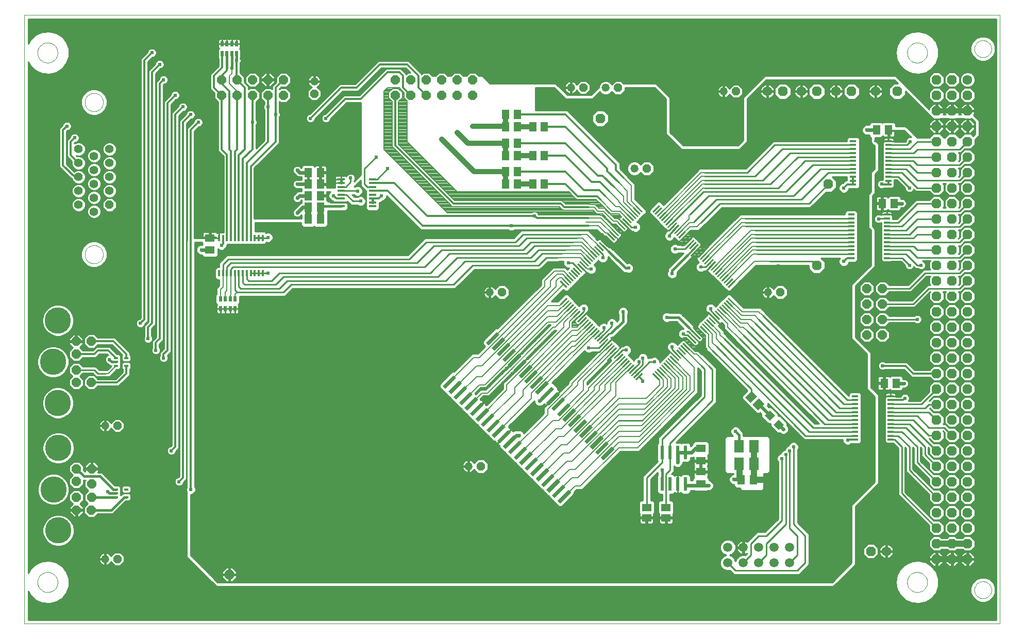
<source format=gtl>
G75*
G70*
%OFA0B0*%
%FSLAX24Y24*%
%IPPOS*%
%LPD*%
%AMOC8*
5,1,8,0,0,1.08239X$1,22.5*
%
%ADD10R,0.0630X0.0787*%
%ADD11R,0.0512X0.0630*%
%ADD12OC8,0.0600*%
%ADD13R,0.0512X0.0591*%
%ADD14C,0.0000*%
%ADD15C,0.0554*%
%ADD16OC8,0.0554*%
%ADD17OC8,0.0630*%
%ADD18C,0.0630*%
%ADD19R,0.0390X0.0120*%
%ADD20OC8,0.0520*%
%ADD21C,0.0520*%
%ADD22R,0.0106X0.0591*%
%ADD23R,0.0591X0.0106*%
%ADD24C,0.0594*%
%ADD25R,0.0250X0.1000*%
%ADD26C,0.1699*%
%ADD27OC8,0.0594*%
%ADD28R,0.0120X0.0390*%
%ADD29R,0.0630X0.0512*%
%ADD30R,0.0236X0.0866*%
%ADD31R,0.0591X0.0512*%
%ADD32R,0.0197X0.0354*%
%ADD33R,0.0472X0.0472*%
%ADD34R,0.0276X0.0157*%
%ADD35R,0.0450X0.0165*%
%ADD36C,0.0100*%
%ADD37C,0.0400*%
%ADD38C,0.0320*%
%ADD39C,0.0240*%
%ADD40C,0.0120*%
%ADD41C,0.0080*%
%ADD42C,0.0160*%
%ADD43C,0.0240*%
D10*
X051057Y017789D03*
X052041Y017789D03*
X052041Y018901D03*
X051057Y018901D03*
D11*
X051204Y016745D03*
X051992Y016745D03*
X060454Y022995D03*
X061242Y022995D03*
X061117Y034620D03*
X060329Y034620D03*
X059954Y039370D03*
X060742Y039370D03*
X023992Y036620D03*
X023992Y035870D03*
X023204Y035870D03*
X023204Y036620D03*
X023204Y035120D03*
X023204Y034370D03*
X023992Y034370D03*
X023992Y035120D03*
X023992Y033620D03*
X023204Y033620D03*
D12*
X021598Y041620D03*
X020598Y041620D03*
X020598Y042620D03*
X021598Y042620D03*
X019598Y042620D03*
X018598Y042620D03*
X017598Y042620D03*
X017598Y041620D03*
X018598Y041620D03*
X019598Y041620D03*
X028848Y041620D03*
X028848Y042620D03*
X029848Y042620D03*
X030848Y042620D03*
X031848Y042620D03*
X032848Y042620D03*
X033848Y042620D03*
X033848Y041620D03*
X032848Y041620D03*
X031848Y041620D03*
X030848Y041620D03*
X029848Y041620D03*
X059348Y029120D03*
X060348Y029120D03*
X060348Y028120D03*
X060348Y027120D03*
X059348Y027120D03*
X059348Y028120D03*
X059348Y026120D03*
X060348Y026120D03*
D13*
G36*
X052307Y021244D02*
X051945Y021606D01*
X052361Y022022D01*
X052723Y021660D01*
X052307Y021244D01*
G37*
G36*
X051834Y021717D02*
X051472Y022079D01*
X051888Y022495D01*
X052250Y022133D01*
X051834Y021717D01*
G37*
X038472Y035870D03*
X037724Y035870D03*
X036722Y035870D03*
X035974Y035870D03*
X035974Y036670D03*
X036722Y036670D03*
X036722Y037720D03*
X035974Y037720D03*
X035974Y038520D03*
X036722Y038520D03*
X036722Y039570D03*
X035974Y039570D03*
X035974Y040370D03*
X036722Y040370D03*
X037724Y039570D03*
X038472Y039570D03*
X038472Y037720D03*
X037724Y037720D03*
D14*
X004848Y046810D02*
X004848Y007430D01*
X067948Y007430D01*
X067948Y046810D01*
X004848Y046810D01*
X005698Y044370D02*
X005700Y044420D01*
X005706Y044470D01*
X005716Y044520D01*
X005729Y044568D01*
X005746Y044616D01*
X005767Y044662D01*
X005791Y044706D01*
X005819Y044748D01*
X005850Y044788D01*
X005884Y044825D01*
X005921Y044860D01*
X005960Y044891D01*
X006001Y044920D01*
X006045Y044945D01*
X006091Y044967D01*
X006138Y044985D01*
X006186Y044999D01*
X006235Y045010D01*
X006285Y045017D01*
X006335Y045020D01*
X006386Y045019D01*
X006436Y045014D01*
X006486Y045005D01*
X006534Y044993D01*
X006582Y044976D01*
X006628Y044956D01*
X006673Y044933D01*
X006716Y044906D01*
X006756Y044876D01*
X006794Y044843D01*
X006829Y044807D01*
X006862Y044768D01*
X006891Y044727D01*
X006917Y044684D01*
X006940Y044639D01*
X006959Y044592D01*
X006974Y044544D01*
X006986Y044495D01*
X006994Y044445D01*
X006998Y044395D01*
X006998Y044345D01*
X006994Y044295D01*
X006986Y044245D01*
X006974Y044196D01*
X006959Y044148D01*
X006940Y044101D01*
X006917Y044056D01*
X006891Y044013D01*
X006862Y043972D01*
X006829Y043933D01*
X006794Y043897D01*
X006756Y043864D01*
X006716Y043834D01*
X006673Y043807D01*
X006628Y043784D01*
X006582Y043764D01*
X006534Y043747D01*
X006486Y043735D01*
X006436Y043726D01*
X006386Y043721D01*
X006335Y043720D01*
X006285Y043723D01*
X006235Y043730D01*
X006186Y043741D01*
X006138Y043755D01*
X006091Y043773D01*
X006045Y043795D01*
X006001Y043820D01*
X005960Y043849D01*
X005921Y043880D01*
X005884Y043915D01*
X005850Y043952D01*
X005819Y043992D01*
X005791Y044034D01*
X005767Y044078D01*
X005746Y044124D01*
X005729Y044172D01*
X005716Y044220D01*
X005706Y044270D01*
X005700Y044320D01*
X005698Y044370D01*
X008757Y041166D02*
X008759Y041214D01*
X008765Y041262D01*
X008775Y041309D01*
X008788Y041355D01*
X008806Y041400D01*
X008826Y041444D01*
X008851Y041486D01*
X008879Y041525D01*
X008909Y041562D01*
X008943Y041596D01*
X008980Y041628D01*
X009018Y041657D01*
X009059Y041682D01*
X009102Y041704D01*
X009147Y041722D01*
X009193Y041736D01*
X009240Y041747D01*
X009288Y041754D01*
X009336Y041757D01*
X009384Y041756D01*
X009432Y041751D01*
X009480Y041742D01*
X009526Y041730D01*
X009571Y041713D01*
X009615Y041693D01*
X009657Y041670D01*
X009697Y041643D01*
X009735Y041613D01*
X009770Y041580D01*
X009802Y041544D01*
X009832Y041506D01*
X009858Y041465D01*
X009880Y041422D01*
X009900Y041378D01*
X009915Y041333D01*
X009927Y041286D01*
X009935Y041238D01*
X009939Y041190D01*
X009939Y041142D01*
X009935Y041094D01*
X009927Y041046D01*
X009915Y040999D01*
X009900Y040954D01*
X009880Y040910D01*
X009858Y040867D01*
X009832Y040826D01*
X009802Y040788D01*
X009770Y040752D01*
X009735Y040719D01*
X009697Y040689D01*
X009657Y040662D01*
X009615Y040639D01*
X009571Y040619D01*
X009526Y040602D01*
X009480Y040590D01*
X009432Y040581D01*
X009384Y040576D01*
X009336Y040575D01*
X009288Y040578D01*
X009240Y040585D01*
X009193Y040596D01*
X009147Y040610D01*
X009102Y040628D01*
X009059Y040650D01*
X009018Y040675D01*
X008980Y040704D01*
X008943Y040736D01*
X008909Y040770D01*
X008879Y040807D01*
X008851Y040846D01*
X008826Y040888D01*
X008806Y040932D01*
X008788Y040977D01*
X008775Y041023D01*
X008765Y041070D01*
X008759Y041118D01*
X008757Y041166D01*
X008757Y031323D02*
X008759Y031371D01*
X008765Y031419D01*
X008775Y031466D01*
X008788Y031512D01*
X008806Y031557D01*
X008826Y031601D01*
X008851Y031643D01*
X008879Y031682D01*
X008909Y031719D01*
X008943Y031753D01*
X008980Y031785D01*
X009018Y031814D01*
X009059Y031839D01*
X009102Y031861D01*
X009147Y031879D01*
X009193Y031893D01*
X009240Y031904D01*
X009288Y031911D01*
X009336Y031914D01*
X009384Y031913D01*
X009432Y031908D01*
X009480Y031899D01*
X009526Y031887D01*
X009571Y031870D01*
X009615Y031850D01*
X009657Y031827D01*
X009697Y031800D01*
X009735Y031770D01*
X009770Y031737D01*
X009802Y031701D01*
X009832Y031663D01*
X009858Y031622D01*
X009880Y031579D01*
X009900Y031535D01*
X009915Y031490D01*
X009927Y031443D01*
X009935Y031395D01*
X009939Y031347D01*
X009939Y031299D01*
X009935Y031251D01*
X009927Y031203D01*
X009915Y031156D01*
X009900Y031111D01*
X009880Y031067D01*
X009858Y031024D01*
X009832Y030983D01*
X009802Y030945D01*
X009770Y030909D01*
X009735Y030876D01*
X009697Y030846D01*
X009657Y030819D01*
X009615Y030796D01*
X009571Y030776D01*
X009526Y030759D01*
X009480Y030747D01*
X009432Y030738D01*
X009384Y030733D01*
X009336Y030732D01*
X009288Y030735D01*
X009240Y030742D01*
X009193Y030753D01*
X009147Y030767D01*
X009102Y030785D01*
X009059Y030807D01*
X009018Y030832D01*
X008980Y030861D01*
X008943Y030893D01*
X008909Y030927D01*
X008879Y030964D01*
X008851Y031003D01*
X008826Y031045D01*
X008806Y031089D01*
X008788Y031134D01*
X008775Y031180D01*
X008765Y031227D01*
X008759Y031275D01*
X008757Y031323D01*
X005698Y010120D02*
X005700Y010170D01*
X005706Y010220D01*
X005716Y010270D01*
X005729Y010318D01*
X005746Y010366D01*
X005767Y010412D01*
X005791Y010456D01*
X005819Y010498D01*
X005850Y010538D01*
X005884Y010575D01*
X005921Y010610D01*
X005960Y010641D01*
X006001Y010670D01*
X006045Y010695D01*
X006091Y010717D01*
X006138Y010735D01*
X006186Y010749D01*
X006235Y010760D01*
X006285Y010767D01*
X006335Y010770D01*
X006386Y010769D01*
X006436Y010764D01*
X006486Y010755D01*
X006534Y010743D01*
X006582Y010726D01*
X006628Y010706D01*
X006673Y010683D01*
X006716Y010656D01*
X006756Y010626D01*
X006794Y010593D01*
X006829Y010557D01*
X006862Y010518D01*
X006891Y010477D01*
X006917Y010434D01*
X006940Y010389D01*
X006959Y010342D01*
X006974Y010294D01*
X006986Y010245D01*
X006994Y010195D01*
X006998Y010145D01*
X006998Y010095D01*
X006994Y010045D01*
X006986Y009995D01*
X006974Y009946D01*
X006959Y009898D01*
X006940Y009851D01*
X006917Y009806D01*
X006891Y009763D01*
X006862Y009722D01*
X006829Y009683D01*
X006794Y009647D01*
X006756Y009614D01*
X006716Y009584D01*
X006673Y009557D01*
X006628Y009534D01*
X006582Y009514D01*
X006534Y009497D01*
X006486Y009485D01*
X006436Y009476D01*
X006386Y009471D01*
X006335Y009470D01*
X006285Y009473D01*
X006235Y009480D01*
X006186Y009491D01*
X006138Y009505D01*
X006091Y009523D01*
X006045Y009545D01*
X006001Y009570D01*
X005960Y009599D01*
X005921Y009630D01*
X005884Y009665D01*
X005850Y009702D01*
X005819Y009742D01*
X005791Y009784D01*
X005767Y009828D01*
X005746Y009874D01*
X005729Y009922D01*
X005716Y009970D01*
X005706Y010020D01*
X005700Y010070D01*
X005698Y010120D01*
X061948Y010120D02*
X061950Y010170D01*
X061956Y010220D01*
X061966Y010270D01*
X061979Y010318D01*
X061996Y010366D01*
X062017Y010412D01*
X062041Y010456D01*
X062069Y010498D01*
X062100Y010538D01*
X062134Y010575D01*
X062171Y010610D01*
X062210Y010641D01*
X062251Y010670D01*
X062295Y010695D01*
X062341Y010717D01*
X062388Y010735D01*
X062436Y010749D01*
X062485Y010760D01*
X062535Y010767D01*
X062585Y010770D01*
X062636Y010769D01*
X062686Y010764D01*
X062736Y010755D01*
X062784Y010743D01*
X062832Y010726D01*
X062878Y010706D01*
X062923Y010683D01*
X062966Y010656D01*
X063006Y010626D01*
X063044Y010593D01*
X063079Y010557D01*
X063112Y010518D01*
X063141Y010477D01*
X063167Y010434D01*
X063190Y010389D01*
X063209Y010342D01*
X063224Y010294D01*
X063236Y010245D01*
X063244Y010195D01*
X063248Y010145D01*
X063248Y010095D01*
X063244Y010045D01*
X063236Y009995D01*
X063224Y009946D01*
X063209Y009898D01*
X063190Y009851D01*
X063167Y009806D01*
X063141Y009763D01*
X063112Y009722D01*
X063079Y009683D01*
X063044Y009647D01*
X063006Y009614D01*
X062966Y009584D01*
X062923Y009557D01*
X062878Y009534D01*
X062832Y009514D01*
X062784Y009497D01*
X062736Y009485D01*
X062686Y009476D01*
X062636Y009471D01*
X062585Y009470D01*
X062535Y009473D01*
X062485Y009480D01*
X062436Y009491D01*
X062388Y009505D01*
X062341Y009523D01*
X062295Y009545D01*
X062251Y009570D01*
X062210Y009599D01*
X062171Y009630D01*
X062134Y009665D01*
X062100Y009702D01*
X062069Y009742D01*
X062041Y009784D01*
X062017Y009828D01*
X061996Y009874D01*
X061979Y009922D01*
X061966Y009970D01*
X061956Y010020D01*
X061950Y010070D01*
X061948Y010120D01*
X066298Y009620D02*
X066300Y009667D01*
X066306Y009713D01*
X066316Y009759D01*
X066329Y009803D01*
X066347Y009847D01*
X066368Y009888D01*
X066392Y009928D01*
X066420Y009966D01*
X066451Y010001D01*
X066485Y010033D01*
X066521Y010062D01*
X066560Y010088D01*
X066600Y010111D01*
X066643Y010130D01*
X066687Y010146D01*
X066732Y010158D01*
X066778Y010166D01*
X066825Y010170D01*
X066871Y010170D01*
X066918Y010166D01*
X066964Y010158D01*
X067009Y010146D01*
X067053Y010130D01*
X067096Y010111D01*
X067136Y010088D01*
X067175Y010062D01*
X067211Y010033D01*
X067245Y010001D01*
X067276Y009966D01*
X067304Y009928D01*
X067328Y009888D01*
X067349Y009847D01*
X067367Y009803D01*
X067380Y009759D01*
X067390Y009713D01*
X067396Y009667D01*
X067398Y009620D01*
X067396Y009573D01*
X067390Y009527D01*
X067380Y009481D01*
X067367Y009437D01*
X067349Y009393D01*
X067328Y009352D01*
X067304Y009312D01*
X067276Y009274D01*
X067245Y009239D01*
X067211Y009207D01*
X067175Y009178D01*
X067136Y009152D01*
X067096Y009129D01*
X067053Y009110D01*
X067009Y009094D01*
X066964Y009082D01*
X066918Y009074D01*
X066871Y009070D01*
X066825Y009070D01*
X066778Y009074D01*
X066732Y009082D01*
X066687Y009094D01*
X066643Y009110D01*
X066600Y009129D01*
X066560Y009152D01*
X066521Y009178D01*
X066485Y009207D01*
X066451Y009239D01*
X066420Y009274D01*
X066392Y009312D01*
X066368Y009352D01*
X066347Y009393D01*
X066329Y009437D01*
X066316Y009481D01*
X066306Y009527D01*
X066300Y009573D01*
X066298Y009620D01*
X061948Y044370D02*
X061950Y044420D01*
X061956Y044470D01*
X061966Y044520D01*
X061979Y044568D01*
X061996Y044616D01*
X062017Y044662D01*
X062041Y044706D01*
X062069Y044748D01*
X062100Y044788D01*
X062134Y044825D01*
X062171Y044860D01*
X062210Y044891D01*
X062251Y044920D01*
X062295Y044945D01*
X062341Y044967D01*
X062388Y044985D01*
X062436Y044999D01*
X062485Y045010D01*
X062535Y045017D01*
X062585Y045020D01*
X062636Y045019D01*
X062686Y045014D01*
X062736Y045005D01*
X062784Y044993D01*
X062832Y044976D01*
X062878Y044956D01*
X062923Y044933D01*
X062966Y044906D01*
X063006Y044876D01*
X063044Y044843D01*
X063079Y044807D01*
X063112Y044768D01*
X063141Y044727D01*
X063167Y044684D01*
X063190Y044639D01*
X063209Y044592D01*
X063224Y044544D01*
X063236Y044495D01*
X063244Y044445D01*
X063248Y044395D01*
X063248Y044345D01*
X063244Y044295D01*
X063236Y044245D01*
X063224Y044196D01*
X063209Y044148D01*
X063190Y044101D01*
X063167Y044056D01*
X063141Y044013D01*
X063112Y043972D01*
X063079Y043933D01*
X063044Y043897D01*
X063006Y043864D01*
X062966Y043834D01*
X062923Y043807D01*
X062878Y043784D01*
X062832Y043764D01*
X062784Y043747D01*
X062736Y043735D01*
X062686Y043726D01*
X062636Y043721D01*
X062585Y043720D01*
X062535Y043723D01*
X062485Y043730D01*
X062436Y043741D01*
X062388Y043755D01*
X062341Y043773D01*
X062295Y043795D01*
X062251Y043820D01*
X062210Y043849D01*
X062171Y043880D01*
X062134Y043915D01*
X062100Y043952D01*
X062069Y043992D01*
X062041Y044034D01*
X062017Y044078D01*
X061996Y044124D01*
X061979Y044172D01*
X061966Y044220D01*
X061956Y044270D01*
X061950Y044320D01*
X061948Y044370D01*
X066298Y044620D02*
X066300Y044667D01*
X066306Y044713D01*
X066316Y044759D01*
X066329Y044803D01*
X066347Y044847D01*
X066368Y044888D01*
X066392Y044928D01*
X066420Y044966D01*
X066451Y045001D01*
X066485Y045033D01*
X066521Y045062D01*
X066560Y045088D01*
X066600Y045111D01*
X066643Y045130D01*
X066687Y045146D01*
X066732Y045158D01*
X066778Y045166D01*
X066825Y045170D01*
X066871Y045170D01*
X066918Y045166D01*
X066964Y045158D01*
X067009Y045146D01*
X067053Y045130D01*
X067096Y045111D01*
X067136Y045088D01*
X067175Y045062D01*
X067211Y045033D01*
X067245Y045001D01*
X067276Y044966D01*
X067304Y044928D01*
X067328Y044888D01*
X067349Y044847D01*
X067367Y044803D01*
X067380Y044759D01*
X067390Y044713D01*
X067396Y044667D01*
X067398Y044620D01*
X067396Y044573D01*
X067390Y044527D01*
X067380Y044481D01*
X067367Y044437D01*
X067349Y044393D01*
X067328Y044352D01*
X067304Y044312D01*
X067276Y044274D01*
X067245Y044239D01*
X067211Y044207D01*
X067175Y044178D01*
X067136Y044152D01*
X067096Y044129D01*
X067053Y044110D01*
X067009Y044094D01*
X066964Y044082D01*
X066918Y044074D01*
X066871Y044070D01*
X066825Y044070D01*
X066778Y044074D01*
X066732Y044082D01*
X066687Y044094D01*
X066643Y044110D01*
X066600Y044129D01*
X066560Y044152D01*
X066521Y044178D01*
X066485Y044207D01*
X066451Y044239D01*
X066420Y044274D01*
X066392Y044312D01*
X066368Y044352D01*
X066347Y044393D01*
X066329Y044437D01*
X066316Y044481D01*
X066306Y044527D01*
X066300Y044573D01*
X066298Y044620D01*
D15*
X010348Y038140D03*
X009348Y037690D03*
X010348Y037240D03*
X010348Y036340D03*
X009348Y035890D03*
X009348Y036790D03*
X008348Y036340D03*
X008348Y037240D03*
X008348Y038140D03*
X008348Y035440D03*
X008348Y034540D03*
X009348Y034090D03*
X009348Y034990D03*
X010348Y035440D03*
D16*
X010348Y034540D03*
D17*
X018098Y010620D03*
X042098Y040120D03*
X053898Y041870D03*
X056098Y041870D03*
X058348Y041870D03*
X061298Y041870D03*
X063848Y041620D03*
X063848Y042620D03*
X064848Y042620D03*
X064848Y041620D03*
X065848Y041620D03*
X065848Y040620D03*
X064848Y040620D03*
X064848Y039620D03*
X065848Y039620D03*
X065848Y038620D03*
X064848Y038620D03*
X063848Y038620D03*
X063848Y039620D03*
X063848Y040620D03*
X063848Y037620D03*
X064848Y037620D03*
X065848Y037620D03*
X065848Y036620D03*
X064848Y036620D03*
X063848Y036620D03*
X063848Y035620D03*
X064848Y035620D03*
X065848Y035620D03*
X065848Y034620D03*
X064848Y034620D03*
X063848Y034620D03*
X063848Y033620D03*
X063848Y032620D03*
X064848Y032620D03*
X064848Y033620D03*
X065848Y033620D03*
X065848Y032620D03*
X065848Y031620D03*
X064848Y031620D03*
X063848Y031620D03*
X063848Y030620D03*
X064848Y030620D03*
X065848Y030620D03*
X065848Y029620D03*
X064848Y029620D03*
X063848Y029620D03*
X063848Y028620D03*
X064848Y028620D03*
X065848Y028620D03*
X065848Y027620D03*
X064848Y027620D03*
X064848Y026620D03*
X065848Y026620D03*
X065848Y025620D03*
X064848Y025620D03*
X063848Y025620D03*
X063848Y026620D03*
X063848Y027620D03*
X063848Y024620D03*
X064848Y024620D03*
X065848Y024620D03*
X065848Y023620D03*
X064848Y023620D03*
X063848Y023620D03*
X063848Y022620D03*
X064848Y022620D03*
X065848Y022620D03*
X065848Y021620D03*
X064848Y021620D03*
X064848Y020620D03*
X065848Y020620D03*
X065848Y019620D03*
X064848Y019620D03*
X063848Y019620D03*
X063848Y020620D03*
X063848Y021620D03*
X063848Y018620D03*
X064848Y018620D03*
X065848Y018620D03*
X065848Y017620D03*
X064848Y017620D03*
X063848Y017620D03*
X063848Y016620D03*
X064848Y016620D03*
X065848Y016620D03*
X065848Y015620D03*
X064848Y015620D03*
X063848Y015620D03*
X063848Y014620D03*
X063848Y013620D03*
X064848Y013620D03*
X064848Y014620D03*
X065848Y014620D03*
X065848Y013620D03*
X065848Y012620D03*
X064848Y012620D03*
X063848Y012620D03*
X063848Y011620D03*
X064848Y011620D03*
X065848Y011620D03*
X059598Y012120D03*
X056098Y030620D03*
X056848Y035870D03*
D18*
X057348Y041870D03*
X055098Y041870D03*
X052898Y041870D03*
X059898Y041870D03*
X065848Y042620D03*
X060598Y012120D03*
D19*
X060872Y019337D03*
X060872Y019593D03*
X060872Y019849D03*
X060872Y020105D03*
X060872Y020361D03*
X060872Y020617D03*
X060872Y020872D03*
X060872Y021128D03*
X060872Y021384D03*
X060872Y021640D03*
X060872Y021896D03*
X060872Y022152D03*
X058574Y022152D03*
X058574Y021896D03*
X058574Y021640D03*
X058574Y021384D03*
X058574Y021128D03*
X058574Y020872D03*
X058574Y020617D03*
X058574Y020361D03*
X058574Y020105D03*
X058574Y019849D03*
X058574Y019593D03*
X058574Y019337D03*
X058324Y031087D03*
X058324Y031343D03*
X058324Y031599D03*
X058324Y031855D03*
X058324Y032111D03*
X058324Y032367D03*
X058324Y032622D03*
X058324Y032878D03*
X058324Y033134D03*
X058324Y033390D03*
X058324Y033646D03*
X058324Y033902D03*
X060622Y033902D03*
X060622Y033646D03*
X060622Y033390D03*
X060622Y033134D03*
X060622Y032878D03*
X060622Y032622D03*
X060622Y032367D03*
X060622Y032111D03*
X060622Y031855D03*
X060622Y031599D03*
X060622Y031343D03*
X060622Y031087D03*
X060747Y035837D03*
X060747Y036093D03*
X060747Y036349D03*
X060747Y036605D03*
X060747Y036861D03*
X060747Y037117D03*
X060747Y037372D03*
X060747Y037628D03*
X060747Y037884D03*
X060747Y038140D03*
X060747Y038396D03*
X060747Y038652D03*
X058449Y038652D03*
X058449Y038396D03*
X058449Y038140D03*
X058449Y037884D03*
X058449Y037628D03*
X058449Y037372D03*
X058449Y037117D03*
X058449Y036861D03*
X058449Y036605D03*
X058449Y036349D03*
X058449Y036093D03*
X058449Y035837D03*
D20*
X050873Y041870D03*
X045098Y036870D03*
X043248Y042120D03*
X040998Y042120D03*
X035748Y028870D03*
X034373Y017620D03*
X053748Y028870D03*
X023598Y041720D03*
X010873Y020245D03*
X010873Y011620D03*
D21*
X010073Y011620D03*
X010073Y020245D03*
X033573Y017620D03*
X034948Y028870D03*
X044298Y036870D03*
X042448Y042120D03*
X040198Y042120D03*
X050073Y041870D03*
X052948Y028870D03*
X023598Y042520D03*
D22*
G36*
X039559Y028042D02*
X039484Y028117D01*
X039901Y028534D01*
X039976Y028459D01*
X039559Y028042D01*
G37*
G36*
X039698Y027902D02*
X039623Y027977D01*
X040040Y028394D01*
X040115Y028319D01*
X039698Y027902D01*
G37*
G36*
X039837Y027763D02*
X039762Y027838D01*
X040179Y028255D01*
X040254Y028180D01*
X039837Y027763D01*
G37*
G36*
X039976Y027624D02*
X039901Y027699D01*
X040318Y028116D01*
X040393Y028041D01*
X039976Y027624D01*
G37*
G36*
X040116Y027485D02*
X040041Y027560D01*
X040458Y027977D01*
X040533Y027902D01*
X040116Y027485D01*
G37*
G36*
X040255Y027346D02*
X040180Y027421D01*
X040597Y027838D01*
X040672Y027763D01*
X040255Y027346D01*
G37*
G36*
X040394Y027206D02*
X040319Y027281D01*
X040736Y027698D01*
X040811Y027623D01*
X040394Y027206D01*
G37*
G36*
X040533Y027067D02*
X040458Y027142D01*
X040875Y027559D01*
X040950Y027484D01*
X040533Y027067D01*
G37*
G36*
X040672Y026928D02*
X040597Y027003D01*
X041014Y027420D01*
X041089Y027345D01*
X040672Y026928D01*
G37*
G36*
X040812Y026789D02*
X040737Y026864D01*
X041154Y027281D01*
X041229Y027206D01*
X040812Y026789D01*
G37*
G36*
X040951Y026650D02*
X040876Y026725D01*
X041293Y027142D01*
X041368Y027067D01*
X040951Y026650D01*
G37*
G36*
X041090Y026510D02*
X041015Y026585D01*
X041432Y027002D01*
X041507Y026927D01*
X041090Y026510D01*
G37*
G36*
X041229Y026371D02*
X041154Y026446D01*
X041571Y026863D01*
X041646Y026788D01*
X041229Y026371D01*
G37*
G36*
X041368Y026232D02*
X041293Y026307D01*
X041710Y026724D01*
X041785Y026649D01*
X041368Y026232D01*
G37*
G36*
X041508Y026093D02*
X041433Y026168D01*
X041850Y026585D01*
X041925Y026510D01*
X041508Y026093D01*
G37*
G36*
X041647Y025954D02*
X041572Y026029D01*
X041989Y026446D01*
X042064Y026371D01*
X041647Y025954D01*
G37*
G36*
X041786Y025814D02*
X041711Y025889D01*
X042128Y026306D01*
X042203Y026231D01*
X041786Y025814D01*
G37*
G36*
X041925Y025675D02*
X041850Y025750D01*
X042267Y026167D01*
X042342Y026092D01*
X041925Y025675D01*
G37*
G36*
X042064Y025536D02*
X041989Y025611D01*
X042406Y026028D01*
X042481Y025953D01*
X042064Y025536D01*
G37*
G36*
X042204Y025397D02*
X042129Y025472D01*
X042546Y025889D01*
X042621Y025814D01*
X042204Y025397D01*
G37*
G36*
X042343Y025258D02*
X042268Y025333D01*
X042685Y025750D01*
X042760Y025675D01*
X042343Y025258D01*
G37*
G36*
X042482Y025118D02*
X042407Y025193D01*
X042824Y025610D01*
X042899Y025535D01*
X042482Y025118D01*
G37*
G36*
X042621Y024979D02*
X042546Y025054D01*
X042963Y025471D01*
X043038Y025396D01*
X042621Y024979D01*
G37*
G36*
X042760Y024840D02*
X042685Y024915D01*
X043102Y025332D01*
X043177Y025257D01*
X042760Y024840D01*
G37*
G36*
X042900Y024701D02*
X042825Y024776D01*
X043242Y025193D01*
X043317Y025118D01*
X042900Y024701D01*
G37*
G36*
X043039Y024562D02*
X042964Y024637D01*
X043381Y025054D01*
X043456Y024979D01*
X043039Y024562D01*
G37*
G36*
X043178Y024423D02*
X043103Y024498D01*
X043520Y024915D01*
X043595Y024840D01*
X043178Y024423D01*
G37*
G36*
X043317Y024283D02*
X043242Y024358D01*
X043659Y024775D01*
X043734Y024700D01*
X043317Y024283D01*
G37*
G36*
X043456Y024144D02*
X043381Y024219D01*
X043798Y024636D01*
X043873Y024561D01*
X043456Y024144D01*
G37*
G36*
X043595Y024005D02*
X043520Y024080D01*
X043937Y024497D01*
X044012Y024422D01*
X043595Y024005D01*
G37*
G36*
X043735Y023866D02*
X043660Y023941D01*
X044077Y024358D01*
X044152Y024283D01*
X043735Y023866D01*
G37*
G36*
X043874Y023727D02*
X043799Y023802D01*
X044216Y024219D01*
X044291Y024144D01*
X043874Y023727D01*
G37*
G36*
X044013Y023587D02*
X043938Y023662D01*
X044355Y024079D01*
X044430Y024004D01*
X044013Y023587D01*
G37*
G36*
X044152Y023448D02*
X044077Y023523D01*
X044494Y023940D01*
X044569Y023865D01*
X044152Y023448D01*
G37*
G36*
X044291Y023309D02*
X044216Y023384D01*
X044633Y023801D01*
X044708Y023726D01*
X044291Y023309D01*
G37*
G36*
X044431Y023170D02*
X044356Y023245D01*
X044773Y023662D01*
X044848Y023587D01*
X044431Y023170D01*
G37*
G36*
X050416Y029155D02*
X050341Y029230D01*
X050758Y029647D01*
X050833Y029572D01*
X050416Y029155D01*
G37*
G36*
X050277Y029294D02*
X050202Y029369D01*
X050619Y029786D01*
X050694Y029711D01*
X050277Y029294D01*
G37*
G36*
X050138Y029434D02*
X050063Y029509D01*
X050480Y029926D01*
X050555Y029851D01*
X050138Y029434D01*
G37*
G36*
X049998Y029573D02*
X049923Y029648D01*
X050340Y030065D01*
X050415Y029990D01*
X049998Y029573D01*
G37*
G36*
X049859Y029712D02*
X049784Y029787D01*
X050201Y030204D01*
X050276Y030129D01*
X049859Y029712D01*
G37*
G36*
X049720Y029851D02*
X049645Y029926D01*
X050062Y030343D01*
X050137Y030268D01*
X049720Y029851D01*
G37*
G36*
X049581Y029990D02*
X049506Y030065D01*
X049923Y030482D01*
X049998Y030407D01*
X049581Y029990D01*
G37*
G36*
X049442Y030129D02*
X049367Y030204D01*
X049784Y030621D01*
X049859Y030546D01*
X049442Y030129D01*
G37*
G36*
X049302Y030269D02*
X049227Y030344D01*
X049644Y030761D01*
X049719Y030686D01*
X049302Y030269D01*
G37*
G36*
X049163Y030408D02*
X049088Y030483D01*
X049505Y030900D01*
X049580Y030825D01*
X049163Y030408D01*
G37*
G36*
X049024Y030547D02*
X048949Y030622D01*
X049366Y031039D01*
X049441Y030964D01*
X049024Y030547D01*
G37*
G36*
X048885Y030686D02*
X048810Y030761D01*
X049227Y031178D01*
X049302Y031103D01*
X048885Y030686D01*
G37*
G36*
X048746Y030825D02*
X048671Y030900D01*
X049088Y031317D01*
X049163Y031242D01*
X048746Y030825D01*
G37*
G36*
X048606Y030965D02*
X048531Y031040D01*
X048948Y031457D01*
X049023Y031382D01*
X048606Y030965D01*
G37*
G36*
X048467Y031104D02*
X048392Y031179D01*
X048809Y031596D01*
X048884Y031521D01*
X048467Y031104D01*
G37*
G36*
X048328Y031243D02*
X048253Y031318D01*
X048670Y031735D01*
X048745Y031660D01*
X048328Y031243D01*
G37*
G36*
X048189Y031382D02*
X048114Y031457D01*
X048531Y031874D01*
X048606Y031799D01*
X048189Y031382D01*
G37*
G36*
X048050Y031521D02*
X047975Y031596D01*
X048392Y032013D01*
X048467Y031938D01*
X048050Y031521D01*
G37*
G36*
X047911Y031661D02*
X047836Y031736D01*
X048253Y032153D01*
X048328Y032078D01*
X047911Y031661D01*
G37*
G36*
X047771Y031800D02*
X047696Y031875D01*
X048113Y032292D01*
X048188Y032217D01*
X047771Y031800D01*
G37*
G36*
X047632Y031939D02*
X047557Y032014D01*
X047974Y032431D01*
X048049Y032356D01*
X047632Y031939D01*
G37*
G36*
X047493Y032078D02*
X047418Y032153D01*
X047835Y032570D01*
X047910Y032495D01*
X047493Y032078D01*
G37*
G36*
X047354Y032217D02*
X047279Y032292D01*
X047696Y032709D01*
X047771Y032634D01*
X047354Y032217D01*
G37*
G36*
X047215Y032357D02*
X047140Y032432D01*
X047557Y032849D01*
X047632Y032774D01*
X047215Y032357D01*
G37*
G36*
X047075Y032496D02*
X047000Y032571D01*
X047417Y032988D01*
X047492Y032913D01*
X047075Y032496D01*
G37*
G36*
X046936Y032635D02*
X046861Y032710D01*
X047278Y033127D01*
X047353Y033052D01*
X046936Y032635D01*
G37*
G36*
X046797Y032774D02*
X046722Y032849D01*
X047139Y033266D01*
X047214Y033191D01*
X046797Y032774D01*
G37*
G36*
X046658Y032913D02*
X046583Y032988D01*
X047000Y033405D01*
X047075Y033330D01*
X046658Y032913D01*
G37*
G36*
X046519Y033053D02*
X046444Y033128D01*
X046861Y033545D01*
X046936Y033470D01*
X046519Y033053D01*
G37*
G36*
X046379Y033192D02*
X046304Y033267D01*
X046721Y033684D01*
X046796Y033609D01*
X046379Y033192D01*
G37*
G36*
X046240Y033331D02*
X046165Y033406D01*
X046582Y033823D01*
X046657Y033748D01*
X046240Y033331D01*
G37*
G36*
X046101Y033470D02*
X046026Y033545D01*
X046443Y033962D01*
X046518Y033887D01*
X046101Y033470D01*
G37*
G36*
X045962Y033609D02*
X045887Y033684D01*
X046304Y034101D01*
X046379Y034026D01*
X045962Y033609D01*
G37*
G36*
X045823Y033749D02*
X045748Y033824D01*
X046165Y034241D01*
X046240Y034166D01*
X045823Y033749D01*
G37*
G36*
X045683Y033888D02*
X045608Y033963D01*
X046025Y034380D01*
X046100Y034305D01*
X045683Y033888D01*
G37*
G36*
X045544Y034027D02*
X045469Y034102D01*
X045886Y034519D01*
X045961Y034444D01*
X045544Y034027D01*
G37*
D23*
G36*
X044773Y034027D02*
X044356Y034444D01*
X044431Y034519D01*
X044848Y034102D01*
X044773Y034027D01*
G37*
G36*
X044633Y033888D02*
X044216Y034305D01*
X044291Y034380D01*
X044708Y033963D01*
X044633Y033888D01*
G37*
G36*
X044494Y033749D02*
X044077Y034166D01*
X044152Y034241D01*
X044569Y033824D01*
X044494Y033749D01*
G37*
G36*
X044355Y033609D02*
X043938Y034026D01*
X044013Y034101D01*
X044430Y033684D01*
X044355Y033609D01*
G37*
G36*
X044216Y033470D02*
X043799Y033887D01*
X043874Y033962D01*
X044291Y033545D01*
X044216Y033470D01*
G37*
G36*
X044077Y033331D02*
X043660Y033748D01*
X043735Y033823D01*
X044152Y033406D01*
X044077Y033331D01*
G37*
G36*
X043937Y033192D02*
X043520Y033609D01*
X043595Y033684D01*
X044012Y033267D01*
X043937Y033192D01*
G37*
G36*
X043798Y033053D02*
X043381Y033470D01*
X043456Y033545D01*
X043873Y033128D01*
X043798Y033053D01*
G37*
G36*
X043659Y032913D02*
X043242Y033330D01*
X043317Y033405D01*
X043734Y032988D01*
X043659Y032913D01*
G37*
G36*
X043520Y032774D02*
X043103Y033191D01*
X043178Y033266D01*
X043595Y032849D01*
X043520Y032774D01*
G37*
G36*
X043381Y032635D02*
X042964Y033052D01*
X043039Y033127D01*
X043456Y032710D01*
X043381Y032635D01*
G37*
G36*
X043242Y032496D02*
X042825Y032913D01*
X042900Y032988D01*
X043317Y032571D01*
X043242Y032496D01*
G37*
G36*
X043102Y032357D02*
X042685Y032774D01*
X042760Y032849D01*
X043177Y032432D01*
X043102Y032357D01*
G37*
G36*
X042963Y032217D02*
X042546Y032634D01*
X042621Y032709D01*
X043038Y032292D01*
X042963Y032217D01*
G37*
G36*
X042824Y032078D02*
X042407Y032495D01*
X042482Y032570D01*
X042899Y032153D01*
X042824Y032078D01*
G37*
G36*
X042685Y031939D02*
X042268Y032356D01*
X042343Y032431D01*
X042760Y032014D01*
X042685Y031939D01*
G37*
G36*
X042546Y031800D02*
X042129Y032217D01*
X042204Y032292D01*
X042621Y031875D01*
X042546Y031800D01*
G37*
G36*
X042406Y031661D02*
X041989Y032078D01*
X042064Y032153D01*
X042481Y031736D01*
X042406Y031661D01*
G37*
G36*
X042267Y031521D02*
X041850Y031938D01*
X041925Y032013D01*
X042342Y031596D01*
X042267Y031521D01*
G37*
G36*
X042128Y031382D02*
X041711Y031799D01*
X041786Y031874D01*
X042203Y031457D01*
X042128Y031382D01*
G37*
G36*
X041989Y031243D02*
X041572Y031660D01*
X041647Y031735D01*
X042064Y031318D01*
X041989Y031243D01*
G37*
G36*
X041850Y031104D02*
X041433Y031521D01*
X041508Y031596D01*
X041925Y031179D01*
X041850Y031104D01*
G37*
G36*
X041710Y030965D02*
X041293Y031382D01*
X041368Y031457D01*
X041785Y031040D01*
X041710Y030965D01*
G37*
G36*
X041571Y030825D02*
X041154Y031242D01*
X041229Y031317D01*
X041646Y030900D01*
X041571Y030825D01*
G37*
G36*
X041432Y030686D02*
X041015Y031103D01*
X041090Y031178D01*
X041507Y030761D01*
X041432Y030686D01*
G37*
G36*
X041293Y030547D02*
X040876Y030964D01*
X040951Y031039D01*
X041368Y030622D01*
X041293Y030547D01*
G37*
G36*
X041154Y030408D02*
X040737Y030825D01*
X040812Y030900D01*
X041229Y030483D01*
X041154Y030408D01*
G37*
G36*
X041014Y030269D02*
X040597Y030686D01*
X040672Y030761D01*
X041089Y030344D01*
X041014Y030269D01*
G37*
G36*
X040875Y030129D02*
X040458Y030546D01*
X040533Y030621D01*
X040950Y030204D01*
X040875Y030129D01*
G37*
G36*
X040736Y029990D02*
X040319Y030407D01*
X040394Y030482D01*
X040811Y030065D01*
X040736Y029990D01*
G37*
G36*
X040597Y029851D02*
X040180Y030268D01*
X040255Y030343D01*
X040672Y029926D01*
X040597Y029851D01*
G37*
G36*
X040458Y029712D02*
X040041Y030129D01*
X040116Y030204D01*
X040533Y029787D01*
X040458Y029712D01*
G37*
G36*
X040318Y029573D02*
X039901Y029990D01*
X039976Y030065D01*
X040393Y029648D01*
X040318Y029573D01*
G37*
G36*
X040179Y029434D02*
X039762Y029851D01*
X039837Y029926D01*
X040254Y029509D01*
X040179Y029434D01*
G37*
G36*
X040040Y029294D02*
X039623Y029711D01*
X039698Y029786D01*
X040115Y029369D01*
X040040Y029294D01*
G37*
G36*
X039901Y029155D02*
X039484Y029572D01*
X039559Y029647D01*
X039976Y029230D01*
X039901Y029155D01*
G37*
G36*
X046443Y023727D02*
X046026Y024144D01*
X046101Y024219D01*
X046518Y023802D01*
X046443Y023727D01*
G37*
G36*
X046304Y023587D02*
X045887Y024004D01*
X045962Y024079D01*
X046379Y023662D01*
X046304Y023587D01*
G37*
G36*
X046165Y023448D02*
X045748Y023865D01*
X045823Y023940D01*
X046240Y023523D01*
X046165Y023448D01*
G37*
G36*
X046025Y023309D02*
X045608Y023726D01*
X045683Y023801D01*
X046100Y023384D01*
X046025Y023309D01*
G37*
G36*
X045886Y023170D02*
X045469Y023587D01*
X045544Y023662D01*
X045961Y023245D01*
X045886Y023170D01*
G37*
G36*
X046582Y023866D02*
X046165Y024283D01*
X046240Y024358D01*
X046657Y023941D01*
X046582Y023866D01*
G37*
G36*
X046721Y024005D02*
X046304Y024422D01*
X046379Y024497D01*
X046796Y024080D01*
X046721Y024005D01*
G37*
G36*
X046861Y024144D02*
X046444Y024561D01*
X046519Y024636D01*
X046936Y024219D01*
X046861Y024144D01*
G37*
G36*
X047000Y024283D02*
X046583Y024700D01*
X046658Y024775D01*
X047075Y024358D01*
X047000Y024283D01*
G37*
G36*
X047139Y024423D02*
X046722Y024840D01*
X046797Y024915D01*
X047214Y024498D01*
X047139Y024423D01*
G37*
G36*
X047278Y024562D02*
X046861Y024979D01*
X046936Y025054D01*
X047353Y024637D01*
X047278Y024562D01*
G37*
G36*
X047417Y024701D02*
X047000Y025118D01*
X047075Y025193D01*
X047492Y024776D01*
X047417Y024701D01*
G37*
G36*
X047557Y024840D02*
X047140Y025257D01*
X047215Y025332D01*
X047632Y024915D01*
X047557Y024840D01*
G37*
G36*
X047696Y024979D02*
X047279Y025396D01*
X047354Y025471D01*
X047771Y025054D01*
X047696Y024979D01*
G37*
G36*
X047835Y025118D02*
X047418Y025535D01*
X047493Y025610D01*
X047910Y025193D01*
X047835Y025118D01*
G37*
G36*
X047974Y025258D02*
X047557Y025675D01*
X047632Y025750D01*
X048049Y025333D01*
X047974Y025258D01*
G37*
G36*
X048113Y025397D02*
X047696Y025814D01*
X047771Y025889D01*
X048188Y025472D01*
X048113Y025397D01*
G37*
G36*
X048253Y025536D02*
X047836Y025953D01*
X047911Y026028D01*
X048328Y025611D01*
X048253Y025536D01*
G37*
G36*
X048392Y025675D02*
X047975Y026092D01*
X048050Y026167D01*
X048467Y025750D01*
X048392Y025675D01*
G37*
G36*
X048531Y025814D02*
X048114Y026231D01*
X048189Y026306D01*
X048606Y025889D01*
X048531Y025814D01*
G37*
G36*
X048670Y025954D02*
X048253Y026371D01*
X048328Y026446D01*
X048745Y026029D01*
X048670Y025954D01*
G37*
G36*
X048809Y026093D02*
X048392Y026510D01*
X048467Y026585D01*
X048884Y026168D01*
X048809Y026093D01*
G37*
G36*
X048948Y026232D02*
X048531Y026649D01*
X048606Y026724D01*
X049023Y026307D01*
X048948Y026232D01*
G37*
G36*
X049088Y026371D02*
X048671Y026788D01*
X048746Y026863D01*
X049163Y026446D01*
X049088Y026371D01*
G37*
G36*
X049227Y026510D02*
X048810Y026927D01*
X048885Y027002D01*
X049302Y026585D01*
X049227Y026510D01*
G37*
G36*
X049366Y026650D02*
X048949Y027067D01*
X049024Y027142D01*
X049441Y026725D01*
X049366Y026650D01*
G37*
G36*
X049505Y026789D02*
X049088Y027206D01*
X049163Y027281D01*
X049580Y026864D01*
X049505Y026789D01*
G37*
G36*
X049644Y026928D02*
X049227Y027345D01*
X049302Y027420D01*
X049719Y027003D01*
X049644Y026928D01*
G37*
G36*
X049784Y027067D02*
X049367Y027484D01*
X049442Y027559D01*
X049859Y027142D01*
X049784Y027067D01*
G37*
G36*
X049923Y027206D02*
X049506Y027623D01*
X049581Y027698D01*
X049998Y027281D01*
X049923Y027206D01*
G37*
G36*
X050062Y027346D02*
X049645Y027763D01*
X049720Y027838D01*
X050137Y027421D01*
X050062Y027346D01*
G37*
G36*
X050201Y027485D02*
X049784Y027902D01*
X049859Y027977D01*
X050276Y027560D01*
X050201Y027485D01*
G37*
G36*
X050340Y027624D02*
X049923Y028041D01*
X049998Y028116D01*
X050415Y027699D01*
X050340Y027624D01*
G37*
G36*
X050480Y027763D02*
X050063Y028180D01*
X050138Y028255D01*
X050555Y027838D01*
X050480Y027763D01*
G37*
G36*
X050619Y027902D02*
X050202Y028319D01*
X050277Y028394D01*
X050694Y027977D01*
X050619Y027902D01*
G37*
G36*
X050758Y028042D02*
X050341Y028459D01*
X050416Y028534D01*
X050833Y028117D01*
X050758Y028042D01*
G37*
D24*
X050348Y012370D03*
X051348Y012370D03*
X052348Y012370D03*
X053348Y012370D03*
X054348Y012370D03*
X054348Y011370D03*
X053348Y011370D03*
X052348Y011370D03*
X051348Y011370D03*
X050348Y011370D03*
D25*
G36*
X042301Y018015D02*
X042125Y018191D01*
X042831Y018897D01*
X043007Y018721D01*
X042301Y018015D01*
G37*
G36*
X041947Y018368D02*
X041771Y018544D01*
X042477Y019250D01*
X042653Y019074D01*
X041947Y018368D01*
G37*
G36*
X041594Y018722D02*
X041418Y018898D01*
X042124Y019604D01*
X042300Y019428D01*
X041594Y018722D01*
G37*
G36*
X041240Y019075D02*
X041064Y019251D01*
X041770Y019957D01*
X041946Y019781D01*
X041240Y019075D01*
G37*
G36*
X040887Y019429D02*
X040711Y019605D01*
X041417Y020311D01*
X041593Y020135D01*
X040887Y019429D01*
G37*
G36*
X040533Y019783D02*
X040357Y019959D01*
X041063Y020665D01*
X041239Y020489D01*
X040533Y019783D01*
G37*
G36*
X040180Y020136D02*
X040004Y020312D01*
X040710Y021018D01*
X040886Y020842D01*
X040180Y020136D01*
G37*
G36*
X039826Y020490D02*
X039650Y020666D01*
X040356Y021372D01*
X040532Y021196D01*
X039826Y020490D01*
G37*
G36*
X039473Y020843D02*
X039297Y021019D01*
X040003Y021725D01*
X040179Y021549D01*
X039473Y020843D01*
G37*
G36*
X039119Y021197D02*
X038943Y021373D01*
X039649Y022079D01*
X039825Y021903D01*
X039119Y021197D01*
G37*
G36*
X038765Y021550D02*
X038589Y021726D01*
X039295Y022432D01*
X039471Y022256D01*
X038765Y021550D01*
G37*
G36*
X038412Y021904D02*
X038236Y022080D01*
X038942Y022786D01*
X039118Y022610D01*
X038412Y021904D01*
G37*
G36*
X038058Y022258D02*
X037882Y022434D01*
X038588Y023140D01*
X038764Y022964D01*
X038058Y022258D01*
G37*
G36*
X037705Y022611D02*
X037529Y022787D01*
X038235Y023493D01*
X038411Y023317D01*
X037705Y022611D01*
G37*
G36*
X037351Y022965D02*
X037175Y023141D01*
X037881Y023847D01*
X038057Y023671D01*
X037351Y022965D01*
G37*
G36*
X036998Y023318D02*
X036822Y023494D01*
X037528Y024200D01*
X037704Y024024D01*
X036998Y023318D01*
G37*
G36*
X036644Y023672D02*
X036468Y023848D01*
X037174Y024554D01*
X037350Y024378D01*
X036644Y023672D01*
G37*
G36*
X036291Y024025D02*
X036115Y024201D01*
X036821Y024907D01*
X036997Y024731D01*
X036291Y024025D01*
G37*
G36*
X035937Y024379D02*
X035761Y024555D01*
X036467Y025261D01*
X036643Y025085D01*
X035937Y024379D01*
G37*
G36*
X035583Y024732D02*
X035407Y024908D01*
X036113Y025614D01*
X036289Y025438D01*
X035583Y024732D01*
G37*
G36*
X035230Y025086D02*
X035054Y025262D01*
X035760Y025968D01*
X035936Y025792D01*
X035230Y025086D01*
G37*
G36*
X034876Y025439D02*
X034700Y025615D01*
X035406Y026321D01*
X035582Y026145D01*
X034876Y025439D01*
G37*
G36*
X032076Y022639D02*
X031900Y022815D01*
X032606Y023521D01*
X032782Y023345D01*
X032076Y022639D01*
G37*
G36*
X032430Y022286D02*
X032254Y022462D01*
X032960Y023168D01*
X033136Y022992D01*
X032430Y022286D01*
G37*
G36*
X032783Y021932D02*
X032607Y022108D01*
X033313Y022814D01*
X033489Y022638D01*
X032783Y021932D01*
G37*
G36*
X033137Y021579D02*
X032961Y021755D01*
X033667Y022461D01*
X033843Y022285D01*
X033137Y021579D01*
G37*
G36*
X033490Y021225D02*
X033314Y021401D01*
X034020Y022107D01*
X034196Y021931D01*
X033490Y021225D01*
G37*
G36*
X033844Y020872D02*
X033668Y021048D01*
X034374Y021754D01*
X034550Y021578D01*
X033844Y020872D01*
G37*
G36*
X034198Y020518D02*
X034022Y020694D01*
X034728Y021400D01*
X034904Y021224D01*
X034198Y020518D01*
G37*
G36*
X034551Y020164D02*
X034375Y020340D01*
X035081Y021046D01*
X035257Y020870D01*
X034551Y020164D01*
G37*
G36*
X034905Y019811D02*
X034729Y019987D01*
X035435Y020693D01*
X035611Y020517D01*
X034905Y019811D01*
G37*
G36*
X035258Y019457D02*
X035082Y019633D01*
X035788Y020339D01*
X035964Y020163D01*
X035258Y019457D01*
G37*
G36*
X035612Y019104D02*
X035436Y019280D01*
X036142Y019986D01*
X036318Y019810D01*
X035612Y019104D01*
G37*
G36*
X035965Y018750D02*
X035789Y018926D01*
X036495Y019632D01*
X036671Y019456D01*
X035965Y018750D01*
G37*
G36*
X036319Y018397D02*
X036143Y018573D01*
X036849Y019279D01*
X037025Y019103D01*
X036319Y018397D01*
G37*
G36*
X036672Y018043D02*
X036496Y018219D01*
X037202Y018925D01*
X037378Y018749D01*
X036672Y018043D01*
G37*
G36*
X037026Y017690D02*
X036850Y017866D01*
X037556Y018572D01*
X037732Y018396D01*
X037026Y017690D01*
G37*
G36*
X037379Y017336D02*
X037203Y017512D01*
X037909Y018218D01*
X038085Y018042D01*
X037379Y017336D01*
G37*
G36*
X037733Y016982D02*
X037557Y017158D01*
X038263Y017864D01*
X038439Y017688D01*
X037733Y016982D01*
G37*
G36*
X038087Y016629D02*
X037911Y016805D01*
X038617Y017511D01*
X038793Y017335D01*
X038087Y016629D01*
G37*
G36*
X038440Y016275D02*
X038264Y016451D01*
X038970Y017157D01*
X039146Y016981D01*
X038440Y016275D01*
G37*
G36*
X038794Y015922D02*
X038618Y016098D01*
X039324Y016804D01*
X039500Y016628D01*
X038794Y015922D01*
G37*
G36*
X039147Y015568D02*
X038971Y015744D01*
X039677Y016450D01*
X039853Y016274D01*
X039147Y015568D01*
G37*
G36*
X039501Y015215D02*
X039325Y015391D01*
X040031Y016097D01*
X040207Y015921D01*
X039501Y015215D01*
G37*
D26*
X007038Y013462D03*
X006723Y016120D03*
X007038Y018797D03*
X007018Y021712D03*
X006703Y024370D03*
X007018Y027047D03*
D27*
X008199Y025708D03*
X009184Y025708D03*
X008199Y024881D03*
X008199Y023858D03*
X008199Y023031D03*
X009164Y023031D03*
X009203Y017458D03*
X008219Y017458D03*
X008219Y016631D03*
X009203Y016474D03*
X009203Y015608D03*
X009184Y014781D03*
X008219Y014781D03*
X008219Y015608D03*
D28*
X017440Y030096D03*
X017696Y030096D03*
X017952Y030096D03*
X018208Y030096D03*
X018464Y030096D03*
X018720Y030096D03*
X018976Y030096D03*
X019232Y030096D03*
X019488Y030096D03*
X019744Y030096D03*
X019999Y030096D03*
X020255Y030096D03*
X020255Y032393D03*
X019999Y032393D03*
X019744Y032393D03*
X019488Y032393D03*
X019232Y032393D03*
X018976Y032393D03*
X018720Y032393D03*
X018464Y032393D03*
X018208Y032393D03*
X017952Y032393D03*
X017696Y032393D03*
X017440Y032393D03*
D29*
X016848Y032388D03*
X016848Y031601D03*
X048598Y018763D03*
X048598Y017976D03*
X048598Y017263D03*
X048598Y016476D03*
D30*
X047598Y016471D03*
X047098Y016471D03*
X046598Y016471D03*
X046098Y016471D03*
X046098Y018518D03*
X046598Y018518D03*
X047098Y018518D03*
X047598Y018518D03*
D31*
X046348Y014954D03*
X046348Y014285D03*
X045098Y014285D03*
X045098Y014954D03*
D32*
X018470Y027805D03*
X018155Y027805D03*
X017840Y027805D03*
X017525Y027805D03*
X017525Y028434D03*
X017840Y028434D03*
X018155Y028434D03*
X018470Y028434D03*
X018570Y044305D03*
X018255Y044305D03*
X017940Y044305D03*
X017625Y044305D03*
X017625Y044934D03*
X017940Y044934D03*
X018255Y044934D03*
X018570Y044934D03*
D33*
G36*
X052723Y020912D02*
X053056Y021245D01*
X053389Y020912D01*
X053056Y020579D01*
X052723Y020912D01*
G37*
G36*
X053307Y020327D02*
X053640Y020660D01*
X053973Y020327D01*
X053640Y019994D01*
X053307Y020327D01*
G37*
D34*
X011433Y024114D03*
X011433Y024625D03*
X010763Y024625D03*
X010763Y024370D03*
X010763Y024114D03*
X010763Y016125D03*
X010763Y015870D03*
X010763Y015614D03*
X011433Y015614D03*
X011433Y016125D03*
D35*
X025324Y034445D03*
X025324Y034695D03*
X025324Y034945D03*
X025324Y035195D03*
X025324Y035445D03*
X025324Y035695D03*
X025324Y035945D03*
X025324Y036195D03*
X027371Y036195D03*
X027371Y035945D03*
X027371Y035695D03*
X027371Y035445D03*
X027371Y035195D03*
X027371Y034945D03*
X027371Y034695D03*
X027371Y034445D03*
D36*
X027059Y034152D02*
X027683Y034152D01*
X027806Y034275D01*
X027806Y034614D01*
X027806Y034675D01*
X027827Y034675D01*
X027926Y034716D01*
X028000Y034790D01*
X028014Y034790D01*
X028135Y034840D01*
X028228Y034933D01*
X028278Y035054D01*
X028278Y035108D01*
X030445Y032941D01*
X030544Y032900D01*
X030652Y032900D01*
X036151Y032900D01*
X036161Y032890D01*
X036282Y032840D01*
X036414Y032840D01*
X036535Y032890D01*
X036545Y032900D01*
X041402Y032900D01*
X041450Y032920D01*
X041882Y032920D01*
X042224Y032578D01*
X042251Y032551D01*
X042250Y032551D01*
X041666Y032551D01*
X041568Y032650D02*
X042152Y032650D01*
X042128Y032650D02*
X042209Y032650D01*
X042226Y032633D02*
X042349Y032510D01*
X042430Y032510D01*
X042893Y032047D01*
X043034Y032047D01*
X043208Y032222D01*
X043208Y032325D01*
X043312Y032325D01*
X043348Y032361D01*
X043348Y032120D01*
X042875Y031646D01*
X042789Y031731D01*
X042698Y031769D01*
X042684Y031769D01*
X042652Y031801D01*
X042652Y031806D01*
X042135Y032323D01*
X041994Y032323D01*
X041916Y032245D01*
X041819Y032341D01*
X042168Y032690D01*
X042226Y032633D01*
X042250Y032551D02*
X042199Y032500D01*
X042274Y032425D01*
X042275Y032424D01*
X042274Y032425D01*
X042199Y032500D01*
X042147Y032448D01*
X042134Y032425D01*
X042111Y032412D01*
X042062Y032363D01*
X041977Y032363D01*
X041916Y032301D01*
X041456Y032761D01*
X041386Y032831D01*
X041294Y032869D01*
X040924Y032869D01*
X040900Y032879D01*
X037046Y032879D01*
X036951Y032840D01*
X036877Y032767D01*
X036490Y032379D01*
X030900Y032379D01*
X030796Y032379D01*
X030701Y032340D01*
X029640Y031279D01*
X017996Y031279D01*
X017901Y031240D01*
X017827Y031167D01*
X017827Y031167D01*
X017476Y030815D01*
X017436Y030720D01*
X017436Y030616D01*
X017436Y030501D01*
X017293Y030501D01*
X017170Y030378D01*
X017170Y029814D01*
X017293Y029691D01*
X017446Y029691D01*
X017446Y029321D01*
X017384Y029259D01*
X017314Y029189D01*
X017275Y029097D01*
X017275Y028757D01*
X017217Y028699D01*
X017217Y028170D01*
X017310Y028077D01*
X017307Y028074D01*
X017287Y028040D01*
X017277Y028001D01*
X017277Y027805D01*
X017525Y027805D01*
X017525Y027804D01*
X017526Y027804D01*
X017526Y027805D01*
X017592Y027805D01*
X017840Y027805D01*
X017840Y027804D01*
X017841Y027804D01*
X017841Y027805D01*
X017907Y027805D01*
X018155Y027805D01*
X018155Y027804D01*
X018156Y027804D01*
X018156Y027805D01*
X018404Y027805D01*
X018470Y027805D01*
X018470Y027804D01*
X018470Y027804D01*
X018470Y027477D01*
X018352Y027477D01*
X018314Y027488D01*
X018313Y027488D01*
X018312Y027488D01*
X018274Y027477D01*
X018156Y027477D01*
X018156Y027804D01*
X018404Y027804D01*
X018470Y027804D01*
X018470Y027477D01*
X018588Y027477D01*
X018627Y027488D01*
X018661Y027507D01*
X018689Y027535D01*
X018708Y027569D01*
X018719Y027608D01*
X018719Y027804D01*
X018471Y027804D01*
X018471Y027805D01*
X018719Y027805D01*
X018719Y028001D01*
X018708Y028040D01*
X018689Y028074D01*
X018685Y028077D01*
X018779Y028170D01*
X018779Y028610D01*
X021650Y028610D01*
X021745Y028649D01*
X021818Y028722D01*
X022206Y029110D01*
X032650Y029110D01*
X032745Y029149D01*
X032818Y029222D01*
X033956Y030360D01*
X038046Y030360D01*
X038150Y030360D01*
X038245Y030399D01*
X038706Y030860D01*
X039400Y030860D01*
X039424Y030870D01*
X039708Y030870D01*
X039702Y030855D01*
X039702Y030723D01*
X039752Y030602D01*
X039845Y030509D01*
X039966Y030459D01*
X040073Y030459D01*
X040028Y030414D01*
X039967Y030353D01*
X039935Y030385D01*
X039864Y030455D01*
X039773Y030493D01*
X039101Y030493D01*
X039009Y030455D01*
X038939Y030385D01*
X038373Y029819D01*
X038373Y029819D01*
X038302Y029749D01*
X038264Y029657D01*
X038264Y029357D01*
X035440Y026532D01*
X035319Y026532D01*
X034489Y025702D01*
X034489Y025528D01*
X034639Y025378D01*
X034168Y024907D01*
X033868Y024907D01*
X033776Y024869D01*
X033706Y024799D01*
X033706Y024799D01*
X032640Y023732D01*
X032519Y023732D01*
X031689Y022902D01*
X031689Y022728D01*
X031989Y022428D01*
X032043Y022428D01*
X032043Y022375D01*
X032343Y022075D01*
X032396Y022075D01*
X032396Y022021D01*
X032696Y021721D01*
X032750Y021721D01*
X032750Y021668D01*
X033050Y021368D01*
X033103Y021368D01*
X033103Y021314D01*
X033403Y021014D01*
X033457Y021014D01*
X033457Y020960D01*
X033757Y020661D01*
X033811Y020661D01*
X033811Y020607D01*
X034110Y020307D01*
X034164Y020307D01*
X034164Y020253D01*
X034464Y019954D01*
X034518Y019954D01*
X034518Y019900D01*
X034817Y019600D01*
X034871Y019600D01*
X034871Y019546D01*
X035171Y019246D01*
X035288Y019246D01*
X035295Y019222D01*
X035315Y019188D01*
X035408Y019094D01*
X035859Y019545D01*
X035877Y019527D01*
X035426Y019076D01*
X035519Y018983D01*
X035554Y018963D01*
X035578Y018956D01*
X035578Y018839D01*
X035878Y018539D01*
X035932Y018539D01*
X035932Y018486D01*
X036232Y018186D01*
X036285Y018186D01*
X036285Y018132D01*
X036585Y017832D01*
X036639Y017832D01*
X036639Y017778D01*
X036939Y017479D01*
X036993Y017479D01*
X036993Y017425D01*
X037292Y017125D01*
X037346Y017125D01*
X037346Y017071D01*
X037646Y016772D01*
X037700Y016772D01*
X037700Y016718D01*
X037999Y016418D01*
X038053Y016418D01*
X038053Y016364D01*
X038353Y016064D01*
X038407Y016064D01*
X038407Y016011D01*
X038707Y015711D01*
X038760Y015711D01*
X038760Y015657D01*
X039060Y015357D01*
X039114Y015357D01*
X039114Y015304D01*
X039414Y015004D01*
X039588Y015004D01*
X040418Y015834D01*
X040418Y015954D01*
X040562Y016099D01*
X040862Y016099D01*
X040954Y016137D01*
X041024Y016207D01*
X043391Y018574D01*
X044539Y018574D01*
X044631Y018612D01*
X044701Y018682D01*
X048378Y022359D01*
X048416Y022451D01*
X048416Y022550D01*
X048416Y023966D01*
X048588Y023794D01*
X048588Y022227D01*
X045951Y019590D01*
X045877Y019517D01*
X045838Y019421D01*
X045838Y019106D01*
X045770Y019038D01*
X045770Y017998D01*
X045814Y017954D01*
X044951Y017090D01*
X044877Y017017D01*
X044838Y016921D01*
X044838Y015420D01*
X044716Y015420D01*
X044593Y015297D01*
X044593Y014611D01*
X044653Y014551D01*
X044653Y014335D01*
X045048Y014335D01*
X045048Y014235D01*
X045148Y014235D01*
X045148Y014335D01*
X045543Y014335D01*
X045543Y014551D01*
X045603Y014611D01*
X045603Y015297D01*
X045480Y015420D01*
X045358Y015420D01*
X045358Y016762D01*
X045807Y017211D01*
X045808Y017207D01*
X045808Y017029D01*
X045770Y016991D01*
X045770Y015951D01*
X045893Y015828D01*
X046088Y015828D01*
X046088Y015420D01*
X045966Y015420D01*
X045843Y015297D01*
X045843Y014611D01*
X045903Y014551D01*
X045903Y014335D01*
X046298Y014335D01*
X046298Y014235D01*
X046398Y014235D01*
X046398Y014335D01*
X046793Y014335D01*
X046793Y014551D01*
X046853Y014611D01*
X046853Y015297D01*
X046730Y015420D01*
X046608Y015420D01*
X046608Y015828D01*
X046803Y015828D01*
X046891Y015916D01*
X046922Y015898D01*
X046960Y015888D01*
X047089Y015888D01*
X047089Y016462D01*
X047107Y016462D01*
X047107Y015888D01*
X047236Y015888D01*
X047274Y015898D01*
X047305Y015916D01*
X047393Y015828D01*
X047803Y015828D01*
X047926Y015951D01*
X047926Y016046D01*
X048160Y016046D01*
X048196Y016010D01*
X049000Y016010D01*
X049029Y016040D01*
X049032Y016040D01*
X049164Y016040D01*
X049285Y016090D01*
X049378Y016183D01*
X049428Y016304D01*
X049428Y016435D01*
X049378Y016556D01*
X049285Y016649D01*
X049164Y016699D01*
X049123Y016699D01*
X049123Y016819D01*
X049030Y016912D01*
X049033Y016915D01*
X049053Y016949D01*
X049063Y016988D01*
X049063Y017213D01*
X048648Y017213D01*
X048648Y017313D01*
X049063Y017313D01*
X049063Y017539D01*
X049053Y017577D01*
X049033Y017611D01*
X049025Y017619D01*
X049033Y017628D01*
X049053Y017662D01*
X049063Y017700D01*
X049063Y017926D01*
X048648Y017926D01*
X048648Y018026D01*
X049063Y018026D01*
X049063Y018251D01*
X049053Y018290D01*
X049033Y018324D01*
X049030Y018327D01*
X049123Y018420D01*
X049123Y019106D01*
X049000Y019229D01*
X048196Y019229D01*
X048073Y019106D01*
X048073Y019051D01*
X047914Y019051D01*
X047926Y019038D02*
X047803Y019161D01*
X047393Y019161D01*
X047348Y019116D01*
X047303Y019161D01*
X047007Y019161D01*
X049495Y021649D01*
X049495Y021649D01*
X049568Y021722D01*
X049608Y021818D01*
X049608Y023818D01*
X049608Y023921D01*
X049568Y024017D01*
X049245Y024340D01*
X049221Y024350D01*
X048489Y025081D01*
X048398Y025119D01*
X048298Y025119D01*
X048262Y025119D01*
X048155Y025226D01*
X048169Y025240D01*
X048183Y025263D01*
X048206Y025276D01*
X048255Y025326D01*
X048340Y025326D01*
X048538Y025524D01*
X048538Y025604D01*
X048618Y025604D01*
X048816Y025802D01*
X048816Y025887D01*
X048848Y025919D01*
X048848Y025419D01*
X048848Y025320D01*
X048886Y025228D01*
X049117Y024996D01*
X049127Y024972D01*
X051598Y022502D01*
X051261Y022165D01*
X051261Y021991D01*
X051735Y021518D01*
X052220Y021033D01*
X052394Y021033D01*
X052431Y021070D01*
X052511Y020989D01*
X052511Y020825D01*
X052969Y020368D01*
X053096Y020368D01*
X053096Y020240D01*
X053553Y019783D01*
X053718Y019783D01*
X053761Y019740D01*
X053882Y019690D01*
X054014Y019690D01*
X054135Y019740D01*
X054228Y019833D01*
X054278Y019954D01*
X054278Y020085D01*
X054228Y020206D01*
X054184Y020250D01*
X054184Y020414D01*
X053727Y020871D01*
X053600Y020871D01*
X053600Y020999D01*
X053143Y021456D01*
X052978Y021456D01*
X052897Y021537D01*
X052934Y021574D01*
X052934Y021666D01*
X055227Y019373D01*
X055323Y019333D01*
X055426Y019333D01*
X057768Y019333D01*
X057768Y019254D01*
X057818Y019133D01*
X057911Y019040D01*
X058032Y018990D01*
X058164Y018990D01*
X058285Y019040D01*
X058312Y019067D01*
X058856Y019067D01*
X058979Y019190D01*
X058979Y019484D01*
X058979Y019740D01*
X058979Y019996D01*
X058979Y020252D01*
X058979Y020508D01*
X058979Y020764D01*
X058979Y021019D01*
X058979Y021275D01*
X058979Y021531D01*
X058979Y021787D01*
X058979Y022043D01*
X058979Y022299D01*
X058856Y022422D01*
X058292Y022422D01*
X058169Y022299D01*
X058169Y022166D01*
X052745Y027590D01*
X052721Y027600D01*
X052489Y027831D01*
X052398Y027869D01*
X052298Y027869D01*
X051359Y027869D01*
X051043Y028185D01*
X051043Y028203D01*
X050503Y028744D01*
X050329Y028744D01*
X050131Y028546D01*
X049991Y028407D01*
X049852Y028267D01*
X049713Y028128D01*
X049574Y027989D01*
X049529Y027944D01*
X049504Y028006D01*
X049411Y028099D01*
X049290Y028149D01*
X049159Y028149D01*
X049037Y028099D01*
X048945Y028006D01*
X048894Y027885D01*
X048894Y027753D01*
X048945Y027632D01*
X048991Y027586D01*
X049004Y027554D01*
X049072Y027487D01*
X048878Y027293D01*
X048739Y027154D01*
X048600Y027015D01*
X048519Y026934D01*
X047893Y026934D01*
X047795Y027033D02*
X048618Y027033D01*
X048600Y027015D02*
X048600Y027015D01*
X048519Y026934D02*
X048519Y026934D01*
X048321Y026736D01*
X048321Y026651D01*
X048272Y026602D01*
X048259Y026579D01*
X048236Y026566D01*
X048229Y026559D01*
X048122Y026666D01*
X048094Y026734D01*
X047410Y027418D01*
X047328Y027499D01*
X047222Y027543D01*
X046558Y027543D01*
X046462Y027583D01*
X046330Y027583D01*
X046209Y027533D01*
X046116Y027440D01*
X046066Y027319D01*
X046066Y027188D01*
X046116Y027066D01*
X046209Y026974D01*
X046330Y026923D01*
X046462Y026923D01*
X046558Y026963D01*
X047044Y026963D01*
X047485Y026523D01*
X047391Y026523D01*
X047270Y026472D01*
X047177Y026380D01*
X047127Y026258D01*
X047127Y026127D01*
X047177Y026006D01*
X047270Y025913D01*
X047391Y025863D01*
X047470Y025863D01*
X047478Y025860D01*
X047529Y025860D01*
X047491Y025821D01*
X047406Y025821D01*
X047208Y025623D01*
X047068Y025483D01*
X047055Y025470D01*
X047029Y025531D01*
X046936Y025624D01*
X046815Y025674D01*
X046684Y025674D01*
X046563Y025624D01*
X046470Y025531D01*
X046419Y025410D01*
X046419Y025279D01*
X046470Y025157D01*
X046489Y025138D01*
X046489Y025114D01*
X046529Y025018D01*
X046532Y025015D01*
X046566Y024981D01*
X046372Y024787D01*
X046233Y024648D01*
X046094Y024509D01*
X045955Y024370D01*
X045928Y024343D01*
X045928Y024435D01*
X045878Y024556D01*
X045785Y024649D01*
X045664Y024699D01*
X045532Y024699D01*
X045411Y024649D01*
X045391Y024629D01*
X045225Y024629D01*
X045178Y024610D01*
X045178Y024685D01*
X045128Y024806D01*
X045035Y024899D01*
X044914Y024949D01*
X044782Y024949D01*
X044661Y024899D01*
X044568Y024806D01*
X044522Y024695D01*
X044411Y024649D01*
X044318Y024556D01*
X044276Y024456D01*
X044164Y024568D01*
X044025Y024707D01*
X043905Y024827D01*
X043966Y024852D01*
X044059Y024945D01*
X044110Y025066D01*
X044110Y025198D01*
X044059Y025319D01*
X043966Y025412D01*
X043845Y025462D01*
X043714Y025462D01*
X043593Y025412D01*
X043573Y025392D01*
X043482Y025392D01*
X043387Y025352D01*
X043384Y025349D01*
X043383Y025349D01*
X043189Y025542D01*
X043050Y025682D01*
X042911Y025821D01*
X042831Y025821D01*
X042831Y025901D01*
X042776Y025955D01*
X042780Y025960D01*
X042850Y025960D01*
X042898Y025980D01*
X042906Y025980D01*
X043012Y026024D01*
X043732Y026743D01*
X043813Y026825D01*
X043857Y026931D01*
X043857Y027445D01*
X043897Y027541D01*
X043897Y027673D01*
X043847Y027794D01*
X043754Y027887D01*
X043633Y027937D01*
X043502Y027937D01*
X043381Y027887D01*
X043288Y027794D01*
X043237Y027673D01*
X043237Y027541D01*
X043277Y027445D01*
X043277Y027109D01*
X043156Y026988D01*
X043128Y027056D01*
X043035Y027149D01*
X042914Y027199D01*
X042782Y027199D01*
X042661Y027149D01*
X042568Y027056D01*
X042518Y026935D01*
X042518Y026860D01*
X042517Y026861D01*
X042396Y026912D01*
X042264Y026912D01*
X042143Y026861D01*
X042050Y026769D01*
X042025Y026707D01*
X041937Y026795D01*
X041798Y026934D01*
X042518Y026934D01*
X042558Y027033D02*
X041699Y027033D01*
X041658Y027074D02*
X041519Y027213D01*
X041380Y027352D01*
X041244Y027488D01*
X041282Y027579D01*
X041282Y027612D01*
X041302Y027632D01*
X041352Y027753D01*
X041352Y027885D01*
X041302Y028006D01*
X041209Y028099D01*
X041087Y028149D01*
X040956Y028149D01*
X040835Y028099D01*
X040742Y028006D01*
X040737Y027994D01*
X040684Y028048D01*
X040545Y028187D01*
X040406Y028326D01*
X040266Y028465D01*
X040127Y028605D01*
X039988Y028744D01*
X039814Y028744D01*
X039336Y028266D01*
X038941Y028266D01*
X039717Y029042D01*
X039814Y028945D01*
X039988Y028945D01*
X040186Y029143D01*
X040325Y029282D01*
X040465Y029421D01*
X040604Y029561D01*
X040743Y029700D01*
X040882Y029839D01*
X041021Y029978D01*
X041161Y030117D01*
X041161Y030140D01*
X041222Y030115D01*
X041300Y030115D01*
X041330Y030085D01*
X041451Y030035D01*
X041582Y030035D01*
X041704Y030085D01*
X041797Y030178D01*
X041847Y030299D01*
X041847Y030430D01*
X041797Y030552D01*
X041704Y030644D01*
X041692Y030649D01*
X041717Y030674D01*
X041856Y030813D01*
X041975Y030932D01*
X041980Y030920D01*
X042072Y030827D01*
X042194Y030777D01*
X042325Y030777D01*
X042446Y030827D01*
X042539Y030920D01*
X042589Y031041D01*
X042589Y031168D01*
X043486Y030271D01*
X043568Y030189D01*
X043674Y030145D01*
X043759Y030145D01*
X043855Y030105D01*
X043987Y030105D01*
X044108Y030156D01*
X044201Y030248D01*
X044251Y030370D01*
X044251Y030501D01*
X044201Y030622D01*
X044108Y030715D01*
X043987Y030765D01*
X043855Y030765D01*
X043825Y030753D01*
X042812Y031765D01*
X042747Y031792D01*
X042754Y031805D01*
X042777Y031819D01*
X042828Y031870D01*
X042753Y031945D01*
X042753Y031946D01*
X042753Y031946D01*
X042829Y031870D01*
X042880Y031922D01*
X042893Y031945D01*
X042916Y031958D01*
X042965Y032007D01*
X043050Y032007D01*
X043248Y032205D01*
X043248Y032285D01*
X043329Y032285D01*
X043527Y032484D01*
X043527Y032568D01*
X043576Y032618D01*
X043589Y032641D01*
X043612Y032654D01*
X043661Y032703D01*
X043746Y032703D01*
X043940Y032897D01*
X043967Y032870D01*
X043970Y032867D01*
X044066Y032827D01*
X044174Y032827D01*
X044194Y032807D01*
X044315Y032757D01*
X044446Y032757D01*
X044568Y032807D01*
X044660Y032900D01*
X044711Y033021D01*
X044711Y033153D01*
X044660Y033274D01*
X044568Y033367D01*
X044456Y033413D01*
X044501Y033458D01*
X044640Y033597D01*
X044780Y033736D01*
X044919Y033876D01*
X045058Y034015D01*
X045058Y034189D01*
X044517Y034729D01*
X044499Y034729D01*
X044348Y034880D01*
X044348Y035819D01*
X044310Y035911D01*
X044239Y035981D01*
X043847Y036374D01*
X043827Y036422D01*
X043368Y036881D01*
X043368Y037066D01*
X043368Y037173D01*
X043327Y037272D01*
X040001Y040598D01*
X039902Y040639D01*
X039794Y040639D01*
X037888Y040639D01*
X037888Y042012D01*
X037888Y042120D01*
X039098Y042120D01*
X039848Y041370D01*
X041598Y041370D01*
X042066Y041837D01*
X042182Y041721D01*
X042354Y041650D01*
X042541Y041650D01*
X042714Y041721D01*
X042846Y041853D01*
X042847Y041856D01*
X043053Y041650D01*
X043443Y041650D01*
X043718Y041925D01*
X043718Y042120D01*
X045598Y042120D01*
X046348Y041370D01*
X046348Y039120D01*
X047348Y038120D01*
X051098Y038120D01*
X051598Y038620D01*
X051598Y041370D01*
X052848Y042620D01*
X061098Y042620D01*
X061323Y042394D01*
X061080Y042394D01*
X060773Y042087D01*
X060773Y041652D01*
X061080Y041345D01*
X061515Y041345D01*
X061823Y041652D01*
X061823Y041895D01*
X063598Y040120D01*
X063605Y040120D01*
X063630Y040095D01*
X064065Y040095D01*
X064090Y040120D01*
X064605Y040120D01*
X064630Y040095D01*
X065065Y040095D01*
X065090Y040120D01*
X065605Y040120D01*
X065630Y040095D01*
X066065Y040095D01*
X066090Y040120D01*
X066098Y040120D01*
X066348Y039870D01*
X066348Y039120D01*
X066219Y038991D01*
X066065Y039144D01*
X065630Y039144D01*
X065355Y038870D01*
X065340Y038870D01*
X065065Y039144D01*
X064630Y039144D01*
X064355Y038870D01*
X064340Y038870D01*
X064065Y039144D01*
X063630Y039144D01*
X063365Y038879D01*
X062588Y038879D01*
X061848Y039620D01*
X061207Y039620D01*
X061207Y039771D01*
X061084Y039894D01*
X060399Y039894D01*
X060348Y039844D01*
X060297Y039894D01*
X059611Y039894D01*
X059488Y039771D01*
X059488Y039699D01*
X059414Y039699D01*
X059282Y039699D01*
X059161Y039649D01*
X059068Y039556D01*
X059018Y039435D01*
X059018Y039304D01*
X059068Y039183D01*
X059161Y039090D01*
X059282Y039040D01*
X059414Y039040D01*
X059488Y039040D01*
X059488Y038968D01*
X059598Y038858D01*
X059598Y038620D01*
X059610Y038607D01*
X059610Y038598D01*
X059651Y038499D01*
X059727Y038423D01*
X059827Y038382D01*
X059835Y038382D01*
X059848Y038370D01*
X059848Y036870D01*
X059598Y036620D01*
X059598Y035370D01*
X059448Y035220D01*
X059448Y033070D01*
X059598Y032870D01*
X059598Y030620D01*
X058348Y029370D01*
X058348Y025870D01*
X059348Y024870D01*
X059348Y022620D01*
X059848Y022120D01*
X059848Y016620D01*
X058348Y015120D01*
X058348Y011370D01*
X057098Y010120D01*
X017348Y010120D01*
X015598Y011870D01*
X015598Y015790D01*
X015664Y015790D01*
X015785Y015840D01*
X015878Y015933D01*
X015928Y016054D01*
X015928Y016185D01*
X015878Y016306D01*
X015868Y016316D01*
X015868Y032120D01*
X016323Y032120D01*
X016323Y032045D01*
X016374Y031995D01*
X016329Y031949D01*
X016232Y031949D01*
X016111Y031899D01*
X016018Y031806D01*
X015968Y031685D01*
X015968Y031554D01*
X016018Y031433D01*
X016111Y031340D01*
X016232Y031290D01*
X016323Y031290D01*
X016323Y031258D01*
X016446Y031135D01*
X017250Y031135D01*
X017373Y031258D01*
X017373Y031678D01*
X017411Y031640D01*
X017532Y031590D01*
X017664Y031590D01*
X017785Y031640D01*
X017878Y031733D01*
X017928Y031854D01*
X017928Y031871D01*
X017966Y031964D01*
X017966Y031988D01*
X018099Y031988D01*
X018355Y031988D01*
X018611Y031988D01*
X018867Y031988D01*
X019123Y031988D01*
X019379Y031988D01*
X019635Y031988D01*
X019891Y031988D01*
X020146Y031988D01*
X020402Y031988D01*
X020512Y032098D01*
X020532Y032090D01*
X020664Y032090D01*
X020785Y032140D01*
X020878Y032233D01*
X020928Y032354D01*
X030734Y032354D01*
X030616Y032255D02*
X020887Y032255D01*
X020928Y032354D02*
X020928Y032485D01*
X020878Y032606D01*
X020785Y032699D01*
X020664Y032749D01*
X020532Y032749D01*
X020475Y032726D01*
X020402Y032798D01*
X020146Y032798D01*
X019891Y032798D01*
X019758Y032798D01*
X019758Y033370D01*
X022738Y033370D01*
X022738Y033218D01*
X022861Y033095D01*
X023547Y033095D01*
X023598Y033145D01*
X023649Y033095D01*
X024334Y033095D01*
X024457Y033218D01*
X024457Y034021D01*
X024457Y034155D01*
X025010Y034155D01*
X025012Y034152D01*
X025636Y034152D01*
X025759Y034275D01*
X025759Y034614D01*
X025699Y034674D01*
X025699Y034694D01*
X025679Y034694D01*
X025679Y034694D01*
X025679Y034695D01*
X025699Y034695D01*
X025699Y034715D01*
X025742Y034758D01*
X025877Y034622D01*
X025951Y034549D01*
X026046Y034510D01*
X026391Y034510D01*
X026411Y034490D01*
X026532Y034440D01*
X026664Y034440D01*
X026785Y034490D01*
X026878Y034583D01*
X026928Y034704D01*
X026928Y034835D01*
X026878Y034956D01*
X026785Y035049D01*
X026664Y035099D01*
X026532Y035099D01*
X026411Y035049D01*
X026391Y035029D01*
X026206Y035029D01*
X026050Y035185D01*
X026166Y035185D01*
X026211Y035140D01*
X026332Y035090D01*
X026464Y035090D01*
X026585Y035140D01*
X026678Y035233D01*
X026728Y035354D01*
X026728Y035485D01*
X026678Y035606D01*
X026744Y035606D01*
X026701Y035649D02*
X026876Y035474D01*
X026936Y035449D01*
X026936Y035275D01*
X026936Y035025D01*
X026936Y034775D01*
X026936Y034614D01*
X026936Y034275D01*
X027059Y034152D01*
X026985Y034226D02*
X025710Y034226D01*
X025759Y034325D02*
X026936Y034325D01*
X026936Y034423D02*
X025759Y034423D01*
X025759Y034522D02*
X026016Y034522D01*
X025879Y034620D02*
X025753Y034620D01*
X025781Y034719D02*
X025703Y034719D01*
X025877Y034622D02*
X025877Y034622D01*
X026098Y034770D02*
X026598Y034770D01*
X026819Y035015D02*
X026936Y035015D01*
X026936Y035113D02*
X026520Y035113D01*
X026657Y035212D02*
X026936Y035212D01*
X026936Y035310D02*
X026710Y035310D01*
X026728Y035409D02*
X026936Y035409D01*
X026842Y035507D02*
X026719Y035507D01*
X026678Y035606D02*
X026585Y035699D01*
X026464Y035749D01*
X026332Y035749D01*
X026224Y035704D01*
X026183Y035704D01*
X026588Y036110D01*
X026588Y035818D01*
X026627Y035722D01*
X026701Y035649D01*
X026645Y035704D02*
X026572Y035704D01*
X026594Y035803D02*
X026281Y035803D01*
X026380Y035901D02*
X026588Y035901D01*
X026588Y036000D02*
X026478Y036000D01*
X026577Y036099D02*
X026588Y036099D01*
X026406Y036296D02*
X026238Y036296D01*
X026238Y036327D02*
X026194Y036434D01*
X026112Y036515D01*
X026006Y036559D01*
X025890Y036559D01*
X025784Y036515D01*
X025702Y036434D01*
X025673Y036363D01*
X025669Y036369D01*
X025641Y036397D01*
X025607Y036417D01*
X025569Y036427D01*
X025324Y036427D01*
X025079Y036427D01*
X025041Y036417D01*
X025007Y036397D01*
X024979Y036369D01*
X024959Y036335D01*
X024949Y036297D01*
X024949Y036195D01*
X025324Y036195D01*
X025324Y036427D01*
X025324Y036195D01*
X025324Y036195D01*
X025324Y036194D01*
X025324Y036194D01*
X025324Y035962D01*
X025324Y035947D01*
X025324Y035947D01*
X025324Y035962D01*
X025324Y036194D01*
X024949Y036194D01*
X024949Y036092D01*
X024955Y036069D01*
X024949Y036047D01*
X024949Y035945D01*
X025027Y035945D01*
X025026Y035944D01*
X024949Y035944D01*
X024949Y035867D01*
X024929Y035847D01*
X024929Y035629D01*
X024397Y035629D01*
X024397Y035820D01*
X024042Y035820D01*
X024042Y035919D01*
X024397Y035919D01*
X024397Y036204D01*
X024387Y036242D01*
X024386Y036244D01*
X024387Y036247D01*
X024397Y036285D01*
X024397Y036570D01*
X024042Y036570D01*
X024042Y036669D01*
X024397Y036669D01*
X024397Y036954D01*
X024387Y036992D01*
X024367Y037027D01*
X024340Y037054D01*
X024305Y037074D01*
X024267Y037084D01*
X024041Y037084D01*
X023942Y037084D01*
X023716Y037084D01*
X023678Y037074D01*
X023644Y037054D01*
X023616Y037027D01*
X023613Y037022D01*
X023530Y037104D01*
X022878Y037104D01*
X022778Y037005D01*
X022778Y036909D01*
X022768Y036909D01*
X022744Y036934D01*
X022662Y037015D01*
X022556Y037059D01*
X022440Y037059D01*
X022334Y037015D01*
X022252Y036934D01*
X022208Y036827D01*
X022208Y036712D01*
X022252Y036605D01*
X022334Y036524D01*
X022484Y036374D01*
X022590Y036330D01*
X022706Y036330D01*
X022778Y036330D01*
X022778Y036234D01*
X022778Y036159D01*
X022556Y036159D01*
X022440Y036159D01*
X022334Y036115D01*
X022252Y036034D01*
X022208Y035927D01*
X022208Y035812D01*
X022252Y035705D01*
X022334Y035624D01*
X022440Y035580D01*
X022556Y035580D01*
X022778Y035580D01*
X022778Y035484D01*
X022778Y035409D01*
X022706Y035409D01*
X022590Y035409D01*
X022484Y035365D01*
X022334Y035215D01*
X022252Y035134D01*
X022208Y035027D01*
X022208Y034912D01*
X022252Y034805D01*
X022334Y034724D01*
X022440Y034680D01*
X022556Y034680D01*
X022662Y034724D01*
X022744Y034805D01*
X022768Y034830D01*
X022778Y034830D01*
X022778Y034755D01*
X022778Y034655D01*
X022684Y034615D01*
X022334Y034265D01*
X022334Y034265D01*
X022252Y034184D01*
X022208Y034077D01*
X022208Y033962D01*
X022252Y033855D01*
X022334Y033774D01*
X022440Y033730D01*
X022556Y033730D01*
X022662Y033774D01*
X022744Y033855D01*
X022778Y033890D01*
X022778Y033629D01*
X019718Y033629D01*
X019718Y036914D01*
X021193Y038390D01*
X021328Y038524D01*
X021328Y040189D01*
X021344Y040205D01*
X021388Y040312D01*
X021388Y040427D01*
X021344Y040534D01*
X021328Y040550D01*
X021328Y041225D01*
X021403Y041150D01*
X021793Y041150D01*
X022068Y041425D01*
X022068Y041814D01*
X023168Y041814D01*
X023168Y041898D02*
X023168Y041541D01*
X023420Y041290D01*
X023776Y041290D01*
X024028Y041541D01*
X024028Y041898D01*
X023776Y042149D01*
X023775Y042149D01*
X023813Y042169D01*
X023865Y042207D01*
X023911Y042252D01*
X023949Y042305D01*
X023978Y042362D01*
X023998Y042424D01*
X024008Y042487D01*
X024008Y042489D01*
X023628Y042489D01*
X023628Y042550D01*
X023568Y042550D01*
X023568Y042929D01*
X023566Y042929D01*
X023502Y042919D01*
X023440Y042899D01*
X023383Y042870D01*
X023331Y042832D01*
X023285Y042787D01*
X023247Y042734D01*
X023218Y042677D01*
X023198Y042616D01*
X023188Y042552D01*
X023188Y042550D01*
X023568Y042550D01*
X023568Y042489D01*
X023188Y042489D01*
X023188Y042487D01*
X023198Y042424D01*
X023218Y042362D01*
X023247Y042305D01*
X023285Y042252D01*
X023331Y042207D01*
X023383Y042169D01*
X023421Y042149D01*
X023420Y042149D01*
X023168Y041898D01*
X023183Y041913D02*
X021969Y041913D01*
X021871Y042011D02*
X023281Y042011D01*
X023380Y042110D02*
X021413Y042110D01*
X021403Y042089D02*
X021328Y042014D01*
X021328Y042024D01*
X021453Y042150D01*
X021793Y042150D01*
X022068Y042425D01*
X022068Y042814D01*
X021793Y043089D01*
X021403Y043089D01*
X021128Y042814D01*
X021128Y042475D01*
X020868Y042215D01*
X020868Y042024D01*
X020868Y042014D01*
X020793Y042089D01*
X020403Y042089D01*
X020128Y041814D01*
X020068Y041814D01*
X019793Y042089D01*
X019403Y042089D01*
X019328Y042014D01*
X019328Y042024D01*
X019328Y042215D01*
X019068Y042475D01*
X019068Y042814D01*
X018800Y043082D01*
X018800Y043689D01*
X018816Y043705D01*
X018860Y043812D01*
X018860Y043927D01*
X018820Y044024D01*
X018820Y044039D01*
X018839Y044057D01*
X018839Y044552D01*
X018756Y044635D01*
X018761Y044637D01*
X018789Y044665D01*
X018808Y044699D01*
X018819Y044738D01*
X018819Y044934D01*
X018571Y044934D01*
X018571Y044935D01*
X018819Y044935D01*
X018819Y045131D01*
X018808Y045170D01*
X018789Y045204D01*
X018761Y045232D01*
X018727Y045251D01*
X018688Y045262D01*
X018570Y045262D01*
X018452Y045262D01*
X018414Y045251D01*
X018413Y045251D01*
X018412Y045251D01*
X018374Y045262D01*
X018256Y045262D01*
X018256Y044935D01*
X018504Y044935D01*
X018570Y044935D01*
X018570Y045262D01*
X018570Y044935D01*
X018570Y044935D01*
X018570Y044934D01*
X018504Y044934D01*
X018256Y044934D01*
X018256Y044935D01*
X018255Y044935D01*
X018255Y045262D01*
X018137Y045262D01*
X018099Y045251D01*
X018098Y045251D01*
X018097Y045251D01*
X018059Y045262D01*
X017941Y045262D01*
X017941Y044935D01*
X018189Y044935D01*
X018255Y044935D01*
X018255Y044934D01*
X018189Y044934D01*
X017941Y044934D01*
X017941Y044935D01*
X017940Y044935D01*
X017940Y045262D01*
X017822Y045262D01*
X017784Y045251D01*
X017783Y045251D01*
X017782Y045251D01*
X017744Y045262D01*
X017626Y045262D01*
X017626Y044935D01*
X017874Y044935D01*
X017940Y044935D01*
X017940Y044934D01*
X017874Y044934D01*
X017626Y044934D01*
X017626Y044935D01*
X017625Y044935D01*
X017625Y045262D01*
X017507Y045262D01*
X017469Y045251D01*
X017435Y045232D01*
X017407Y045204D01*
X017387Y045170D01*
X017377Y045131D01*
X017377Y044935D01*
X017625Y044935D01*
X017625Y044934D01*
X017377Y044934D01*
X017377Y044738D01*
X017387Y044699D01*
X017407Y044665D01*
X017435Y044637D01*
X017440Y044635D01*
X017357Y044552D01*
X017357Y044057D01*
X017395Y044019D01*
X017395Y043492D01*
X016868Y042965D01*
X016868Y042774D01*
X016868Y042024D01*
X017003Y041890D01*
X017128Y041764D01*
X017128Y041425D01*
X017368Y041185D01*
X017368Y038215D01*
X017368Y038024D01*
X017722Y037670D01*
X017722Y032758D01*
X017566Y032758D01*
X017540Y032733D01*
X017520Y032738D01*
X017441Y032738D01*
X017441Y032394D01*
X017440Y032394D01*
X017440Y032738D01*
X017361Y032738D01*
X017322Y032728D01*
X017296Y032713D01*
X017283Y032736D01*
X017255Y032764D01*
X017221Y032784D01*
X017183Y032794D01*
X016898Y032794D01*
X016898Y032438D01*
X017230Y032438D01*
X017230Y032393D01*
X017230Y032379D01*
X016898Y032379D01*
X016898Y032438D01*
X016798Y032438D01*
X016798Y032379D01*
X015828Y032379D01*
X015828Y039274D01*
X016133Y039580D01*
X016156Y039580D01*
X016262Y039624D01*
X016344Y039705D01*
X016388Y039812D01*
X016388Y039927D01*
X016344Y040034D01*
X016262Y040115D01*
X016156Y040159D01*
X016040Y040159D01*
X015934Y040115D01*
X015852Y040034D01*
X015808Y039927D01*
X015808Y039905D01*
X015368Y039465D01*
X015368Y039274D01*
X015368Y032244D01*
X015338Y032171D01*
X015338Y032068D01*
X015338Y016250D01*
X015308Y016177D01*
X015308Y016062D01*
X015338Y015989D01*
X015338Y011921D01*
X015338Y011818D01*
X015377Y011722D01*
X017127Y009972D01*
X017201Y009899D01*
X017296Y009860D01*
X057046Y009860D01*
X057150Y009860D01*
X057245Y009899D01*
X058495Y011149D01*
X058568Y011222D01*
X058608Y011318D01*
X058608Y015012D01*
X059995Y016399D01*
X060068Y016472D01*
X060108Y016568D01*
X060108Y022068D01*
X060108Y022171D01*
X060068Y022267D01*
X059608Y022727D01*
X059608Y024818D01*
X059608Y024921D01*
X059568Y025017D01*
X058608Y025977D01*
X058608Y029262D01*
X059745Y030399D01*
X059818Y030472D01*
X059858Y030568D01*
X059858Y032851D01*
X059863Y032884D01*
X059858Y032902D01*
X059858Y032921D01*
X059845Y032952D01*
X059837Y032984D01*
X059826Y032999D01*
X059818Y033017D01*
X059795Y033040D01*
X059708Y033156D01*
X059708Y035112D01*
X059745Y035149D01*
X059818Y035222D01*
X059858Y035318D01*
X059858Y036512D01*
X059995Y036649D01*
X060068Y036722D01*
X060108Y036818D01*
X060108Y038318D01*
X060108Y038421D01*
X060068Y038517D01*
X059858Y038727D01*
X059858Y038885D01*
X060280Y038885D01*
X060363Y038967D01*
X060366Y038962D01*
X060394Y038935D01*
X060428Y038915D01*
X060466Y038905D01*
X060692Y038905D01*
X060692Y039319D01*
X060791Y039319D01*
X060791Y038905D01*
X061017Y038905D01*
X061055Y038915D01*
X061090Y038935D01*
X061117Y038962D01*
X061137Y038997D01*
X061147Y039035D01*
X061147Y039320D01*
X060792Y039320D01*
X060792Y039360D01*
X061740Y039360D01*
X062190Y038909D01*
X062090Y038909D01*
X061984Y038865D01*
X061902Y038784D01*
X061858Y038677D01*
X061858Y038641D01*
X061833Y038616D01*
X061092Y038616D01*
X061092Y038652D01*
X061092Y038732D01*
X061081Y038770D01*
X061062Y038804D01*
X061034Y038832D01*
X060999Y038852D01*
X060961Y038862D01*
X060747Y038862D01*
X060747Y038652D01*
X061092Y038652D01*
X060747Y038652D01*
X060747Y038652D01*
X060746Y038652D01*
X060746Y038652D01*
X060402Y038652D01*
X060402Y038732D01*
X060412Y038770D01*
X060432Y038804D01*
X060459Y038832D01*
X060494Y038852D01*
X060532Y038862D01*
X060746Y038862D01*
X060746Y038652D01*
X060402Y038652D01*
X060402Y038572D01*
X060407Y038552D01*
X060382Y038526D01*
X060382Y038266D01*
X060382Y038010D01*
X060382Y037754D01*
X060382Y037498D01*
X060382Y037242D01*
X060382Y036986D01*
X060382Y036730D01*
X060382Y036474D01*
X060382Y036218D01*
X060382Y036149D01*
X060356Y036159D01*
X060240Y036159D01*
X060134Y036115D01*
X060052Y036034D01*
X060008Y035927D01*
X060008Y035812D01*
X060052Y035705D01*
X060134Y035624D01*
X060240Y035580D01*
X060356Y035580D01*
X060422Y035607D01*
X060426Y035607D01*
X060651Y035607D01*
X060842Y035607D01*
X061012Y035607D01*
X061112Y035707D01*
X061112Y035963D01*
X061112Y036129D01*
X061277Y036129D01*
X061808Y035598D01*
X061808Y035562D01*
X061852Y035455D01*
X061934Y035374D01*
X062040Y035330D01*
X062156Y035330D01*
X062262Y035374D01*
X062344Y035455D01*
X062375Y035531D01*
X062378Y035528D01*
X062507Y035400D01*
X063382Y035400D01*
X063647Y035135D01*
X064049Y035135D01*
X064333Y035419D01*
X064333Y035820D01*
X064254Y035900D01*
X064442Y035900D01*
X064363Y035820D01*
X064363Y035419D01*
X064647Y035135D01*
X065049Y035135D01*
X065333Y035419D01*
X065333Y035820D01*
X065254Y035900D01*
X065257Y035900D01*
X065439Y035900D01*
X065674Y036135D01*
X066049Y036135D01*
X066333Y036419D01*
X066333Y036820D01*
X066049Y037104D01*
X065647Y037104D01*
X065363Y036820D01*
X065363Y036446D01*
X065257Y036339D01*
X065254Y036339D01*
X065333Y036419D01*
X065333Y036820D01*
X065254Y036900D01*
X065257Y036900D01*
X065439Y036900D01*
X065674Y037135D01*
X066049Y037135D01*
X066333Y037419D01*
X066333Y037820D01*
X066049Y038104D01*
X065647Y038104D01*
X065363Y037820D01*
X065363Y037446D01*
X065257Y037339D01*
X065254Y037339D01*
X065333Y037419D01*
X065333Y037820D01*
X065254Y037900D01*
X065257Y037900D01*
X065439Y037900D01*
X065674Y038135D01*
X066049Y038135D01*
X066333Y038419D01*
X066333Y038737D01*
X066495Y038899D01*
X066568Y038972D01*
X066608Y039068D01*
X066608Y039921D01*
X066568Y040017D01*
X066495Y040090D01*
X066318Y040267D01*
X066245Y040340D01*
X066231Y040346D01*
X066313Y040427D01*
X066313Y040579D01*
X065888Y040579D01*
X065888Y040660D01*
X065808Y040660D01*
X065808Y041084D01*
X065655Y041084D01*
X065383Y040812D01*
X065383Y040660D01*
X065808Y040660D01*
X065808Y040579D01*
X065383Y040579D01*
X065383Y040427D01*
X065430Y040379D01*
X065265Y040379D01*
X065313Y040427D01*
X065313Y040579D01*
X064888Y040579D01*
X064888Y040660D01*
X064808Y040660D01*
X064808Y041084D01*
X064655Y041084D01*
X064383Y040812D01*
X064383Y040660D01*
X064808Y040660D01*
X064808Y040579D01*
X064383Y040579D01*
X064383Y040427D01*
X064430Y040379D01*
X064265Y040379D01*
X064313Y040427D01*
X064313Y040579D01*
X063888Y040579D01*
X063888Y040660D01*
X063808Y040660D01*
X063808Y041084D01*
X063655Y041084D01*
X063383Y040812D01*
X063383Y040702D01*
X061318Y042767D01*
X061245Y042840D01*
X061150Y042879D01*
X052900Y042879D01*
X052796Y042879D01*
X052701Y042840D01*
X051451Y041590D01*
X051377Y041517D01*
X051338Y041421D01*
X051338Y038727D01*
X050990Y038379D01*
X047456Y038379D01*
X046608Y039227D01*
X046608Y041318D01*
X046608Y041421D01*
X046568Y041517D01*
X045818Y042267D01*
X045745Y042340D01*
X045650Y042379D01*
X043596Y042379D01*
X043426Y042549D01*
X043070Y042549D01*
X042833Y042313D01*
X042812Y042363D01*
X042691Y042484D01*
X042533Y042549D01*
X042362Y042549D01*
X042204Y042484D01*
X042083Y042363D01*
X042018Y042205D01*
X042018Y042118D01*
X041951Y042090D01*
X041490Y041629D01*
X039956Y041629D01*
X039318Y042267D01*
X039245Y042340D01*
X039150Y042379D01*
X034956Y042379D01*
X034568Y042767D01*
X034495Y042840D01*
X034400Y042879D01*
X034252Y042879D01*
X034043Y043089D01*
X033653Y043089D01*
X033443Y042879D01*
X033253Y042879D01*
X033043Y043089D01*
X032653Y043089D01*
X032443Y042879D01*
X032253Y042879D01*
X032043Y043089D01*
X031653Y043089D01*
X031443Y042879D01*
X031253Y042879D01*
X031043Y043089D01*
X030653Y043089D01*
X030553Y042989D01*
X030443Y043099D01*
X029693Y043849D01*
X029503Y043849D01*
X027753Y043849D01*
X027618Y043715D01*
X026253Y042349D01*
X025253Y042349D01*
X025118Y042215D01*
X025118Y042215D01*
X023313Y040409D01*
X023290Y040409D01*
X023184Y040365D01*
X023102Y040284D01*
X023058Y040177D01*
X023058Y040062D01*
X023102Y039955D01*
X023184Y039874D01*
X023290Y039830D01*
X023406Y039830D01*
X023512Y039874D01*
X023594Y039955D01*
X023638Y040062D01*
X023638Y040084D01*
X025443Y041890D01*
X026253Y041890D01*
X026443Y041890D01*
X027943Y043390D01*
X029503Y043390D01*
X029803Y043089D01*
X029653Y043089D01*
X029553Y042989D01*
X029328Y043215D01*
X029193Y043349D01*
X028443Y043349D01*
X028253Y043349D01*
X026503Y041599D01*
X025503Y041599D01*
X025368Y041465D01*
X024313Y040409D01*
X024290Y040409D01*
X024184Y040365D01*
X024102Y040284D01*
X024058Y040177D01*
X024058Y040062D01*
X024102Y039955D01*
X024184Y039874D01*
X024290Y039830D01*
X024406Y039830D01*
X024512Y039874D01*
X024594Y039955D01*
X024638Y040062D01*
X024638Y040084D01*
X025693Y041140D01*
X026588Y041140D01*
X026588Y036477D01*
X026168Y036057D01*
X026168Y036079D01*
X026194Y036105D01*
X026238Y036212D01*
X026238Y036327D01*
X026210Y036394D02*
X026505Y036394D01*
X026588Y036493D02*
X026135Y036493D01*
X025948Y036270D02*
X025948Y036020D01*
X025623Y035695D01*
X025324Y035695D01*
X025324Y035445D02*
X026373Y035445D01*
X026398Y035420D01*
X026275Y035113D02*
X026122Y035113D01*
X026098Y034770D02*
X025673Y035195D01*
X025324Y035195D01*
X024929Y035704D02*
X024397Y035704D01*
X024397Y035803D02*
X024929Y035803D01*
X024949Y035901D02*
X024042Y035901D01*
X024041Y035920D02*
X023942Y035920D01*
X023942Y036155D01*
X023942Y036569D01*
X024041Y036569D01*
X024041Y036155D01*
X024041Y035920D01*
X024041Y036000D02*
X023942Y036000D01*
X023942Y036099D02*
X024041Y036099D01*
X024041Y036197D02*
X023942Y036197D01*
X023942Y036296D02*
X024041Y036296D01*
X024041Y036394D02*
X023942Y036394D01*
X023942Y036493D02*
X024041Y036493D01*
X024042Y036591D02*
X026588Y036591D01*
X026588Y036690D02*
X024397Y036690D01*
X024397Y036788D02*
X026588Y036788D01*
X026588Y036887D02*
X024397Y036887D01*
X024389Y036985D02*
X026588Y036985D01*
X026588Y037084D02*
X024269Y037084D01*
X024041Y037084D02*
X024041Y036670D01*
X023942Y036670D01*
X023942Y037084D01*
X023942Y036985D02*
X024041Y036985D01*
X024041Y036887D02*
X023942Y036887D01*
X023942Y036788D02*
X024041Y036788D01*
X024041Y036690D02*
X023942Y036690D01*
X023714Y037084D02*
X023551Y037084D01*
X022857Y037084D02*
X019888Y037084D01*
X019986Y037183D02*
X026588Y037183D01*
X026588Y037281D02*
X020085Y037281D01*
X020183Y037380D02*
X026588Y037380D01*
X026588Y037478D02*
X020282Y037478D01*
X020380Y037577D02*
X026588Y037577D01*
X026588Y037675D02*
X020479Y037675D01*
X020577Y037774D02*
X026588Y037774D01*
X026588Y037872D02*
X020676Y037872D01*
X020774Y037971D02*
X026588Y037971D01*
X026588Y038069D02*
X020873Y038069D01*
X020972Y038168D02*
X026588Y038168D01*
X026588Y038266D02*
X021070Y038266D01*
X021169Y038365D02*
X026588Y038365D01*
X026588Y038464D02*
X021267Y038464D01*
X021328Y038562D02*
X026588Y038562D01*
X026588Y038661D02*
X021328Y038661D01*
X021328Y038759D02*
X026588Y038759D01*
X026588Y038858D02*
X021328Y038858D01*
X021328Y038956D02*
X026588Y038956D01*
X026588Y039055D02*
X021328Y039055D01*
X021328Y039153D02*
X026588Y039153D01*
X026588Y039252D02*
X021328Y039252D01*
X021328Y039350D02*
X026588Y039350D01*
X026588Y039449D02*
X021328Y039449D01*
X021328Y039548D02*
X026588Y039548D01*
X026588Y039646D02*
X021328Y039646D01*
X021328Y039745D02*
X026588Y039745D01*
X026588Y039843D02*
X024439Y039843D01*
X024580Y039942D02*
X026588Y039942D01*
X026588Y040040D02*
X024629Y040040D01*
X024692Y040139D02*
X026588Y040139D01*
X026588Y040237D02*
X024791Y040237D01*
X024889Y040336D02*
X026588Y040336D01*
X026588Y040434D02*
X024988Y040434D01*
X025087Y040533D02*
X026588Y040533D01*
X026588Y040632D02*
X025185Y040632D01*
X025284Y040730D02*
X026588Y040730D01*
X026588Y040829D02*
X025382Y040829D01*
X025481Y040927D02*
X026588Y040927D01*
X026588Y041026D02*
X025579Y041026D01*
X025678Y041124D02*
X026588Y041124D01*
X026520Y041617D02*
X025171Y041617D01*
X025269Y041716D02*
X026619Y041716D01*
X026717Y041814D02*
X025368Y041814D01*
X025422Y041518D02*
X025072Y041518D01*
X024973Y041420D02*
X025323Y041420D01*
X025224Y041321D02*
X024875Y041321D01*
X024776Y041223D02*
X025126Y041223D01*
X025027Y041124D02*
X024678Y041124D01*
X024579Y041026D02*
X024929Y041026D01*
X024830Y040927D02*
X024481Y040927D01*
X024382Y040829D02*
X024732Y040829D01*
X024633Y040730D02*
X024284Y040730D01*
X024185Y040632D02*
X024535Y040632D01*
X024436Y040533D02*
X024087Y040533D01*
X023988Y040434D02*
X024338Y040434D01*
X024154Y040336D02*
X023889Y040336D01*
X023791Y040237D02*
X024083Y040237D01*
X024058Y040139D02*
X023692Y040139D01*
X023629Y040040D02*
X024067Y040040D01*
X024116Y039942D02*
X023580Y039942D01*
X023439Y039843D02*
X024257Y039843D01*
X023535Y040632D02*
X021328Y040632D01*
X021328Y040730D02*
X023633Y040730D01*
X023732Y040829D02*
X021328Y040829D01*
X021328Y040927D02*
X023830Y040927D01*
X023929Y041026D02*
X021328Y041026D01*
X021328Y041124D02*
X024027Y041124D01*
X024126Y041223D02*
X021866Y041223D01*
X021964Y041321D02*
X023388Y041321D01*
X023289Y041420D02*
X022063Y041420D01*
X022068Y041518D02*
X023191Y041518D01*
X023168Y041617D02*
X022068Y041617D01*
X022068Y041716D02*
X023168Y041716D01*
X023329Y042208D02*
X021851Y042208D01*
X021793Y042089D02*
X021403Y042089D01*
X021793Y042089D02*
X022068Y041814D01*
X021950Y042307D02*
X023246Y042307D01*
X023204Y042405D02*
X022048Y042405D01*
X022068Y042504D02*
X023568Y042504D01*
X023628Y042504D02*
X026407Y042504D01*
X026506Y042602D02*
X024000Y042602D01*
X023998Y042616D02*
X023978Y042677D01*
X023949Y042734D01*
X023911Y042787D01*
X023865Y042832D01*
X023813Y042870D01*
X023755Y042899D01*
X023694Y042919D01*
X023630Y042929D01*
X023628Y042929D01*
X023628Y042550D01*
X024008Y042550D01*
X024008Y042552D01*
X023998Y042616D01*
X023966Y042701D02*
X026604Y042701D01*
X026703Y042799D02*
X023898Y042799D01*
X023758Y042898D02*
X026801Y042898D01*
X026900Y042997D02*
X021885Y042997D01*
X021984Y042898D02*
X023438Y042898D01*
X023568Y042898D02*
X023628Y042898D01*
X023628Y042799D02*
X023568Y042799D01*
X023568Y042701D02*
X023628Y042701D01*
X023628Y042602D02*
X023568Y042602D01*
X023298Y042799D02*
X022068Y042799D01*
X022068Y042701D02*
X023230Y042701D01*
X023196Y042602D02*
X022068Y042602D01*
X021310Y042997D02*
X020857Y042997D01*
X020784Y043069D02*
X020648Y043069D01*
X020648Y042670D01*
X020548Y042670D01*
X020548Y043069D01*
X020411Y043069D01*
X020148Y042806D01*
X020148Y042669D01*
X020548Y042669D01*
X020548Y042570D01*
X020148Y042570D01*
X020148Y042433D01*
X020411Y042170D01*
X020548Y042170D01*
X020548Y042569D01*
X020648Y042569D01*
X020648Y042170D01*
X020784Y042170D01*
X021048Y042433D01*
X021048Y042570D01*
X020648Y042570D01*
X020648Y042669D01*
X021048Y042669D01*
X021048Y042806D01*
X020784Y043069D01*
X020648Y042997D02*
X020548Y042997D01*
X020548Y042898D02*
X020648Y042898D01*
X020648Y042799D02*
X020548Y042799D01*
X020548Y042701D02*
X020648Y042701D01*
X020648Y042602D02*
X021128Y042602D01*
X021128Y042504D02*
X021048Y042504D01*
X021058Y042405D02*
X021020Y042405D01*
X020960Y042307D02*
X020921Y042307D01*
X020868Y042208D02*
X020823Y042208D01*
X020868Y042110D02*
X019328Y042110D01*
X019403Y042150D02*
X019793Y042150D01*
X020068Y042425D01*
X020068Y042814D01*
X019793Y043089D01*
X019403Y043089D01*
X019128Y042814D01*
X019128Y042425D01*
X019403Y042150D01*
X019344Y042208D02*
X019328Y042208D01*
X019246Y042307D02*
X019236Y042307D01*
X019147Y042405D02*
X019137Y042405D01*
X019128Y042504D02*
X019068Y042504D01*
X019068Y042602D02*
X019128Y042602D01*
X019128Y042701D02*
X019068Y042701D01*
X019068Y042799D02*
X019128Y042799D01*
X019212Y042898D02*
X018984Y042898D01*
X018885Y042997D02*
X019310Y042997D01*
X018800Y043095D02*
X026998Y043095D01*
X027097Y043194D02*
X018800Y043194D01*
X018800Y043292D02*
X027195Y043292D01*
X027294Y043391D02*
X018800Y043391D01*
X018800Y043489D02*
X027392Y043489D01*
X027491Y043588D02*
X018800Y043588D01*
X018800Y043686D02*
X027589Y043686D01*
X027688Y043785D02*
X018849Y043785D01*
X018860Y043883D02*
X061296Y043883D01*
X061278Y043917D02*
X061497Y043513D01*
X061835Y043202D01*
X062255Y043017D01*
X062713Y042979D01*
X063158Y043092D01*
X063543Y043343D01*
X063825Y043706D01*
X063974Y044140D01*
X063974Y044599D01*
X063825Y045033D01*
X063543Y045396D01*
X063158Y045647D01*
X062713Y045760D01*
X062255Y045722D01*
X061835Y045537D01*
X061497Y045226D01*
X061278Y044822D01*
X061203Y044370D01*
X061278Y043917D01*
X061268Y043982D02*
X018838Y043982D01*
X018839Y044081D02*
X061251Y044081D01*
X061235Y044179D02*
X018839Y044179D01*
X018839Y044278D02*
X061218Y044278D01*
X061204Y044376D02*
X018839Y044376D01*
X018839Y044475D02*
X061220Y044475D01*
X061237Y044573D02*
X018818Y044573D01*
X018793Y044672D02*
X061253Y044672D01*
X061270Y044770D02*
X018819Y044770D01*
X018819Y044869D02*
X061304Y044869D01*
X061357Y044967D02*
X018819Y044967D01*
X018819Y045066D02*
X061410Y045066D01*
X061464Y045165D02*
X018810Y045165D01*
X018570Y045165D02*
X018570Y045165D01*
X018570Y045066D02*
X018570Y045066D01*
X018570Y044967D02*
X018570Y044967D01*
X018570Y044934D02*
X018255Y044934D01*
X017940Y044934D01*
X017625Y044934D01*
X017625Y044967D02*
X017626Y044967D01*
X017625Y045066D02*
X017626Y045066D01*
X017625Y045165D02*
X017626Y045165D01*
X017386Y045165D02*
X007473Y045165D01*
X007396Y045263D02*
X061537Y045263D01*
X061644Y045362D02*
X007319Y045362D01*
X007293Y045396D02*
X006908Y045647D01*
X006463Y045760D01*
X006005Y045722D01*
X005585Y045537D01*
X005247Y045226D01*
X005098Y044951D01*
X005098Y046560D01*
X067698Y046560D01*
X067698Y007679D01*
X005098Y007679D01*
X005098Y009538D01*
X005247Y009263D01*
X005585Y008952D01*
X006005Y008767D01*
X006463Y008729D01*
X006908Y008842D01*
X007293Y009093D01*
X007575Y009456D01*
X007724Y009890D01*
X007724Y010349D01*
X007575Y010783D01*
X007293Y011146D01*
X006908Y011397D01*
X006463Y011510D01*
X006005Y011472D01*
X005585Y011287D01*
X005247Y010976D01*
X005098Y010701D01*
X005098Y043788D01*
X005247Y043513D01*
X005585Y043202D01*
X006005Y043017D01*
X006463Y042979D01*
X006908Y043092D01*
X007293Y043343D01*
X007575Y043706D01*
X007724Y044140D01*
X007724Y044599D01*
X007575Y045033D01*
X007293Y045396D01*
X007194Y045460D02*
X061751Y045460D01*
X061884Y045559D02*
X007043Y045559D01*
X006868Y045657D02*
X062108Y045657D01*
X062666Y045756D02*
X006479Y045756D01*
X006416Y045756D02*
X005098Y045756D01*
X005098Y045854D02*
X067698Y045854D01*
X067698Y045756D02*
X062729Y045756D01*
X063118Y045657D02*
X067698Y045657D01*
X067698Y045559D02*
X063293Y045559D01*
X063444Y045460D02*
X067698Y045460D01*
X067698Y045362D02*
X067147Y045362D01*
X067007Y045419D02*
X066689Y045419D01*
X066395Y045298D01*
X066170Y045073D01*
X066048Y044779D01*
X066048Y044460D01*
X066170Y044166D01*
X066395Y043941D01*
X066689Y043820D01*
X067007Y043820D01*
X067301Y043941D01*
X067526Y044166D01*
X067648Y044460D01*
X067648Y044779D01*
X067526Y045073D01*
X067301Y045298D01*
X067007Y045419D01*
X067336Y045263D02*
X067698Y045263D01*
X067698Y045165D02*
X067434Y045165D01*
X067529Y045066D02*
X067698Y045066D01*
X067698Y044967D02*
X067570Y044967D01*
X067610Y044869D02*
X067698Y044869D01*
X067698Y044770D02*
X067648Y044770D01*
X067648Y044672D02*
X067698Y044672D01*
X067698Y044573D02*
X067648Y044573D01*
X067648Y044475D02*
X067698Y044475D01*
X067698Y044376D02*
X067613Y044376D01*
X067572Y044278D02*
X067698Y044278D01*
X067698Y044179D02*
X067531Y044179D01*
X067440Y044081D02*
X067698Y044081D01*
X067698Y043982D02*
X067342Y043982D01*
X067161Y043883D02*
X067698Y043883D01*
X067698Y043785D02*
X063852Y043785D01*
X063886Y043883D02*
X066534Y043883D01*
X066354Y043982D02*
X063920Y043982D01*
X063953Y044081D02*
X066255Y044081D01*
X066164Y044179D02*
X063974Y044179D01*
X063974Y044278D02*
X066124Y044278D01*
X066083Y044376D02*
X063974Y044376D01*
X063974Y044475D02*
X066048Y044475D01*
X066048Y044573D02*
X063974Y044573D01*
X063949Y044672D02*
X066048Y044672D01*
X066048Y044770D02*
X063915Y044770D01*
X063881Y044869D02*
X066085Y044869D01*
X066126Y044967D02*
X063847Y044967D01*
X063799Y045066D02*
X066167Y045066D01*
X066261Y045165D02*
X063723Y045165D01*
X063646Y045263D02*
X066360Y045263D01*
X066549Y045362D02*
X063569Y045362D01*
X063810Y043686D02*
X067698Y043686D01*
X067698Y043588D02*
X063733Y043588D01*
X063656Y043489D02*
X067698Y043489D01*
X067698Y043391D02*
X063580Y043391D01*
X063465Y043292D02*
X067698Y043292D01*
X067698Y043194D02*
X063314Y043194D01*
X063163Y043095D02*
X063638Y043095D01*
X063647Y043104D02*
X063363Y042820D01*
X063363Y042419D01*
X063647Y042135D01*
X064049Y042135D01*
X064333Y042419D01*
X064333Y042820D01*
X064049Y043104D01*
X063647Y043104D01*
X063539Y042997D02*
X062781Y042997D01*
X062504Y042997D02*
X034135Y042997D01*
X034234Y042898D02*
X063441Y042898D01*
X063363Y042799D02*
X061286Y042799D01*
X061318Y042767D02*
X061318Y042767D01*
X061384Y042701D02*
X063363Y042701D01*
X063363Y042602D02*
X061483Y042602D01*
X061581Y042504D02*
X063363Y042504D01*
X063376Y042405D02*
X061680Y042405D01*
X061778Y042307D02*
X063475Y042307D01*
X063573Y042208D02*
X061877Y042208D01*
X061975Y042110D02*
X067698Y042110D01*
X067698Y042208D02*
X066122Y042208D01*
X066123Y042208D02*
X066259Y042345D01*
X066333Y042523D01*
X066333Y042716D01*
X066259Y042894D01*
X066123Y043031D01*
X065944Y043104D01*
X065751Y043104D01*
X065573Y043031D01*
X065437Y042894D01*
X065363Y042716D01*
X065363Y042523D01*
X065437Y042345D01*
X065573Y042208D01*
X065751Y042135D01*
X065944Y042135D01*
X066123Y042208D01*
X066049Y042104D02*
X065647Y042104D01*
X065363Y041820D01*
X065363Y041419D01*
X065647Y041135D01*
X066049Y041135D01*
X066333Y041419D01*
X066333Y041820D01*
X066049Y042104D01*
X066142Y042011D02*
X067698Y042011D01*
X067698Y041913D02*
X066241Y041913D01*
X066333Y041814D02*
X067698Y041814D01*
X067698Y041716D02*
X066333Y041716D01*
X066333Y041617D02*
X067698Y041617D01*
X067698Y041518D02*
X066333Y041518D01*
X066333Y041420D02*
X067698Y041420D01*
X067698Y041321D02*
X066236Y041321D01*
X066137Y041223D02*
X067698Y041223D01*
X067698Y041124D02*
X062961Y041124D01*
X063059Y041026D02*
X063596Y041026D01*
X063647Y041135D02*
X064049Y041135D01*
X064333Y041419D01*
X064333Y041820D01*
X064049Y042104D01*
X063647Y042104D01*
X063363Y041820D01*
X063363Y041419D01*
X063647Y041135D01*
X063559Y041223D02*
X062862Y041223D01*
X062764Y041321D02*
X063460Y041321D01*
X063363Y041420D02*
X062665Y041420D01*
X062567Y041518D02*
X063363Y041518D01*
X063363Y041617D02*
X062468Y041617D01*
X062369Y041716D02*
X063363Y041716D01*
X063363Y041814D02*
X062271Y041814D01*
X062172Y041913D02*
X063455Y041913D01*
X063554Y042011D02*
X062074Y042011D01*
X061903Y041814D02*
X061823Y041814D01*
X061823Y041716D02*
X062002Y041716D01*
X062100Y041617D02*
X061788Y041617D01*
X061689Y041518D02*
X062199Y041518D01*
X062297Y041420D02*
X061591Y041420D01*
X061005Y041420D02*
X060019Y041420D01*
X060007Y041416D02*
X060076Y041439D01*
X060142Y041472D01*
X060201Y041515D01*
X060253Y041567D01*
X060296Y041626D01*
X060329Y041691D01*
X060351Y041761D01*
X060363Y041833D01*
X060363Y041839D01*
X059928Y041839D01*
X059928Y041405D01*
X059934Y041405D01*
X060007Y041416D01*
X059928Y041420D02*
X059868Y041420D01*
X059868Y041405D02*
X059868Y041839D01*
X059928Y041839D01*
X059928Y041900D01*
X059868Y041900D01*
X059868Y042334D01*
X059861Y042334D01*
X059789Y042323D01*
X059719Y042300D01*
X059654Y042267D01*
X059595Y042224D01*
X059543Y042172D01*
X059500Y042113D01*
X059467Y042048D01*
X059444Y041978D01*
X059433Y041906D01*
X059433Y041900D01*
X059868Y041900D01*
X059868Y041839D01*
X059433Y041839D01*
X059433Y041833D01*
X059444Y041761D01*
X059467Y041691D01*
X059500Y041626D01*
X059543Y041567D01*
X059595Y041515D01*
X059654Y041472D01*
X059719Y041439D01*
X059789Y041416D01*
X059861Y041405D01*
X059868Y041405D01*
X059777Y041420D02*
X058641Y041420D01*
X058565Y041345D02*
X058873Y041652D01*
X058873Y042087D01*
X058565Y042394D01*
X058130Y042394D01*
X057823Y042087D01*
X057823Y041652D01*
X058130Y041345D01*
X058565Y041345D01*
X058739Y041518D02*
X059591Y041518D01*
X059507Y041617D02*
X058838Y041617D01*
X058873Y041716D02*
X059459Y041716D01*
X059436Y041814D02*
X058873Y041814D01*
X058873Y041913D02*
X059434Y041913D01*
X059455Y042011D02*
X058873Y042011D01*
X058850Y042110D02*
X059498Y042110D01*
X059579Y042208D02*
X058752Y042208D01*
X058653Y042307D02*
X059739Y042307D01*
X059868Y042307D02*
X059928Y042307D01*
X059934Y042334D02*
X059928Y042334D01*
X059928Y041900D01*
X060363Y041900D01*
X060363Y041906D01*
X060351Y041978D01*
X060329Y042048D01*
X060296Y042113D01*
X060253Y042172D01*
X060201Y042224D01*
X060142Y042267D01*
X060076Y042300D01*
X060007Y042323D01*
X059934Y042334D01*
X060057Y042307D02*
X060993Y042307D01*
X060894Y042208D02*
X060217Y042208D01*
X060297Y042110D02*
X060796Y042110D01*
X060773Y042011D02*
X060341Y042011D01*
X060362Y041913D02*
X060773Y041913D01*
X060773Y041814D02*
X060360Y041814D01*
X060337Y041716D02*
X060773Y041716D01*
X060808Y041617D02*
X060289Y041617D01*
X060204Y041518D02*
X060906Y041518D01*
X059928Y041518D02*
X059868Y041518D01*
X059868Y041617D02*
X059928Y041617D01*
X059928Y041716D02*
X059868Y041716D01*
X059868Y041814D02*
X059928Y041814D01*
X059928Y041913D02*
X059868Y041913D01*
X059868Y042011D02*
X059928Y042011D01*
X059928Y042110D02*
X059868Y042110D01*
X059868Y042208D02*
X059928Y042208D01*
X061115Y042602D02*
X052831Y042602D01*
X052732Y042504D02*
X061214Y042504D01*
X061312Y042405D02*
X052634Y042405D01*
X052719Y042300D02*
X052789Y042323D01*
X052861Y042334D01*
X052868Y042334D01*
X052868Y041900D01*
X052928Y041900D01*
X052928Y042334D01*
X052934Y042334D01*
X053007Y042323D01*
X053076Y042300D01*
X053142Y042267D01*
X053201Y042224D01*
X053253Y042172D01*
X053296Y042113D01*
X053329Y042048D01*
X053351Y041978D01*
X053363Y041906D01*
X053363Y041900D01*
X052928Y041900D01*
X052928Y041839D01*
X052928Y041405D01*
X052934Y041405D01*
X053007Y041416D01*
X053076Y041439D01*
X053142Y041472D01*
X053201Y041515D01*
X053253Y041567D01*
X053296Y041626D01*
X053329Y041691D01*
X053351Y041761D01*
X053363Y041833D01*
X053363Y041839D01*
X052928Y041839D01*
X052868Y041839D01*
X052868Y041405D01*
X052861Y041405D01*
X052789Y041416D01*
X052719Y041439D01*
X052654Y041472D01*
X052595Y041515D01*
X052543Y041567D01*
X052500Y041626D01*
X052467Y041691D01*
X052444Y041761D01*
X052433Y041833D01*
X052433Y041839D01*
X052868Y041839D01*
X052868Y041900D01*
X052433Y041900D01*
X052433Y041906D01*
X052444Y041978D01*
X052467Y042048D01*
X052500Y042113D01*
X052543Y042172D01*
X052595Y042224D01*
X052654Y042267D01*
X052719Y042300D01*
X052739Y042307D02*
X052535Y042307D01*
X052579Y042208D02*
X052437Y042208D01*
X052498Y042110D02*
X052338Y042110D01*
X052239Y042011D02*
X052455Y042011D01*
X052434Y041913D02*
X052141Y041913D01*
X052042Y041814D02*
X052436Y041814D01*
X052459Y041716D02*
X051944Y041716D01*
X051845Y041617D02*
X052507Y041617D01*
X052591Y041518D02*
X051747Y041518D01*
X051648Y041420D02*
X052777Y041420D01*
X052868Y041420D02*
X052928Y041420D01*
X053019Y041420D02*
X053605Y041420D01*
X053680Y041345D02*
X054115Y041345D01*
X054423Y041652D01*
X054423Y042087D01*
X054115Y042394D01*
X053680Y042394D01*
X053373Y042087D01*
X053373Y041652D01*
X053680Y041345D01*
X053506Y041518D02*
X053204Y041518D01*
X053289Y041617D02*
X053408Y041617D01*
X053373Y041716D02*
X053337Y041716D01*
X053360Y041814D02*
X053373Y041814D01*
X053362Y041913D02*
X053373Y041913D01*
X053373Y042011D02*
X053341Y042011D01*
X053297Y042110D02*
X053396Y042110D01*
X053494Y042208D02*
X053217Y042208D01*
X053057Y042307D02*
X053593Y042307D01*
X054203Y042307D02*
X054939Y042307D01*
X054919Y042300D02*
X054989Y042323D01*
X055061Y042334D01*
X055068Y042334D01*
X055068Y041900D01*
X055128Y041900D01*
X055128Y042334D01*
X055134Y042334D01*
X055207Y042323D01*
X055276Y042300D01*
X055342Y042267D01*
X055401Y042224D01*
X055453Y042172D01*
X055496Y042113D01*
X055529Y042048D01*
X055551Y041978D01*
X055563Y041906D01*
X055563Y041900D01*
X055128Y041900D01*
X055128Y041839D01*
X055128Y041405D01*
X055134Y041405D01*
X055207Y041416D01*
X055276Y041439D01*
X055342Y041472D01*
X055401Y041515D01*
X055453Y041567D01*
X055496Y041626D01*
X055529Y041691D01*
X055551Y041761D01*
X055563Y041833D01*
X055563Y041839D01*
X055128Y041839D01*
X055068Y041839D01*
X055068Y041405D01*
X055061Y041405D01*
X054989Y041416D01*
X054919Y041439D01*
X054854Y041472D01*
X054795Y041515D01*
X054743Y041567D01*
X054700Y041626D01*
X054667Y041691D01*
X054644Y041761D01*
X054633Y041833D01*
X054633Y041839D01*
X055068Y041839D01*
X055068Y041900D01*
X054633Y041900D01*
X054633Y041906D01*
X054644Y041978D01*
X054667Y042048D01*
X054700Y042113D01*
X054743Y042172D01*
X054795Y042224D01*
X054854Y042267D01*
X054919Y042300D01*
X055068Y042307D02*
X055128Y042307D01*
X055128Y042208D02*
X055068Y042208D01*
X055068Y042110D02*
X055128Y042110D01*
X055128Y042011D02*
X055068Y042011D01*
X055068Y041913D02*
X055128Y041913D01*
X055128Y041814D02*
X055068Y041814D01*
X055068Y041716D02*
X055128Y041716D01*
X055128Y041617D02*
X055068Y041617D01*
X055068Y041518D02*
X055128Y041518D01*
X055128Y041420D02*
X055068Y041420D01*
X054977Y041420D02*
X054191Y041420D01*
X054289Y041518D02*
X054791Y041518D01*
X054707Y041617D02*
X054388Y041617D01*
X054423Y041716D02*
X054659Y041716D01*
X054636Y041814D02*
X054423Y041814D01*
X054423Y041913D02*
X054634Y041913D01*
X054655Y042011D02*
X054423Y042011D01*
X054400Y042110D02*
X054698Y042110D01*
X054779Y042208D02*
X054302Y042208D01*
X055257Y042307D02*
X055793Y042307D01*
X055880Y042394D02*
X055573Y042087D01*
X055573Y041652D01*
X055880Y041345D01*
X056315Y041345D01*
X056623Y041652D01*
X056623Y042087D01*
X056315Y042394D01*
X055880Y042394D01*
X055694Y042208D02*
X055417Y042208D01*
X055497Y042110D02*
X055596Y042110D01*
X055573Y042011D02*
X055541Y042011D01*
X055562Y041913D02*
X055573Y041913D01*
X055560Y041814D02*
X055573Y041814D01*
X055573Y041716D02*
X055537Y041716D01*
X055489Y041617D02*
X055608Y041617D01*
X055706Y041518D02*
X055404Y041518D01*
X055219Y041420D02*
X055805Y041420D01*
X056391Y041420D02*
X057227Y041420D01*
X057239Y041416D02*
X057311Y041405D01*
X057318Y041405D01*
X057318Y041839D01*
X057378Y041839D01*
X057378Y041405D01*
X057384Y041405D01*
X057457Y041416D01*
X057526Y041439D01*
X057592Y041472D01*
X057651Y041515D01*
X057703Y041567D01*
X057746Y041626D01*
X057779Y041691D01*
X057801Y041761D01*
X057813Y041833D01*
X057813Y041839D01*
X057378Y041839D01*
X057378Y041900D01*
X057318Y041900D01*
X057318Y042334D01*
X057311Y042334D01*
X057239Y042323D01*
X057169Y042300D01*
X057104Y042267D01*
X057045Y042224D01*
X056993Y042172D01*
X056950Y042113D01*
X056917Y042048D01*
X056894Y041978D01*
X056883Y041906D01*
X056883Y041900D01*
X057318Y041900D01*
X057318Y041839D01*
X056883Y041839D01*
X056883Y041833D01*
X056894Y041761D01*
X056917Y041691D01*
X056950Y041626D01*
X056993Y041567D01*
X057045Y041515D01*
X057104Y041472D01*
X057169Y041439D01*
X057239Y041416D01*
X057318Y041420D02*
X057378Y041420D01*
X057469Y041420D02*
X058055Y041420D01*
X057956Y041518D02*
X057654Y041518D01*
X057739Y041617D02*
X057858Y041617D01*
X057823Y041716D02*
X057787Y041716D01*
X057810Y041814D02*
X057823Y041814D01*
X057813Y041900D02*
X057813Y041906D01*
X057801Y041978D01*
X057779Y042048D01*
X057746Y042113D01*
X057703Y042172D01*
X057651Y042224D01*
X057592Y042267D01*
X057526Y042300D01*
X057457Y042323D01*
X057384Y042334D01*
X057378Y042334D01*
X057378Y041900D01*
X057813Y041900D01*
X057812Y041913D02*
X057823Y041913D01*
X057823Y042011D02*
X057791Y042011D01*
X057747Y042110D02*
X057846Y042110D01*
X057944Y042208D02*
X057667Y042208D01*
X057507Y042307D02*
X058043Y042307D01*
X057378Y042307D02*
X057318Y042307D01*
X057318Y042208D02*
X057378Y042208D01*
X057378Y042110D02*
X057318Y042110D01*
X057318Y042011D02*
X057378Y042011D01*
X057378Y041913D02*
X057318Y041913D01*
X057318Y041814D02*
X057378Y041814D01*
X057378Y041716D02*
X057318Y041716D01*
X057318Y041617D02*
X057378Y041617D01*
X057378Y041518D02*
X057318Y041518D01*
X057041Y041518D02*
X056489Y041518D01*
X056588Y041617D02*
X056957Y041617D01*
X056909Y041716D02*
X056623Y041716D01*
X056623Y041814D02*
X056886Y041814D01*
X056884Y041913D02*
X056623Y041913D01*
X056623Y042011D02*
X056905Y042011D01*
X056948Y042110D02*
X056600Y042110D01*
X056502Y042208D02*
X057029Y042208D01*
X057189Y042307D02*
X056403Y042307D01*
X052928Y042307D02*
X052868Y042307D01*
X052868Y042208D02*
X052928Y042208D01*
X052928Y042110D02*
X052868Y042110D01*
X052868Y042011D02*
X052928Y042011D01*
X052928Y041913D02*
X052868Y041913D01*
X052868Y041814D02*
X052928Y041814D01*
X052928Y041716D02*
X052868Y041716D01*
X052868Y041617D02*
X052928Y041617D01*
X052928Y041518D02*
X052868Y041518D01*
X052069Y042208D02*
X051142Y042208D01*
X051051Y042299D02*
X051303Y042048D01*
X051303Y041691D01*
X051051Y041440D01*
X050695Y041440D01*
X050443Y041691D01*
X050443Y041693D01*
X050424Y041655D01*
X050386Y041602D01*
X050340Y041557D01*
X050288Y041519D01*
X050230Y041490D01*
X050169Y041470D01*
X050105Y041460D01*
X050103Y041460D01*
X050103Y041839D01*
X050043Y041839D01*
X050043Y041460D01*
X050041Y041460D01*
X049977Y041470D01*
X049915Y041490D01*
X049858Y041519D01*
X049806Y041557D01*
X049760Y041602D01*
X049722Y041655D01*
X049693Y041712D01*
X049673Y041774D01*
X049663Y041837D01*
X049663Y041839D01*
X050043Y041839D01*
X050043Y041900D01*
X050043Y042279D01*
X050041Y042279D01*
X049977Y042269D01*
X049915Y042249D01*
X049858Y042220D01*
X049806Y042182D01*
X049760Y042137D01*
X049722Y042084D01*
X049693Y042027D01*
X049673Y041966D01*
X049663Y041902D01*
X049663Y041900D01*
X050043Y041900D01*
X050103Y041900D01*
X050103Y042279D01*
X050105Y042279D01*
X050169Y042269D01*
X050230Y042249D01*
X050288Y042220D01*
X050340Y042182D01*
X050386Y042137D01*
X050424Y042084D01*
X050443Y042046D01*
X050443Y042048D01*
X050695Y042299D01*
X051051Y042299D01*
X051241Y042110D02*
X051970Y042110D01*
X051872Y042011D02*
X051303Y042011D01*
X051303Y041913D02*
X051773Y041913D01*
X051675Y041814D02*
X051303Y041814D01*
X051303Y041716D02*
X051576Y041716D01*
X051478Y041617D02*
X051228Y041617D01*
X051130Y041518D02*
X051379Y041518D01*
X051338Y041420D02*
X046608Y041420D01*
X046608Y041321D02*
X051338Y041321D01*
X051338Y041223D02*
X046608Y041223D01*
X046608Y041124D02*
X051338Y041124D01*
X051338Y041026D02*
X046608Y041026D01*
X046608Y040927D02*
X051338Y040927D01*
X051338Y040829D02*
X046608Y040829D01*
X046608Y040730D02*
X051338Y040730D01*
X051338Y040632D02*
X046608Y040632D01*
X046608Y040533D02*
X051338Y040533D01*
X051338Y040434D02*
X046608Y040434D01*
X046608Y040336D02*
X051338Y040336D01*
X051338Y040237D02*
X046608Y040237D01*
X046608Y040139D02*
X051338Y040139D01*
X051338Y040040D02*
X046608Y040040D01*
X046608Y039942D02*
X051338Y039942D01*
X051338Y039843D02*
X046608Y039843D01*
X046608Y039745D02*
X051338Y039745D01*
X051338Y039646D02*
X046608Y039646D01*
X046608Y039548D02*
X051338Y039548D01*
X051338Y039449D02*
X046608Y039449D01*
X046608Y039350D02*
X051338Y039350D01*
X051338Y039252D02*
X046608Y039252D01*
X046682Y039153D02*
X051338Y039153D01*
X051338Y039055D02*
X046780Y039055D01*
X046879Y038956D02*
X051338Y038956D01*
X051338Y038858D02*
X046977Y038858D01*
X047076Y038759D02*
X051338Y038759D01*
X051271Y038661D02*
X047174Y038661D01*
X047273Y038562D02*
X051173Y038562D01*
X051074Y038464D02*
X047371Y038464D01*
X047201Y038266D02*
X042333Y038266D01*
X042431Y038168D02*
X047299Y038168D01*
X047102Y038365D02*
X042234Y038365D01*
X042136Y038464D02*
X047004Y038464D01*
X046905Y038562D02*
X042037Y038562D01*
X041939Y038661D02*
X046807Y038661D01*
X046708Y038759D02*
X041840Y038759D01*
X041741Y038858D02*
X046610Y038858D01*
X046511Y038956D02*
X041643Y038956D01*
X041544Y039055D02*
X046413Y039055D01*
X046348Y039153D02*
X041446Y039153D01*
X041347Y039252D02*
X046348Y039252D01*
X046348Y039350D02*
X041249Y039350D01*
X041150Y039449D02*
X046348Y039449D01*
X046348Y039548D02*
X041052Y039548D01*
X040953Y039646D02*
X041829Y039646D01*
X041880Y039595D02*
X042315Y039595D01*
X042623Y039902D01*
X042623Y040337D01*
X042315Y040644D01*
X041880Y040644D01*
X041573Y040337D01*
X041573Y039902D01*
X041880Y039595D01*
X041730Y039745D02*
X040855Y039745D01*
X040756Y039843D02*
X041632Y039843D01*
X041573Y039942D02*
X040657Y039942D01*
X040559Y040040D02*
X041573Y040040D01*
X041573Y040139D02*
X040460Y040139D01*
X040362Y040237D02*
X041573Y040237D01*
X041573Y040336D02*
X040263Y040336D01*
X040165Y040434D02*
X041670Y040434D01*
X041769Y040533D02*
X040066Y040533D01*
X039921Y040632D02*
X041867Y040632D01*
X042328Y040632D02*
X046348Y040632D01*
X046348Y040730D02*
X037888Y040730D01*
X037888Y040829D02*
X046348Y040829D01*
X046348Y040927D02*
X037888Y040927D01*
X037888Y041026D02*
X046348Y041026D01*
X046348Y041124D02*
X037888Y041124D01*
X037888Y041223D02*
X046348Y041223D01*
X046348Y041321D02*
X037888Y041321D01*
X037888Y041420D02*
X039798Y041420D01*
X039699Y041518D02*
X037888Y041518D01*
X037888Y041617D02*
X039600Y041617D01*
X039502Y041716D02*
X037888Y041716D01*
X037888Y041814D02*
X039403Y041814D01*
X039305Y041913D02*
X037888Y041913D01*
X037888Y042011D02*
X039206Y042011D01*
X039108Y042110D02*
X037888Y042110D01*
X039278Y042307D02*
X039833Y042307D01*
X039847Y042334D02*
X039818Y042277D01*
X039798Y042216D01*
X039788Y042152D01*
X039788Y042150D01*
X040168Y042150D01*
X040168Y042529D01*
X040166Y042529D01*
X040102Y042519D01*
X040040Y042499D01*
X039983Y042470D01*
X039931Y042432D01*
X039885Y042387D01*
X039847Y042334D01*
X039904Y042405D02*
X034930Y042405D01*
X034831Y042504D02*
X040054Y042504D01*
X040168Y042504D02*
X040228Y042504D01*
X040228Y042529D02*
X040228Y042150D01*
X040168Y042150D01*
X040168Y042089D01*
X040228Y042089D01*
X040228Y041710D01*
X040230Y041710D01*
X040294Y041720D01*
X040355Y041740D01*
X040413Y041769D01*
X040465Y041807D01*
X040511Y041852D01*
X040549Y041905D01*
X040568Y041943D01*
X040568Y041941D01*
X040820Y041690D01*
X041176Y041690D01*
X041428Y041941D01*
X041428Y042298D01*
X041176Y042549D01*
X040820Y042549D01*
X040568Y042298D01*
X040568Y042296D01*
X040549Y042334D01*
X040511Y042387D01*
X040465Y042432D01*
X040413Y042470D01*
X040355Y042499D01*
X040294Y042519D01*
X040230Y042529D01*
X040228Y042529D01*
X040342Y042504D02*
X040774Y042504D01*
X040676Y042405D02*
X040492Y042405D01*
X040563Y042307D02*
X040577Y042307D01*
X040228Y042307D02*
X040168Y042307D01*
X040168Y042405D02*
X040228Y042405D01*
X040228Y042208D02*
X040168Y042208D01*
X040168Y042110D02*
X039475Y042110D01*
X039377Y042208D02*
X039797Y042208D01*
X039788Y042089D02*
X039788Y042087D01*
X039798Y042024D01*
X039818Y041962D01*
X039847Y041905D01*
X039885Y041852D01*
X039931Y041807D01*
X039983Y041769D01*
X040040Y041740D01*
X040102Y041720D01*
X040166Y041710D01*
X040168Y041710D01*
X040168Y042089D01*
X039788Y042089D01*
X039802Y042011D02*
X039574Y042011D01*
X039672Y041913D02*
X039843Y041913D01*
X039771Y041814D02*
X039923Y041814D01*
X039870Y041716D02*
X040128Y041716D01*
X040168Y041716D02*
X040228Y041716D01*
X040268Y041716D02*
X040794Y041716D01*
X040695Y041814D02*
X040472Y041814D01*
X040553Y041913D02*
X040597Y041913D01*
X040228Y041913D02*
X040168Y041913D01*
X040168Y042011D02*
X040228Y042011D01*
X040228Y041814D02*
X040168Y041814D01*
X041202Y041716D02*
X041576Y041716D01*
X041675Y041814D02*
X041300Y041814D01*
X041399Y041913D02*
X041773Y041913D01*
X041872Y042011D02*
X041428Y042011D01*
X041428Y042110D02*
X041998Y042110D01*
X042019Y042208D02*
X041428Y042208D01*
X041419Y042307D02*
X042060Y042307D01*
X042126Y042405D02*
X041320Y042405D01*
X041222Y042504D02*
X042252Y042504D01*
X042644Y042504D02*
X043024Y042504D01*
X042926Y042405D02*
X042770Y042405D01*
X042807Y041814D02*
X042889Y041814D01*
X042987Y041716D02*
X042701Y041716D01*
X042195Y041716D02*
X041944Y041716D01*
X042042Y041814D02*
X042089Y041814D01*
X041845Y041617D02*
X046100Y041617D01*
X046002Y041716D02*
X043509Y041716D01*
X043607Y041814D02*
X045903Y041814D01*
X045805Y041913D02*
X043706Y041913D01*
X043718Y042011D02*
X045706Y042011D01*
X045608Y042110D02*
X043718Y042110D01*
X043570Y042405D02*
X052266Y042405D01*
X052167Y042307D02*
X045778Y042307D01*
X045877Y042208D02*
X049842Y042208D01*
X049741Y042110D02*
X045975Y042110D01*
X046074Y042011D02*
X049688Y042011D01*
X049665Y041913D02*
X046172Y041913D01*
X046271Y041814D02*
X049667Y041814D01*
X049692Y041716D02*
X046370Y041716D01*
X046468Y041617D02*
X049750Y041617D01*
X049859Y041518D02*
X046567Y041518D01*
X046298Y041420D02*
X041648Y041420D01*
X041747Y041518D02*
X046199Y041518D01*
X046348Y040533D02*
X042427Y040533D01*
X042525Y040434D02*
X046348Y040434D01*
X046348Y040336D02*
X042623Y040336D01*
X042623Y040237D02*
X046348Y040237D01*
X046348Y040139D02*
X042623Y040139D01*
X042623Y040040D02*
X046348Y040040D01*
X046348Y039942D02*
X042623Y039942D01*
X042564Y039843D02*
X046348Y039843D01*
X046348Y039745D02*
X042465Y039745D01*
X042367Y039646D02*
X046348Y039646D01*
X045293Y037339D02*
X044903Y037339D01*
X044697Y037134D01*
X044696Y037136D01*
X044564Y037268D01*
X044391Y037339D01*
X044204Y037339D01*
X044032Y037268D01*
X043899Y037136D01*
X043828Y036963D01*
X043828Y036776D01*
X043899Y036603D01*
X044032Y036471D01*
X044204Y036400D01*
X044391Y036400D01*
X044564Y036471D01*
X044696Y036603D01*
X044697Y036606D01*
X044903Y036400D01*
X045293Y036400D01*
X045568Y036675D01*
X045568Y037064D01*
X045293Y037339D01*
X045351Y037281D02*
X051892Y037281D01*
X051990Y037380D02*
X043220Y037380D01*
X043318Y037281D02*
X044063Y037281D01*
X043946Y037183D02*
X043364Y037183D01*
X043368Y037084D02*
X043878Y037084D01*
X043837Y036985D02*
X043368Y036985D01*
X043368Y036887D02*
X043828Y036887D01*
X043828Y036788D02*
X043461Y036788D01*
X043559Y036690D02*
X043864Y036690D01*
X043911Y036591D02*
X043658Y036591D01*
X043756Y036493D02*
X044010Y036493D01*
X043838Y036394D02*
X048040Y036394D01*
X048138Y036493D02*
X045386Y036493D01*
X045484Y036591D02*
X048237Y036591D01*
X048335Y036690D02*
X045568Y036690D01*
X045568Y036788D02*
X048434Y036788D01*
X048407Y036761D02*
X046174Y034528D01*
X046172Y034531D01*
X045973Y034729D01*
X045799Y034729D01*
X045259Y034189D01*
X045259Y034015D01*
X045457Y033817D01*
X045596Y033677D01*
X045735Y033538D01*
X045875Y033399D01*
X046014Y033260D01*
X046153Y033121D01*
X046292Y032981D01*
X046427Y032847D01*
X046352Y032772D01*
X046349Y032764D01*
X046293Y032708D01*
X046243Y032587D01*
X046243Y032456D01*
X046293Y032334D01*
X046386Y032242D01*
X046507Y032191D01*
X046638Y032191D01*
X046760Y032242D01*
X046852Y032334D01*
X046878Y032396D01*
X046988Y032285D01*
X047127Y032146D01*
X047212Y032146D01*
X047261Y032097D01*
X047284Y032084D01*
X047298Y032061D01*
X047349Y032009D01*
X047401Y031958D01*
X047424Y031945D01*
X047430Y031933D01*
X047136Y031933D01*
X047117Y031953D01*
X046995Y032003D01*
X046864Y032003D01*
X046743Y031953D01*
X046650Y031860D01*
X046600Y031738D01*
X046600Y031607D01*
X046650Y031486D01*
X046743Y031393D01*
X046864Y031343D01*
X046995Y031343D01*
X047117Y031393D01*
X047136Y031413D01*
X047481Y031413D01*
X046585Y030517D01*
X046504Y030435D01*
X046459Y030329D01*
X046459Y030244D01*
X046419Y030147D01*
X046419Y030016D01*
X046470Y029895D01*
X046563Y029802D01*
X046684Y029752D01*
X046815Y029752D01*
X046936Y029802D01*
X047029Y029895D01*
X047079Y030016D01*
X047079Y030147D01*
X047067Y030178D01*
X047994Y031105D01*
X048038Y031212D01*
X048038Y031217D01*
X048090Y031269D01*
X048097Y031262D01*
X048120Y031249D01*
X048133Y031226D01*
X048184Y031174D01*
X048259Y031249D01*
X048260Y031250D01*
X048260Y031249D01*
X048184Y031174D01*
X048236Y031123D01*
X048259Y031109D01*
X048272Y031087D01*
X048321Y031037D01*
X048321Y030952D01*
X048462Y030811D01*
X048401Y030786D01*
X048308Y030693D01*
X048258Y030572D01*
X048258Y030440D01*
X048308Y030319D01*
X048401Y030226D01*
X048522Y030176D01*
X048654Y030176D01*
X048775Y030226D01*
X048795Y030246D01*
X048856Y030246D01*
X048856Y030246D01*
X048960Y030246D01*
X049017Y030270D01*
X049017Y030256D01*
X049215Y030058D01*
X049354Y029919D01*
X049494Y029780D01*
X049633Y029641D01*
X049772Y029502D01*
X049911Y029362D01*
X050050Y029223D01*
X050190Y029084D01*
X050329Y028945D01*
X050503Y028945D01*
X051043Y029485D01*
X051043Y029504D01*
X052159Y030620D01*
X052979Y030620D01*
X053004Y030610D01*
X053150Y030610D01*
X055573Y030610D01*
X055573Y030402D01*
X055880Y030095D01*
X056315Y030095D01*
X056623Y030402D01*
X056623Y030837D01*
X056377Y031083D01*
X057595Y031083D01*
X057568Y031056D01*
X057518Y030935D01*
X057518Y030804D01*
X057568Y030683D01*
X057661Y030590D01*
X057782Y030540D01*
X057914Y030540D01*
X058035Y030590D01*
X058128Y030683D01*
X058178Y030804D01*
X058178Y030817D01*
X058378Y030817D01*
X058606Y030817D01*
X058729Y030940D01*
X058729Y031196D01*
X058729Y031490D01*
X058729Y031746D01*
X058729Y032002D01*
X058729Y032258D01*
X058729Y032514D01*
X058729Y032769D01*
X058729Y033025D01*
X058729Y033281D01*
X058729Y033537D01*
X058729Y033793D01*
X058729Y034049D01*
X058606Y034172D01*
X058042Y034172D01*
X057919Y034049D01*
X057919Y033906D01*
X051411Y033906D01*
X051387Y033896D01*
X051163Y033896D01*
X051071Y033858D01*
X051001Y033788D01*
X048916Y031702D01*
X048902Y031716D01*
X048879Y031729D01*
X048865Y031752D01*
X048814Y031804D01*
X048762Y031855D01*
X048739Y031869D01*
X048726Y031891D01*
X048677Y031941D01*
X048677Y032026D01*
X048538Y032165D01*
X048399Y032304D01*
X048200Y032502D01*
X048116Y032502D01*
X048066Y032551D01*
X048043Y032565D01*
X048030Y032587D01*
X047979Y032639D01*
X047904Y032564D01*
X047979Y032639D01*
X047927Y032691D01*
X047904Y032704D01*
X047891Y032727D01*
X047877Y032741D01*
X048006Y032870D01*
X048298Y032870D01*
X048398Y032870D01*
X048489Y032908D01*
X048721Y033139D01*
X048745Y033149D01*
X049956Y034360D01*
X055546Y034360D01*
X055650Y034360D01*
X055745Y034399D01*
X056691Y035345D01*
X057065Y035345D01*
X057373Y035652D01*
X057373Y036087D01*
X057115Y036345D01*
X058044Y036345D01*
X058044Y036240D01*
X058044Y036107D01*
X058012Y036107D01*
X057912Y036066D01*
X057796Y035949D01*
X057782Y035949D01*
X057661Y035899D01*
X057568Y035806D01*
X057518Y035685D01*
X057518Y035554D01*
X057568Y035433D01*
X057661Y035340D01*
X057782Y035290D01*
X057914Y035290D01*
X058035Y035340D01*
X058128Y035433D01*
X058178Y035554D01*
X058178Y035567D01*
X058503Y035567D01*
X058731Y035567D01*
X058854Y035690D01*
X058854Y035984D01*
X058854Y036240D01*
X058854Y036496D01*
X058854Y036752D01*
X058854Y037008D01*
X058854Y037264D01*
X058854Y037519D01*
X058854Y037775D01*
X058854Y037993D01*
X058854Y038287D01*
X058854Y038543D01*
X058854Y038799D01*
X058731Y038922D01*
X058167Y038922D01*
X058044Y038799D01*
X058044Y038656D01*
X053323Y038656D01*
X053227Y038616D01*
X053154Y038543D01*
X051490Y036879D01*
X048796Y036879D01*
X048772Y036869D01*
X048569Y036869D01*
X048477Y036831D01*
X048407Y036761D01*
X048848Y036620D02*
X051598Y036620D01*
X053374Y038396D01*
X058449Y038396D01*
X058449Y038140D02*
X053869Y038140D01*
X052098Y036370D01*
X048848Y036370D01*
X048848Y036120D02*
X052598Y036120D01*
X054363Y037884D01*
X058449Y037884D01*
X058449Y037628D02*
X054857Y037628D01*
X053098Y035870D01*
X048848Y035870D01*
X048848Y035620D02*
X053598Y035620D01*
X055351Y037372D01*
X058449Y037372D01*
X058449Y037117D02*
X055845Y037117D01*
X054098Y035370D01*
X048761Y035370D01*
X046690Y033299D01*
X046829Y033159D02*
X046539Y032870D01*
X046348Y032870D01*
X046328Y032945D02*
X044679Y032945D01*
X044711Y033044D02*
X046230Y033044D01*
X046131Y033142D02*
X044711Y033142D01*
X044674Y033241D02*
X046033Y033241D01*
X045934Y033339D02*
X044595Y033339D01*
X044481Y033438D02*
X045836Y033438D01*
X045737Y033536D02*
X044580Y033536D01*
X044678Y033635D02*
X045639Y033635D01*
X045540Y033734D02*
X044777Y033734D01*
X044875Y033832D02*
X045442Y033832D01*
X045343Y033931D02*
X044974Y033931D01*
X045058Y034029D02*
X045259Y034029D01*
X045259Y034128D02*
X045058Y034128D01*
X045020Y034226D02*
X045296Y034226D01*
X045395Y034325D02*
X044922Y034325D01*
X044823Y034423D02*
X045494Y034423D01*
X045592Y034522D02*
X044725Y034522D01*
X044626Y034620D02*
X045691Y034620D01*
X045789Y034719D02*
X044528Y034719D01*
X044411Y034817D02*
X046463Y034817D01*
X046365Y034719D02*
X045984Y034719D01*
X046082Y034620D02*
X046266Y034620D01*
X046562Y034916D02*
X044348Y034916D01*
X044348Y035015D02*
X046660Y035015D01*
X046759Y035113D02*
X044348Y035113D01*
X044348Y035212D02*
X046857Y035212D01*
X046956Y035310D02*
X044348Y035310D01*
X044348Y035409D02*
X047054Y035409D01*
X047153Y035507D02*
X044348Y035507D01*
X044348Y035606D02*
X047251Y035606D01*
X047350Y035704D02*
X044348Y035704D01*
X044348Y035803D02*
X047449Y035803D01*
X047547Y035901D02*
X044314Y035901D01*
X044221Y036000D02*
X047646Y036000D01*
X047744Y036099D02*
X044122Y036099D01*
X044024Y036197D02*
X047843Y036197D01*
X047941Y036296D02*
X043925Y036296D01*
X044586Y036493D02*
X044810Y036493D01*
X044711Y036591D02*
X044684Y036591D01*
X044650Y037183D02*
X044746Y037183D01*
X044845Y037281D02*
X044532Y037281D01*
X045449Y037183D02*
X051793Y037183D01*
X051695Y037084D02*
X045548Y037084D01*
X045568Y036985D02*
X051596Y036985D01*
X051498Y036887D02*
X045568Y036887D01*
X043121Y037478D02*
X052089Y037478D01*
X052187Y037577D02*
X043022Y037577D01*
X042924Y037675D02*
X052286Y037675D01*
X052384Y037774D02*
X042825Y037774D01*
X042727Y037872D02*
X052483Y037872D01*
X052582Y037971D02*
X042628Y037971D01*
X042530Y038069D02*
X052680Y038069D01*
X052779Y038168D02*
X051146Y038168D01*
X051245Y038266D02*
X052877Y038266D01*
X052976Y038365D02*
X051343Y038365D01*
X051442Y038464D02*
X053074Y038464D01*
X053173Y038562D02*
X051540Y038562D01*
X051598Y038661D02*
X058044Y038661D01*
X058044Y038759D02*
X051598Y038759D01*
X051598Y038858D02*
X058103Y038858D01*
X058795Y038858D02*
X059598Y038858D01*
X059598Y038759D02*
X058854Y038759D01*
X058854Y038661D02*
X059598Y038661D01*
X059625Y038562D02*
X058854Y038562D01*
X058854Y038464D02*
X059687Y038464D01*
X059848Y038365D02*
X058854Y038365D01*
X058854Y038266D02*
X059848Y038266D01*
X059848Y038168D02*
X058854Y038168D01*
X058854Y038069D02*
X059848Y038069D01*
X059848Y037971D02*
X058854Y037971D01*
X058854Y037872D02*
X059848Y037872D01*
X059848Y037774D02*
X058854Y037774D01*
X058854Y037675D02*
X059848Y037675D01*
X059848Y037577D02*
X058854Y037577D01*
X058854Y037478D02*
X059848Y037478D01*
X059848Y037380D02*
X058854Y037380D01*
X058854Y037281D02*
X059848Y037281D01*
X059848Y037183D02*
X058854Y037183D01*
X058854Y037084D02*
X059848Y037084D01*
X059848Y036985D02*
X058854Y036985D01*
X058854Y036887D02*
X059848Y036887D01*
X059767Y036788D02*
X058854Y036788D01*
X058854Y036690D02*
X059668Y036690D01*
X059598Y036591D02*
X058854Y036591D01*
X058854Y036493D02*
X059598Y036493D01*
X059598Y036394D02*
X058854Y036394D01*
X058854Y036296D02*
X059598Y036296D01*
X059598Y036197D02*
X058854Y036197D01*
X058854Y036099D02*
X059598Y036099D01*
X059598Y036000D02*
X058854Y036000D01*
X058854Y035901D02*
X059598Y035901D01*
X059598Y035803D02*
X058854Y035803D01*
X058854Y035704D02*
X059598Y035704D01*
X059598Y035606D02*
X058770Y035606D01*
X058159Y035507D02*
X059598Y035507D01*
X059598Y035409D02*
X058104Y035409D01*
X057963Y035310D02*
X059539Y035310D01*
X059448Y035212D02*
X056558Y035212D01*
X056656Y035310D02*
X057732Y035310D01*
X057592Y035409D02*
X057130Y035409D01*
X057228Y035507D02*
X057537Y035507D01*
X057518Y035606D02*
X057327Y035606D01*
X057373Y035704D02*
X057526Y035704D01*
X057567Y035803D02*
X057373Y035803D01*
X057373Y035901D02*
X057666Y035901D01*
X057847Y036000D02*
X057373Y036000D01*
X057361Y036099D02*
X057991Y036099D01*
X058044Y036197D02*
X057263Y036197D01*
X057164Y036296D02*
X058044Y036296D01*
X058449Y036605D02*
X056833Y036605D01*
X055098Y034870D01*
X049598Y034870D01*
X048148Y033420D01*
X048598Y033370D02*
X049848Y034620D01*
X055598Y034620D01*
X056848Y035870D01*
X056339Y036861D02*
X058449Y036861D01*
X059858Y036493D02*
X060382Y036493D01*
X060382Y036591D02*
X059937Y036591D01*
X060036Y036690D02*
X060382Y036690D01*
X060382Y036788D02*
X060096Y036788D01*
X060108Y036887D02*
X060382Y036887D01*
X060382Y036985D02*
X060108Y036985D01*
X060108Y037084D02*
X060382Y037084D01*
X060382Y037183D02*
X060108Y037183D01*
X060108Y037281D02*
X060382Y037281D01*
X060382Y037380D02*
X060108Y037380D01*
X060108Y037478D02*
X060382Y037478D01*
X060382Y037577D02*
X060108Y037577D01*
X060108Y037675D02*
X060382Y037675D01*
X060382Y037774D02*
X060108Y037774D01*
X060108Y037872D02*
X060382Y037872D01*
X060382Y037971D02*
X060108Y037971D01*
X060108Y038069D02*
X060382Y038069D01*
X060382Y038168D02*
X060108Y038168D01*
X060108Y038266D02*
X060382Y038266D01*
X060382Y038365D02*
X060108Y038365D01*
X060090Y038464D02*
X060382Y038464D01*
X060404Y038562D02*
X060023Y038562D01*
X059924Y038661D02*
X060402Y038661D01*
X060409Y038759D02*
X059858Y038759D01*
X059858Y038858D02*
X060516Y038858D01*
X060372Y038956D02*
X060352Y038956D01*
X060692Y038956D02*
X060791Y038956D01*
X060791Y039055D02*
X060692Y039055D01*
X060692Y039153D02*
X060791Y039153D01*
X060791Y039252D02*
X060692Y039252D01*
X060747Y039364D02*
X060742Y039370D01*
X060792Y039350D02*
X061749Y039350D01*
X061848Y039252D02*
X061147Y039252D01*
X061147Y039153D02*
X061946Y039153D01*
X062045Y039055D02*
X061147Y039055D01*
X061111Y038956D02*
X062143Y038956D01*
X061976Y038858D02*
X060977Y038858D01*
X061084Y038759D02*
X061892Y038759D01*
X061858Y038661D02*
X061092Y038661D01*
X060747Y038661D02*
X060746Y038661D01*
X060746Y038759D02*
X060747Y038759D01*
X060746Y038858D02*
X060747Y038858D01*
X060747Y038396D02*
X061924Y038396D01*
X062148Y038620D01*
X062598Y038620D02*
X062119Y038140D01*
X060747Y038140D01*
X060747Y037884D02*
X062363Y037884D01*
X062598Y038120D01*
X065348Y038120D01*
X065848Y038620D01*
X066181Y038266D02*
X067698Y038266D01*
X067698Y038168D02*
X066082Y038168D01*
X066084Y038069D02*
X067698Y038069D01*
X067698Y037971D02*
X066182Y037971D01*
X066281Y037872D02*
X067698Y037872D01*
X067698Y037774D02*
X066333Y037774D01*
X066333Y037675D02*
X067698Y037675D01*
X067698Y037577D02*
X066333Y037577D01*
X066333Y037478D02*
X067698Y037478D01*
X067698Y037380D02*
X066294Y037380D01*
X066195Y037281D02*
X067698Y037281D01*
X067698Y037183D02*
X066097Y037183D01*
X066069Y037084D02*
X067698Y037084D01*
X067698Y036985D02*
X066168Y036985D01*
X066266Y036887D02*
X067698Y036887D01*
X067698Y036788D02*
X066333Y036788D01*
X066333Y036690D02*
X067698Y036690D01*
X067698Y036591D02*
X066333Y036591D01*
X066333Y036493D02*
X067698Y036493D01*
X067698Y036394D02*
X066308Y036394D01*
X066210Y036296D02*
X067698Y036296D01*
X067698Y036197D02*
X066111Y036197D01*
X066049Y036104D02*
X065647Y036104D01*
X065363Y035820D01*
X065363Y035419D01*
X065647Y035135D01*
X066049Y035135D01*
X066333Y035419D01*
X066333Y035820D01*
X066049Y036104D01*
X066055Y036099D02*
X067698Y036099D01*
X067698Y036000D02*
X066153Y036000D01*
X066252Y035901D02*
X067698Y035901D01*
X067698Y035803D02*
X066333Y035803D01*
X066333Y035704D02*
X067698Y035704D01*
X067698Y035606D02*
X066333Y035606D01*
X066333Y035507D02*
X067698Y035507D01*
X067698Y035409D02*
X066323Y035409D01*
X066224Y035310D02*
X067698Y035310D01*
X067698Y035212D02*
X066126Y035212D01*
X066049Y035104D02*
X065647Y035104D01*
X065363Y034820D01*
X065363Y034446D01*
X065257Y034339D01*
X065254Y034339D01*
X065333Y034419D01*
X065333Y034820D01*
X065049Y035104D01*
X064647Y035104D01*
X064363Y034820D01*
X064363Y034419D01*
X064442Y034339D01*
X064254Y034339D01*
X064333Y034419D01*
X064333Y034820D01*
X064049Y035104D01*
X063647Y035104D01*
X063382Y034839D01*
X062507Y034839D01*
X062378Y034711D01*
X061277Y033610D01*
X060987Y033610D01*
X060987Y033776D01*
X060961Y033802D01*
X060967Y033822D01*
X060967Y033902D01*
X060967Y033982D01*
X060956Y034020D01*
X060937Y034054D01*
X060909Y034082D01*
X060874Y034102D01*
X060836Y034112D01*
X060622Y034112D01*
X060622Y033902D01*
X060967Y033902D01*
X060622Y033902D01*
X060622Y033902D01*
X060621Y033902D01*
X060621Y033902D01*
X060277Y033902D01*
X060277Y033982D01*
X060287Y034020D01*
X060307Y034054D01*
X060334Y034082D01*
X060369Y034102D01*
X060407Y034112D01*
X060621Y034112D01*
X060621Y033902D01*
X060277Y033902D01*
X060277Y033866D01*
X060260Y033866D01*
X060156Y033909D01*
X060040Y033909D01*
X059934Y033865D01*
X059852Y033784D01*
X059808Y033677D01*
X059808Y033562D01*
X059852Y033455D01*
X059934Y033374D01*
X060040Y033330D01*
X060156Y033330D01*
X060257Y033371D01*
X060257Y033260D01*
X060257Y033004D01*
X060257Y032748D01*
X059858Y032748D01*
X059858Y032650D02*
X060257Y032650D01*
X060257Y032748D02*
X060257Y032492D01*
X060257Y032236D01*
X060257Y031980D01*
X060257Y031724D01*
X060257Y031468D01*
X060257Y031213D01*
X060257Y030957D01*
X060356Y030857D01*
X060887Y030857D01*
X060897Y030867D01*
X061539Y030867D01*
X061808Y030598D01*
X061808Y030562D01*
X061852Y030455D01*
X061934Y030374D01*
X062040Y030330D01*
X062156Y030330D01*
X062262Y030374D01*
X062344Y030455D01*
X062375Y030531D01*
X062378Y030528D01*
X062507Y030400D01*
X062658Y030400D01*
X062684Y030374D01*
X062790Y030330D01*
X062906Y030330D01*
X063012Y030374D01*
X063094Y030455D01*
X063138Y030562D01*
X063138Y030677D01*
X063094Y030784D01*
X063012Y030865D01*
X062930Y030900D01*
X063442Y030900D01*
X063363Y030820D01*
X063363Y030419D01*
X063442Y030339D01*
X063007Y030339D01*
X062878Y030211D01*
X062007Y029339D01*
X060793Y029339D01*
X060543Y029589D01*
X060153Y029589D01*
X059878Y029314D01*
X059878Y028925D01*
X060153Y028650D01*
X060543Y028650D01*
X060793Y028900D01*
X062007Y028900D01*
X062189Y028900D01*
X063189Y029900D01*
X063442Y029900D01*
X063363Y029820D01*
X063363Y029419D01*
X063442Y029339D01*
X063257Y029339D01*
X063128Y029211D01*
X062257Y028339D01*
X060793Y028339D01*
X060543Y028589D01*
X060153Y028589D01*
X059878Y028314D01*
X059878Y027925D01*
X060153Y027650D01*
X060543Y027650D01*
X060793Y027900D01*
X062257Y027900D01*
X062439Y027900D01*
X063439Y028900D01*
X063442Y028900D01*
X063363Y028820D01*
X063363Y028419D01*
X063647Y028135D01*
X064049Y028135D01*
X064333Y028419D01*
X064333Y028820D01*
X064254Y028900D01*
X064442Y028900D01*
X064363Y028820D01*
X064363Y028419D01*
X064647Y028135D01*
X065049Y028135D01*
X065333Y028419D01*
X065333Y028820D01*
X065254Y028900D01*
X065257Y028900D01*
X065439Y028900D01*
X065674Y029135D01*
X066049Y029135D01*
X066333Y029419D01*
X066333Y029820D01*
X066049Y030104D01*
X065647Y030104D01*
X065363Y029820D01*
X065363Y029446D01*
X065257Y029339D01*
X065254Y029339D01*
X065333Y029419D01*
X065333Y029820D01*
X065254Y029900D01*
X065257Y029900D01*
X065439Y029900D01*
X065674Y030135D01*
X066049Y030135D01*
X066333Y030419D01*
X066333Y030820D01*
X066049Y031104D01*
X065647Y031104D01*
X065363Y030820D01*
X065363Y030446D01*
X065257Y030339D01*
X065254Y030339D01*
X065333Y030419D01*
X065333Y030820D01*
X065254Y030900D01*
X065257Y030900D01*
X065439Y030900D01*
X065674Y031135D01*
X066049Y031135D01*
X066333Y031419D01*
X066333Y031820D01*
X066049Y032104D01*
X065647Y032104D01*
X065363Y031820D01*
X065363Y031446D01*
X065257Y031339D01*
X065254Y031339D01*
X065333Y031419D01*
X065333Y031820D01*
X065263Y031891D01*
X065430Y031891D01*
X065674Y032135D01*
X066049Y032135D01*
X066333Y032419D01*
X066333Y032820D01*
X066049Y033104D01*
X065647Y033104D01*
X065363Y032820D01*
X065363Y032446D01*
X065248Y032331D01*
X065245Y032331D01*
X065333Y032419D01*
X065333Y032820D01*
X065254Y032900D01*
X065257Y032900D01*
X065439Y032900D01*
X065674Y033135D01*
X066049Y033135D01*
X066333Y033419D01*
X066333Y033820D01*
X066049Y034104D01*
X065647Y034104D01*
X065363Y033820D01*
X065363Y033446D01*
X065257Y033339D01*
X065254Y033339D01*
X065333Y033419D01*
X065333Y033820D01*
X065254Y033900D01*
X065257Y033900D01*
X065439Y033900D01*
X065674Y034135D01*
X066049Y034135D01*
X066333Y034419D01*
X066333Y034820D01*
X066049Y035104D01*
X066139Y035015D02*
X067698Y035015D01*
X067698Y035113D02*
X059709Y035113D01*
X059708Y035015D02*
X059946Y035015D01*
X059953Y035027D02*
X059934Y034992D01*
X059923Y034954D01*
X059923Y034669D01*
X060279Y034669D01*
X060279Y034570D01*
X059923Y034570D01*
X059923Y034285D01*
X059934Y034247D01*
X059953Y034212D01*
X059981Y034185D01*
X060015Y034165D01*
X060054Y034155D01*
X060279Y034155D01*
X060279Y034569D01*
X060379Y034569D01*
X060379Y034155D01*
X060605Y034155D01*
X060643Y034165D01*
X060677Y034185D01*
X060705Y034212D01*
X060708Y034217D01*
X060790Y034135D01*
X061443Y034135D01*
X061542Y034234D01*
X061542Y034330D01*
X061656Y034330D01*
X061762Y034374D01*
X061844Y034455D01*
X061888Y034562D01*
X061888Y034677D01*
X061844Y034784D01*
X061762Y034865D01*
X061656Y034909D01*
X061542Y034909D01*
X061542Y035005D01*
X061443Y035104D01*
X060790Y035104D01*
X060708Y035022D01*
X060705Y035027D01*
X060677Y035054D01*
X060643Y035074D01*
X060605Y035084D01*
X060379Y035084D01*
X060379Y034670D01*
X060279Y034670D01*
X060279Y035084D01*
X060054Y035084D01*
X060015Y035074D01*
X059981Y035054D01*
X059953Y035027D01*
X059923Y034916D02*
X059708Y034916D01*
X059708Y034817D02*
X059923Y034817D01*
X059923Y034719D02*
X059708Y034719D01*
X059708Y034620D02*
X060279Y034620D01*
X060279Y034522D02*
X060379Y034522D01*
X060379Y034423D02*
X060279Y034423D01*
X060279Y034325D02*
X060379Y034325D01*
X060379Y034226D02*
X060279Y034226D01*
X060292Y034029D02*
X059708Y034029D01*
X059708Y033931D02*
X060277Y033931D01*
X060124Y033646D02*
X060098Y033620D01*
X060124Y033646D02*
X060622Y033646D01*
X060622Y033390D02*
X061369Y033390D01*
X062598Y034620D01*
X063848Y034620D01*
X064333Y034620D02*
X064363Y034620D01*
X064363Y034522D02*
X064333Y034522D01*
X064333Y034423D02*
X064363Y034423D01*
X064363Y034719D02*
X064333Y034719D01*
X064333Y034817D02*
X064363Y034817D01*
X064459Y034916D02*
X064237Y034916D01*
X064139Y035015D02*
X064557Y035015D01*
X064570Y035212D02*
X064126Y035212D01*
X064224Y035310D02*
X064471Y035310D01*
X064373Y035409D02*
X064323Y035409D01*
X064333Y035507D02*
X064363Y035507D01*
X064363Y035606D02*
X064333Y035606D01*
X064333Y035704D02*
X064363Y035704D01*
X064363Y035803D02*
X064333Y035803D01*
X063848Y035620D02*
X062598Y035620D01*
X061613Y036605D01*
X060747Y036605D01*
X060747Y036861D02*
X061857Y036861D01*
X062598Y036120D01*
X065348Y036120D01*
X065848Y036620D01*
X065528Y036985D02*
X065525Y036985D01*
X065429Y036887D02*
X065266Y036887D01*
X065333Y036788D02*
X065363Y036788D01*
X065363Y036690D02*
X065333Y036690D01*
X065333Y036591D02*
X065363Y036591D01*
X065363Y036493D02*
X065333Y036493D01*
X065311Y036394D02*
X065308Y036394D01*
X065638Y036099D02*
X065641Y036099D01*
X065542Y036000D02*
X065539Y036000D01*
X065444Y035901D02*
X065441Y035901D01*
X065363Y035803D02*
X065333Y035803D01*
X065333Y035704D02*
X065363Y035704D01*
X065363Y035606D02*
X065333Y035606D01*
X065333Y035507D02*
X065363Y035507D01*
X065373Y035409D02*
X065323Y035409D01*
X065224Y035310D02*
X065471Y035310D01*
X065570Y035212D02*
X065126Y035212D01*
X065139Y035015D02*
X065557Y035015D01*
X065459Y034916D02*
X065237Y034916D01*
X065333Y034817D02*
X065363Y034817D01*
X065363Y034719D02*
X065333Y034719D01*
X065333Y034620D02*
X065363Y034620D01*
X065363Y034522D02*
X065333Y034522D01*
X065333Y034423D02*
X065341Y034423D01*
X065348Y034120D02*
X065848Y034620D01*
X066333Y034620D02*
X067698Y034620D01*
X067698Y034522D02*
X066333Y034522D01*
X066333Y034423D02*
X067698Y034423D01*
X067698Y034325D02*
X066239Y034325D01*
X066140Y034226D02*
X067698Y034226D01*
X067698Y034128D02*
X065667Y034128D01*
X065572Y034029D02*
X065569Y034029D01*
X065473Y033931D02*
X065470Y033931D01*
X065375Y033832D02*
X065321Y033832D01*
X065333Y033734D02*
X065363Y033734D01*
X065363Y033635D02*
X065333Y033635D01*
X065333Y033536D02*
X065363Y033536D01*
X065355Y033438D02*
X065333Y033438D01*
X065348Y033120D02*
X065848Y033620D01*
X066333Y033635D02*
X067698Y033635D01*
X067698Y033734D02*
X066333Y033734D01*
X066321Y033832D02*
X067698Y033832D01*
X067698Y033931D02*
X066223Y033931D01*
X066124Y034029D02*
X067698Y034029D01*
X067698Y033536D02*
X066333Y033536D01*
X066333Y033438D02*
X067698Y033438D01*
X067698Y033339D02*
X066254Y033339D01*
X066155Y033241D02*
X067698Y033241D01*
X067698Y033142D02*
X066056Y033142D01*
X066110Y033044D02*
X067698Y033044D01*
X067698Y032945D02*
X066208Y032945D01*
X066307Y032847D02*
X067698Y032847D01*
X067698Y032748D02*
X066333Y032748D01*
X066333Y032650D02*
X067698Y032650D01*
X067698Y032551D02*
X066333Y032551D01*
X066333Y032452D02*
X067698Y032452D01*
X067698Y032354D02*
X066268Y032354D01*
X066170Y032255D02*
X067698Y032255D01*
X067698Y032157D02*
X066071Y032157D01*
X066095Y032058D02*
X067698Y032058D01*
X067698Y031960D02*
X066194Y031960D01*
X066292Y031861D02*
X067698Y031861D01*
X067698Y031763D02*
X066333Y031763D01*
X066333Y031664D02*
X067698Y031664D01*
X067698Y031566D02*
X066333Y031566D01*
X066333Y031467D02*
X067698Y031467D01*
X067698Y031368D02*
X066283Y031368D01*
X066184Y031270D02*
X067698Y031270D01*
X067698Y031171D02*
X066086Y031171D01*
X066080Y031073D02*
X067698Y031073D01*
X067698Y030974D02*
X066179Y030974D01*
X066277Y030876D02*
X067698Y030876D01*
X067698Y030777D02*
X066333Y030777D01*
X066333Y030679D02*
X067698Y030679D01*
X067698Y030580D02*
X066333Y030580D01*
X066333Y030482D02*
X067698Y030482D01*
X067698Y030383D02*
X066297Y030383D01*
X066199Y030284D02*
X067698Y030284D01*
X067698Y030186D02*
X066100Y030186D01*
X066066Y030087D02*
X067698Y030087D01*
X067698Y029989D02*
X066164Y029989D01*
X066263Y029890D02*
X067698Y029890D01*
X067698Y029792D02*
X066333Y029792D01*
X066333Y029693D02*
X067698Y029693D01*
X067698Y029595D02*
X066333Y029595D01*
X066333Y029496D02*
X067698Y029496D01*
X067698Y029398D02*
X066312Y029398D01*
X066213Y029299D02*
X067698Y029299D01*
X067698Y029201D02*
X066115Y029201D01*
X066049Y029104D02*
X065647Y029104D01*
X065363Y028820D01*
X065363Y028419D01*
X065647Y028135D01*
X066049Y028135D01*
X066333Y028419D01*
X066333Y028820D01*
X066049Y029104D01*
X066051Y029102D02*
X067698Y029102D01*
X067698Y029003D02*
X066150Y029003D01*
X066248Y028905D02*
X067698Y028905D01*
X067698Y028806D02*
X066333Y028806D01*
X066333Y028708D02*
X067698Y028708D01*
X067698Y028609D02*
X066333Y028609D01*
X066333Y028511D02*
X067698Y028511D01*
X067698Y028412D02*
X066326Y028412D01*
X066228Y028314D02*
X067698Y028314D01*
X067698Y028215D02*
X066129Y028215D01*
X066049Y028104D02*
X065647Y028104D01*
X065363Y027820D01*
X065363Y027419D01*
X065647Y027135D01*
X066049Y027135D01*
X066333Y027419D01*
X066333Y027820D01*
X066049Y028104D01*
X066135Y028018D02*
X067698Y028018D01*
X067698Y028117D02*
X062656Y028117D01*
X062755Y028215D02*
X063566Y028215D01*
X063647Y028104D02*
X063363Y027820D01*
X063363Y027419D01*
X063647Y027135D01*
X064049Y027135D01*
X064333Y027419D01*
X064333Y027820D01*
X064049Y028104D01*
X063647Y028104D01*
X063560Y028018D02*
X062557Y028018D01*
X062459Y027919D02*
X063462Y027919D01*
X063363Y027821D02*
X060714Y027821D01*
X060615Y027722D02*
X063363Y027722D01*
X063363Y027624D02*
X058608Y027624D01*
X058608Y027722D02*
X059080Y027722D01*
X059153Y027650D02*
X059543Y027650D01*
X059818Y027925D01*
X059818Y028314D01*
X059543Y028589D01*
X059153Y028589D01*
X058878Y028314D01*
X058878Y027925D01*
X059153Y027650D01*
X059153Y027589D02*
X058878Y027314D01*
X058878Y026925D01*
X059153Y026650D01*
X059543Y026650D01*
X059818Y026925D01*
X059818Y027314D01*
X059543Y027589D01*
X059153Y027589D01*
X059089Y027525D02*
X058608Y027525D01*
X058608Y027427D02*
X058990Y027427D01*
X058892Y027328D02*
X058608Y027328D01*
X058608Y027230D02*
X058878Y027230D01*
X058878Y027131D02*
X058608Y027131D01*
X058608Y027033D02*
X058878Y027033D01*
X058878Y026934D02*
X058608Y026934D01*
X058608Y026835D02*
X058967Y026835D01*
X059066Y026737D02*
X058608Y026737D01*
X058608Y026638D02*
X063363Y026638D01*
X063363Y026540D02*
X060592Y026540D01*
X060543Y026589D02*
X060818Y026314D01*
X060818Y025925D01*
X060543Y025650D01*
X060153Y025650D01*
X059878Y025925D01*
X059878Y026314D01*
X060153Y026589D01*
X060543Y026589D01*
X060543Y026650D02*
X060793Y026900D01*
X062408Y026900D01*
X062434Y026874D01*
X062540Y026830D01*
X062656Y026830D01*
X062762Y026874D01*
X062844Y026955D01*
X062888Y027062D01*
X062888Y027177D01*
X062844Y027284D01*
X062762Y027365D01*
X062656Y027409D01*
X062540Y027409D01*
X062434Y027365D01*
X062408Y027339D01*
X060793Y027339D01*
X060543Y027589D01*
X060153Y027589D01*
X059878Y027314D01*
X059878Y026925D01*
X060153Y026650D01*
X060543Y026650D01*
X060630Y026737D02*
X063363Y026737D01*
X063363Y026820D02*
X063363Y026419D01*
X063647Y026135D01*
X064049Y026135D01*
X064333Y026419D01*
X064333Y026820D01*
X064049Y027104D01*
X063647Y027104D01*
X063363Y026820D01*
X063378Y026835D02*
X062670Y026835D01*
X062526Y026835D02*
X060728Y026835D01*
X060691Y026441D02*
X063363Y026441D01*
X063439Y026343D02*
X060789Y026343D01*
X060818Y026244D02*
X063537Y026244D01*
X063636Y026146D02*
X060818Y026146D01*
X060818Y026047D02*
X063590Y026047D01*
X063647Y026104D02*
X063363Y025820D01*
X063363Y025419D01*
X063647Y025135D01*
X064049Y025135D01*
X064333Y025419D01*
X064333Y025820D01*
X064049Y026104D01*
X063647Y026104D01*
X063491Y025949D02*
X060818Y025949D01*
X060743Y025850D02*
X063393Y025850D01*
X063363Y025751D02*
X060644Y025751D01*
X060546Y025653D02*
X063363Y025653D01*
X063363Y025554D02*
X059031Y025554D01*
X059129Y025456D02*
X063363Y025456D01*
X063424Y025357D02*
X059228Y025357D01*
X059326Y025259D02*
X063523Y025259D01*
X063621Y025160D02*
X059425Y025160D01*
X059523Y025062D02*
X063604Y025062D01*
X063647Y025104D02*
X063363Y024820D01*
X063363Y024419D01*
X063647Y024135D01*
X064049Y024135D01*
X064333Y024419D01*
X064333Y024820D01*
X064049Y025104D01*
X063647Y025104D01*
X063506Y024963D02*
X059590Y024963D01*
X059608Y024865D02*
X063407Y024865D01*
X063363Y024766D02*
X059608Y024766D01*
X059608Y024668D02*
X063363Y024668D01*
X063363Y024569D02*
X059608Y024569D01*
X059608Y024470D02*
X063363Y024470D01*
X063410Y024372D02*
X060496Y024372D01*
X060512Y024365D02*
X060528Y024349D01*
X061753Y024349D01*
X061943Y024349D01*
X062443Y023849D01*
X063392Y023849D01*
X063647Y024104D01*
X064049Y024104D01*
X064333Y023820D01*
X064333Y023419D01*
X064049Y023135D01*
X063647Y023135D01*
X063392Y023390D01*
X062253Y023390D01*
X062118Y023524D01*
X062118Y023524D01*
X061753Y023890D01*
X060528Y023890D01*
X060512Y023874D01*
X060406Y023830D01*
X060290Y023830D01*
X060184Y023874D01*
X060102Y023955D01*
X060058Y024062D01*
X060058Y024177D01*
X060102Y024284D01*
X060184Y024365D01*
X060290Y024409D01*
X060406Y024409D01*
X060512Y024365D01*
X060199Y024372D02*
X059608Y024372D01*
X059608Y024273D02*
X060098Y024273D01*
X060058Y024175D02*
X059608Y024175D01*
X059608Y024076D02*
X060058Y024076D01*
X060093Y023978D02*
X059608Y023978D01*
X059608Y023879D02*
X060178Y023879D01*
X060518Y023879D02*
X061763Y023879D01*
X061861Y023781D02*
X059608Y023781D01*
X059608Y023682D02*
X061960Y023682D01*
X062059Y023584D02*
X059608Y023584D01*
X059608Y023485D02*
X062157Y023485D01*
X061912Y023215D02*
X061806Y023259D01*
X061690Y023259D01*
X061667Y023259D01*
X061667Y023380D01*
X061568Y023479D01*
X060915Y023479D01*
X060833Y023397D01*
X060830Y023402D01*
X060802Y023429D01*
X060768Y023449D01*
X060730Y023459D01*
X060504Y023459D01*
X060504Y023045D01*
X060404Y023045D01*
X060404Y023459D01*
X060179Y023459D01*
X060140Y023449D01*
X060106Y023429D01*
X060078Y023402D01*
X060059Y023367D01*
X060048Y023329D01*
X060048Y023044D01*
X060404Y023044D01*
X060404Y022945D01*
X060048Y022945D01*
X060048Y022660D01*
X060059Y022622D01*
X060078Y022587D01*
X060106Y022560D01*
X060140Y022540D01*
X060179Y022530D01*
X060404Y022530D01*
X060404Y022944D01*
X060504Y022944D01*
X060504Y022530D01*
X060730Y022530D01*
X060768Y022540D01*
X060802Y022560D01*
X060830Y022587D01*
X060833Y022592D01*
X060915Y022510D01*
X061568Y022510D01*
X061667Y022609D01*
X061667Y022680D01*
X061690Y022680D01*
X061806Y022680D01*
X061912Y022724D01*
X061994Y022805D01*
X062038Y022912D01*
X062038Y023027D01*
X061994Y023134D01*
X061912Y023215D01*
X061938Y023189D02*
X063592Y023189D01*
X063647Y023104D02*
X063363Y022820D01*
X063363Y022446D01*
X062777Y021860D01*
X062046Y021860D01*
X062088Y021962D01*
X062088Y022077D01*
X062044Y022184D01*
X061962Y022265D01*
X061856Y022309D01*
X061740Y022309D01*
X061634Y022265D01*
X061552Y022184D01*
X061528Y022126D01*
X061217Y022126D01*
X061217Y022152D01*
X061217Y022232D01*
X061206Y022270D01*
X061187Y022304D01*
X061159Y022332D01*
X061124Y022352D01*
X061086Y022362D01*
X060872Y022362D01*
X060872Y022152D01*
X061217Y022152D01*
X060872Y022152D01*
X060872Y022152D01*
X060871Y022152D01*
X060871Y022152D01*
X060527Y022152D01*
X060527Y022232D01*
X060537Y022270D01*
X060557Y022304D01*
X060584Y022332D01*
X060619Y022352D01*
X060657Y022362D01*
X060871Y022362D01*
X060871Y022152D01*
X060527Y022152D01*
X060527Y022072D01*
X060532Y022052D01*
X060507Y022026D01*
X060507Y021766D01*
X060507Y021510D01*
X060507Y021254D01*
X060507Y020998D01*
X060507Y020742D01*
X060507Y020486D01*
X060507Y020230D01*
X060507Y019974D01*
X060507Y019718D01*
X060507Y019463D01*
X060507Y019207D01*
X060606Y019107D01*
X061049Y019107D01*
X061378Y018778D01*
X061378Y015961D01*
X061378Y015778D01*
X063363Y013793D01*
X063363Y013419D01*
X063647Y013135D01*
X064049Y013135D01*
X064333Y013419D01*
X064333Y013820D01*
X064049Y014104D01*
X063674Y014104D01*
X061818Y015961D01*
X061818Y018838D01*
X061878Y018778D01*
X061878Y017461D01*
X061878Y017278D01*
X063363Y015793D01*
X063363Y015419D01*
X063647Y015135D01*
X064049Y015135D01*
X064333Y015419D01*
X064333Y015820D01*
X064049Y016104D01*
X063674Y016104D01*
X062318Y017461D01*
X062318Y018838D01*
X062378Y018778D01*
X062378Y017961D01*
X062378Y017778D01*
X063363Y016793D01*
X063363Y016419D01*
X063647Y016135D01*
X064049Y016135D01*
X064333Y016419D01*
X064333Y016820D01*
X064049Y017104D01*
X063674Y017104D01*
X062818Y017961D01*
X062818Y018838D01*
X062878Y018778D01*
X062878Y018461D01*
X062878Y018278D01*
X063363Y017793D01*
X063363Y017419D01*
X063647Y017135D01*
X064049Y017135D01*
X064333Y017419D01*
X064333Y017820D01*
X064049Y018104D01*
X063674Y018104D01*
X063318Y018461D01*
X063318Y018838D01*
X063363Y018793D01*
X063363Y018419D01*
X063647Y018135D01*
X064049Y018135D01*
X064333Y018419D01*
X064333Y018820D01*
X064049Y019104D01*
X063674Y019104D01*
X063379Y019400D01*
X063382Y019400D01*
X063647Y019135D01*
X064049Y019135D01*
X064333Y019419D01*
X064333Y019820D01*
X064254Y019900D01*
X064257Y019900D01*
X064363Y019793D01*
X064363Y019419D01*
X064647Y019135D01*
X065049Y019135D01*
X065333Y019419D01*
X065333Y019820D01*
X065049Y020104D01*
X064674Y020104D01*
X064439Y020339D01*
X064257Y020339D01*
X064254Y020339D01*
X064333Y020419D01*
X064333Y020820D01*
X064049Y021104D01*
X063674Y021104D01*
X063430Y021348D01*
X063388Y021348D01*
X063410Y021371D01*
X063647Y021135D01*
X064049Y021135D01*
X064333Y021419D01*
X064333Y021820D01*
X064049Y022104D01*
X063647Y022104D01*
X063382Y021839D01*
X063379Y021839D01*
X063674Y022135D01*
X064049Y022135D01*
X064333Y022419D01*
X064333Y022820D01*
X064049Y023104D01*
X063647Y023104D01*
X063633Y023091D02*
X062011Y023091D01*
X062038Y022992D02*
X063535Y022992D01*
X063436Y022894D02*
X062030Y022894D01*
X061984Y022795D02*
X063363Y022795D01*
X063363Y022697D02*
X061847Y022697D01*
X061656Y022598D02*
X063363Y022598D01*
X063363Y022500D02*
X059835Y022500D01*
X059737Y022598D02*
X060072Y022598D01*
X060048Y022697D02*
X059638Y022697D01*
X059608Y022795D02*
X060048Y022795D01*
X060048Y022894D02*
X059608Y022894D01*
X059608Y022992D02*
X060404Y022992D01*
X060404Y022894D02*
X060504Y022894D01*
X060504Y022795D02*
X060404Y022795D01*
X060404Y022697D02*
X060504Y022697D01*
X060504Y022598D02*
X060404Y022598D01*
X060556Y022302D02*
X060033Y022302D01*
X060094Y022204D02*
X060527Y022204D01*
X060527Y022105D02*
X060108Y022105D01*
X060108Y022007D02*
X060507Y022007D01*
X060507Y021908D02*
X060108Y021908D01*
X060108Y021810D02*
X060507Y021810D01*
X060507Y021711D02*
X060108Y021711D01*
X060108Y021613D02*
X060507Y021613D01*
X060507Y021514D02*
X060108Y021514D01*
X060108Y021416D02*
X060507Y021416D01*
X060507Y021317D02*
X060108Y021317D01*
X060108Y021219D02*
X060507Y021219D01*
X060507Y021120D02*
X060108Y021120D01*
X060108Y021021D02*
X060507Y021021D01*
X060507Y020923D02*
X060108Y020923D01*
X060108Y020824D02*
X060507Y020824D01*
X060507Y020726D02*
X060108Y020726D01*
X060108Y020627D02*
X060507Y020627D01*
X060507Y020529D02*
X060108Y020529D01*
X060108Y020430D02*
X060507Y020430D01*
X060507Y020332D02*
X060108Y020332D01*
X060108Y020233D02*
X060507Y020233D01*
X060507Y020135D02*
X060108Y020135D01*
X060108Y020036D02*
X060507Y020036D01*
X060507Y019937D02*
X060108Y019937D01*
X060108Y019839D02*
X060507Y019839D01*
X060507Y019740D02*
X060108Y019740D01*
X060108Y019642D02*
X060507Y019642D01*
X060507Y019543D02*
X060108Y019543D01*
X060108Y019445D02*
X060507Y019445D01*
X060507Y019346D02*
X060108Y019346D01*
X060108Y019248D02*
X060507Y019248D01*
X060564Y019149D02*
X060108Y019149D01*
X060108Y019051D02*
X061106Y019051D01*
X061204Y018952D02*
X060108Y018952D01*
X060108Y018853D02*
X061303Y018853D01*
X061378Y018755D02*
X060108Y018755D01*
X060108Y018656D02*
X061378Y018656D01*
X061378Y018558D02*
X060108Y018558D01*
X060108Y018459D02*
X061378Y018459D01*
X061378Y018361D02*
X060108Y018361D01*
X060108Y018262D02*
X061378Y018262D01*
X061378Y018164D02*
X060108Y018164D01*
X060108Y018065D02*
X061378Y018065D01*
X061378Y017967D02*
X060108Y017967D01*
X060108Y017868D02*
X061378Y017868D01*
X061378Y017769D02*
X060108Y017769D01*
X060108Y017671D02*
X061378Y017671D01*
X061378Y017572D02*
X060108Y017572D01*
X060108Y017474D02*
X061378Y017474D01*
X061378Y017375D02*
X060108Y017375D01*
X060108Y017277D02*
X061378Y017277D01*
X061378Y017178D02*
X060108Y017178D01*
X060108Y017080D02*
X061378Y017080D01*
X061378Y016981D02*
X060108Y016981D01*
X060108Y016883D02*
X061378Y016883D01*
X061378Y016784D02*
X060108Y016784D01*
X060108Y016686D02*
X061378Y016686D01*
X061378Y016587D02*
X060108Y016587D01*
X060075Y016488D02*
X061378Y016488D01*
X061378Y016390D02*
X059986Y016390D01*
X059887Y016291D02*
X061378Y016291D01*
X061378Y016193D02*
X059789Y016193D01*
X059690Y016094D02*
X061378Y016094D01*
X061378Y015996D02*
X059592Y015996D01*
X059493Y015897D02*
X061378Y015897D01*
X061378Y015799D02*
X059395Y015799D01*
X059296Y015700D02*
X061456Y015700D01*
X061555Y015602D02*
X059198Y015602D01*
X059099Y015503D02*
X061653Y015503D01*
X061752Y015404D02*
X059000Y015404D01*
X058902Y015306D02*
X061850Y015306D01*
X061949Y015207D02*
X058803Y015207D01*
X058705Y015109D02*
X062047Y015109D01*
X062146Y015010D02*
X058608Y015010D01*
X058608Y014912D02*
X062245Y014912D01*
X062343Y014813D02*
X058608Y014813D01*
X058608Y014715D02*
X062442Y014715D01*
X062540Y014616D02*
X058608Y014616D01*
X058608Y014518D02*
X062639Y014518D01*
X062737Y014419D02*
X058608Y014419D01*
X058608Y014320D02*
X062836Y014320D01*
X062934Y014222D02*
X058608Y014222D01*
X058608Y014123D02*
X063033Y014123D01*
X063131Y014025D02*
X058608Y014025D01*
X058608Y013926D02*
X063230Y013926D01*
X063329Y013828D02*
X058608Y013828D01*
X058608Y013729D02*
X063363Y013729D01*
X063363Y013631D02*
X058608Y013631D01*
X058608Y013532D02*
X063363Y013532D01*
X063363Y013434D02*
X058608Y013434D01*
X058608Y013335D02*
X063446Y013335D01*
X063545Y013236D02*
X058608Y013236D01*
X058608Y013138D02*
X063644Y013138D01*
X063647Y013104D02*
X063363Y012820D01*
X063363Y012419D01*
X063647Y012135D01*
X064049Y012135D01*
X064164Y012250D01*
X064532Y012250D01*
X064647Y012135D01*
X065049Y012135D01*
X065164Y012250D01*
X065532Y012250D01*
X065647Y012135D01*
X066049Y012135D01*
X066333Y012419D01*
X066333Y012820D01*
X066049Y013104D01*
X065647Y013104D01*
X065532Y012989D01*
X065164Y012989D01*
X065049Y013104D01*
X064647Y013104D01*
X064532Y012989D01*
X064164Y012989D01*
X064049Y013104D01*
X063647Y013104D01*
X063582Y013039D02*
X058608Y013039D01*
X058608Y012941D02*
X063483Y012941D01*
X063385Y012842D02*
X058608Y012842D01*
X058608Y012744D02*
X063363Y012744D01*
X063363Y012645D02*
X058608Y012645D01*
X058608Y012547D02*
X059339Y012547D01*
X059397Y012604D02*
X059113Y012320D01*
X059113Y011919D01*
X059397Y011635D01*
X059799Y011635D01*
X060083Y011919D01*
X060083Y012320D01*
X059799Y012604D01*
X059397Y012604D01*
X059241Y012448D02*
X058608Y012448D01*
X058608Y012350D02*
X059142Y012350D01*
X059113Y012251D02*
X058608Y012251D01*
X058608Y012153D02*
X059113Y012153D01*
X059113Y012054D02*
X058608Y012054D01*
X058608Y011955D02*
X059113Y011955D01*
X059175Y011857D02*
X058608Y011857D01*
X058608Y011758D02*
X059273Y011758D01*
X059372Y011660D02*
X058608Y011660D01*
X058608Y011561D02*
X063383Y011561D01*
X063383Y011579D02*
X063383Y011427D01*
X063655Y011155D01*
X063808Y011155D01*
X063808Y011579D01*
X063888Y011579D01*
X063888Y011155D01*
X064040Y011155D01*
X064313Y011427D01*
X064313Y011579D01*
X063888Y011579D01*
X063888Y011660D01*
X063808Y011660D01*
X063808Y012084D01*
X063655Y012084D01*
X063383Y011812D01*
X063383Y011660D01*
X060668Y011660D01*
X060634Y011655D02*
X060707Y011666D01*
X060776Y011689D01*
X060842Y011722D01*
X060901Y011765D01*
X060953Y011817D01*
X060996Y011876D01*
X061029Y011941D01*
X061051Y012011D01*
X061063Y012083D01*
X061063Y012089D01*
X060628Y012089D01*
X060628Y011655D01*
X060634Y011655D01*
X060628Y011660D02*
X060568Y011660D01*
X060568Y011655D02*
X060568Y012089D01*
X060628Y012089D01*
X060628Y012150D01*
X060568Y012150D01*
X060568Y012584D01*
X060561Y012584D01*
X060489Y012573D01*
X060419Y012550D01*
X060354Y012517D01*
X060295Y012474D01*
X060243Y012422D01*
X060200Y012363D01*
X060167Y012298D01*
X060144Y012228D01*
X060133Y012156D01*
X060133Y012150D01*
X060568Y012150D01*
X060568Y012089D01*
X060133Y012089D01*
X060133Y012083D01*
X060144Y012011D01*
X060167Y011941D01*
X060200Y011876D01*
X060243Y011817D01*
X060295Y011765D01*
X060354Y011722D01*
X060419Y011689D01*
X060489Y011666D01*
X060561Y011655D01*
X060568Y011655D01*
X060528Y011660D02*
X059824Y011660D01*
X059923Y011758D02*
X060304Y011758D01*
X060214Y011857D02*
X060021Y011857D01*
X060083Y011955D02*
X060162Y011955D01*
X060137Y012054D02*
X060083Y012054D01*
X060083Y012153D02*
X060133Y012153D01*
X060152Y012251D02*
X060083Y012251D01*
X060054Y012350D02*
X060193Y012350D01*
X060269Y012448D02*
X059955Y012448D01*
X059857Y012547D02*
X060412Y012547D01*
X060568Y012547D02*
X060628Y012547D01*
X060634Y012584D02*
X060628Y012584D01*
X060628Y012150D01*
X061063Y012150D01*
X061063Y012156D01*
X061051Y012228D01*
X061029Y012298D01*
X060996Y012363D01*
X060953Y012422D01*
X060901Y012474D01*
X060842Y012517D01*
X060776Y012550D01*
X060707Y012573D01*
X060634Y012584D01*
X060628Y012448D02*
X060568Y012448D01*
X060568Y012350D02*
X060628Y012350D01*
X060628Y012251D02*
X060568Y012251D01*
X060568Y012153D02*
X060628Y012153D01*
X060628Y012054D02*
X060568Y012054D01*
X060568Y011955D02*
X060628Y011955D01*
X060628Y011857D02*
X060568Y011857D01*
X060568Y011758D02*
X060628Y011758D01*
X060892Y011758D02*
X063383Y011758D01*
X063383Y011660D02*
X063808Y011660D01*
X063888Y011660D01*
X063888Y012084D01*
X064040Y012084D01*
X064313Y011812D01*
X064313Y011660D01*
X064383Y011660D01*
X064808Y011660D01*
X064888Y011660D01*
X064808Y011660D01*
X064808Y012084D01*
X064655Y012084D01*
X064383Y011812D01*
X064383Y011660D01*
X064313Y011660D02*
X063888Y011660D01*
X063808Y011660D02*
X063808Y011579D01*
X063383Y011579D01*
X063383Y011463D02*
X062899Y011463D01*
X062713Y011510D02*
X062255Y011472D01*
X061835Y011287D01*
X061497Y010976D01*
X061278Y010572D01*
X061203Y010120D01*
X061278Y009667D01*
X061497Y009263D01*
X061835Y008952D01*
X062255Y008767D01*
X062713Y008729D01*
X063158Y008842D01*
X063543Y009093D01*
X063825Y009456D01*
X063974Y009890D01*
X063974Y010349D01*
X063825Y010783D01*
X063543Y011146D01*
X063158Y011397D01*
X062713Y011510D01*
X062235Y011463D02*
X058608Y011463D01*
X058608Y011364D02*
X062010Y011364D01*
X061811Y011266D02*
X058586Y011266D01*
X058513Y011167D02*
X061704Y011167D01*
X061597Y011069D02*
X058415Y011069D01*
X058316Y010970D02*
X061494Y010970D01*
X061440Y010871D02*
X058217Y010871D01*
X058119Y010773D02*
X061387Y010773D01*
X061334Y010674D02*
X058020Y010674D01*
X057922Y010576D02*
X061280Y010576D01*
X061263Y010477D02*
X057823Y010477D01*
X057725Y010379D02*
X061246Y010379D01*
X061230Y010280D02*
X057626Y010280D01*
X057528Y010182D02*
X061213Y010182D01*
X061209Y010083D02*
X057429Y010083D01*
X057331Y009985D02*
X061225Y009985D01*
X061242Y009886D02*
X057214Y009886D01*
X057160Y010182D02*
X018318Y010182D01*
X018290Y010155D02*
X018563Y010427D01*
X018563Y010579D01*
X018138Y010579D01*
X018138Y010155D01*
X018290Y010155D01*
X018138Y010182D02*
X018058Y010182D01*
X018058Y010155D02*
X018058Y010579D01*
X018138Y010579D01*
X018138Y010660D01*
X018058Y010660D01*
X018058Y011084D01*
X017905Y011084D01*
X017633Y010812D01*
X017633Y010660D01*
X018058Y010660D01*
X018058Y010579D01*
X017633Y010579D01*
X017633Y010427D01*
X017905Y010155D01*
X018058Y010155D01*
X018058Y010280D02*
X018138Y010280D01*
X018138Y010379D02*
X018058Y010379D01*
X018058Y010477D02*
X018138Y010477D01*
X018138Y010576D02*
X018058Y010576D01*
X018058Y010674D02*
X018138Y010674D01*
X018138Y010660D02*
X018138Y011084D01*
X018290Y011084D01*
X018563Y010812D01*
X018563Y010660D01*
X018138Y010660D01*
X018138Y010773D02*
X018058Y010773D01*
X018058Y010871D02*
X018138Y010871D01*
X018138Y010970D02*
X018058Y010970D01*
X018058Y011069D02*
X018138Y011069D01*
X018306Y011069D02*
X049932Y011069D01*
X049918Y011082D02*
X050061Y010940D01*
X050247Y010863D01*
X050449Y010863D01*
X050476Y010874D01*
X050627Y010722D01*
X050701Y010649D01*
X050796Y010610D01*
X054796Y010610D01*
X054900Y010610D01*
X054995Y010649D01*
X055495Y011149D01*
X055568Y011222D01*
X055608Y011318D01*
X055608Y013068D01*
X055608Y013171D01*
X055568Y013267D01*
X054858Y013977D01*
X054858Y018663D01*
X054878Y018683D01*
X054928Y018804D01*
X054928Y018935D01*
X054878Y019056D01*
X054785Y019149D01*
X057811Y019149D01*
X057770Y019248D02*
X053058Y019248D01*
X053058Y019346D02*
X055291Y019346D01*
X055155Y019445D02*
X053058Y019445D01*
X053058Y019456D02*
X052935Y019579D01*
X051346Y019579D01*
X051346Y019719D01*
X051302Y019825D01*
X051221Y019907D01*
X051168Y019960D01*
X051128Y020056D01*
X051035Y020149D01*
X050914Y020199D01*
X050782Y020199D01*
X050661Y020149D01*
X050568Y020056D01*
X050518Y019935D01*
X050518Y019804D01*
X050568Y019683D01*
X050661Y019590D01*
X050686Y019579D01*
X050386Y019579D01*
X050261Y019579D01*
X050138Y019456D01*
X050138Y017408D01*
X050138Y017283D01*
X050261Y017160D01*
X050386Y017160D01*
X050688Y017160D01*
X050688Y017099D01*
X050682Y017099D01*
X050561Y017049D01*
X050468Y016956D01*
X050418Y016835D01*
X050418Y016704D01*
X050468Y016583D01*
X050561Y016490D01*
X050682Y016440D01*
X050738Y016440D01*
X050738Y016343D01*
X050861Y016220D01*
X051138Y016220D01*
X051138Y016158D01*
X051261Y016035D01*
X052560Y016035D01*
X052683Y016158D01*
X052683Y017160D01*
X052935Y017160D01*
X053058Y017283D01*
X053058Y017408D01*
X053058Y019456D01*
X052971Y019543D02*
X055056Y019543D01*
X054958Y019642D02*
X051346Y019642D01*
X051337Y019740D02*
X053760Y019740D01*
X053497Y019839D02*
X051289Y019839D01*
X051190Y019937D02*
X053399Y019937D01*
X053300Y020036D02*
X051136Y020036D01*
X051049Y020135D02*
X053202Y020135D01*
X053103Y020233D02*
X048079Y020233D01*
X047981Y020135D02*
X050646Y020135D01*
X050560Y020036D02*
X047882Y020036D01*
X047783Y019937D02*
X050519Y019937D01*
X050518Y019839D02*
X047685Y019839D01*
X047586Y019740D02*
X050544Y019740D01*
X050609Y019642D02*
X047488Y019642D01*
X047389Y019543D02*
X050225Y019543D01*
X050138Y019445D02*
X047291Y019445D01*
X047192Y019346D02*
X050138Y019346D01*
X050138Y019248D02*
X047094Y019248D01*
X047315Y019149D02*
X047381Y019149D01*
X047815Y019149D02*
X048116Y019149D01*
X048073Y019051D02*
X048055Y019043D01*
X047962Y018950D01*
X047926Y018914D01*
X047926Y019038D01*
X047926Y018952D02*
X047964Y018952D01*
X048133Y018218D02*
X048133Y018026D01*
X048548Y018026D01*
X048548Y017926D01*
X048133Y017926D01*
X048133Y017700D01*
X048143Y017662D01*
X048163Y017628D01*
X048171Y017620D01*
X048163Y017611D01*
X048143Y017577D01*
X048133Y017539D01*
X048133Y017313D01*
X048548Y017313D01*
X048548Y017213D01*
X048133Y017213D01*
X048133Y016988D01*
X048143Y016949D01*
X048163Y016915D01*
X048166Y016912D01*
X048073Y016819D01*
X048073Y016706D01*
X047926Y016706D01*
X047926Y016991D01*
X047803Y017114D01*
X047393Y017114D01*
X047305Y017026D01*
X047274Y017044D01*
X047236Y017054D01*
X047107Y017054D01*
X047107Y016480D01*
X047089Y016480D01*
X047089Y017054D01*
X046960Y017054D01*
X046922Y017044D01*
X046891Y017026D01*
X046803Y017114D01*
X046710Y017114D01*
X046818Y017222D01*
X046858Y017318D01*
X046858Y017421D01*
X046858Y017643D01*
X046911Y017590D01*
X047032Y017540D01*
X047164Y017540D01*
X047285Y017590D01*
X047378Y017683D01*
X047428Y017804D01*
X047428Y017875D01*
X047803Y017875D01*
X047926Y017998D01*
X047926Y018188D01*
X047931Y018188D01*
X048062Y018188D01*
X048133Y018218D01*
X048133Y018164D02*
X047926Y018164D01*
X047926Y018065D02*
X048133Y018065D01*
X048133Y017868D02*
X047428Y017868D01*
X047414Y017769D02*
X048133Y017769D01*
X048141Y017671D02*
X047366Y017671D01*
X047243Y017572D02*
X048142Y017572D01*
X048133Y017474D02*
X046858Y017474D01*
X046858Y017572D02*
X046953Y017572D01*
X046858Y017375D02*
X048133Y017375D01*
X048133Y017178D02*
X046774Y017178D01*
X046837Y017080D02*
X047359Y017080D01*
X047107Y016981D02*
X047089Y016981D01*
X047089Y016883D02*
X047107Y016883D01*
X047107Y016784D02*
X047089Y016784D01*
X047089Y016686D02*
X047107Y016686D01*
X047107Y016587D02*
X047089Y016587D01*
X047089Y016488D02*
X047107Y016488D01*
X047107Y016390D02*
X047089Y016390D01*
X047089Y016291D02*
X047107Y016291D01*
X047107Y016193D02*
X047089Y016193D01*
X047089Y016094D02*
X047107Y016094D01*
X047107Y015996D02*
X047089Y015996D01*
X047089Y015897D02*
X047107Y015897D01*
X047270Y015897D02*
X047323Y015897D01*
X046925Y015897D02*
X046872Y015897D01*
X046608Y015799D02*
X053588Y015799D01*
X053588Y015897D02*
X047872Y015897D01*
X047926Y015996D02*
X053588Y015996D01*
X053588Y016094D02*
X052620Y016094D01*
X052683Y016193D02*
X053588Y016193D01*
X053588Y016291D02*
X052683Y016291D01*
X052683Y016390D02*
X053588Y016390D01*
X053588Y016488D02*
X052683Y016488D01*
X052683Y016587D02*
X053588Y016587D01*
X053588Y016686D02*
X052683Y016686D01*
X052683Y016784D02*
X053588Y016784D01*
X053588Y016883D02*
X052683Y016883D01*
X052683Y016981D02*
X053588Y016981D01*
X053588Y017080D02*
X052683Y017080D01*
X052954Y017178D02*
X053588Y017178D01*
X053588Y017277D02*
X053052Y017277D01*
X053058Y017375D02*
X053588Y017375D01*
X053588Y017474D02*
X053058Y017474D01*
X053058Y017572D02*
X053588Y017572D01*
X053588Y017671D02*
X053058Y017671D01*
X053058Y017769D02*
X053588Y017769D01*
X053588Y017868D02*
X053058Y017868D01*
X053058Y017967D02*
X053554Y017967D01*
X053568Y017933D02*
X053588Y017913D01*
X053588Y014227D01*
X052740Y013379D01*
X052296Y013379D01*
X052201Y013340D01*
X052127Y013267D01*
X051627Y012767D01*
X051612Y012730D01*
X051582Y012752D01*
X051519Y012784D01*
X051453Y012805D01*
X051396Y012814D01*
X051396Y012418D01*
X051299Y012418D01*
X051299Y012321D01*
X050903Y012321D01*
X050912Y012265D01*
X050934Y012198D01*
X050966Y012135D01*
X051007Y012078D01*
X051057Y012029D01*
X051114Y011987D01*
X051176Y011955D01*
X050651Y011955D01*
X050635Y011940D02*
X050778Y012082D01*
X050855Y012269D01*
X050855Y012470D01*
X050778Y012657D01*
X050635Y012799D01*
X050449Y012876D01*
X050247Y012876D01*
X050061Y012799D01*
X049918Y012657D01*
X049841Y012470D01*
X049841Y012269D01*
X049918Y012082D01*
X050061Y011940D01*
X050231Y011869D01*
X050061Y011799D01*
X049918Y011657D01*
X049841Y011470D01*
X049841Y011269D01*
X049918Y011082D01*
X049883Y011167D02*
X016300Y011167D01*
X016202Y011266D02*
X049842Y011266D01*
X049841Y011364D02*
X016103Y011364D01*
X016005Y011463D02*
X049841Y011463D01*
X049879Y011561D02*
X015906Y011561D01*
X015808Y011660D02*
X049921Y011660D01*
X050020Y011758D02*
X015709Y011758D01*
X015611Y011857D02*
X050200Y011857D01*
X050045Y011955D02*
X015598Y011955D01*
X015598Y012054D02*
X049947Y012054D01*
X049889Y012153D02*
X015598Y012153D01*
X015598Y012251D02*
X049848Y012251D01*
X049841Y012350D02*
X015598Y012350D01*
X015598Y012448D02*
X049841Y012448D01*
X049873Y012547D02*
X015598Y012547D01*
X015598Y012645D02*
X049914Y012645D01*
X050005Y012744D02*
X015598Y012744D01*
X015598Y012842D02*
X050165Y012842D01*
X050531Y012842D02*
X051703Y012842D01*
X051618Y012744D02*
X051593Y012744D01*
X051396Y012744D02*
X051299Y012744D01*
X051299Y012814D02*
X051243Y012805D01*
X051176Y012784D01*
X051114Y012752D01*
X051057Y012710D01*
X051007Y012661D01*
X050966Y012604D01*
X050934Y012541D01*
X050912Y012474D01*
X050903Y012418D01*
X051299Y012418D01*
X051299Y012814D01*
X051299Y012645D02*
X051396Y012645D01*
X051396Y012547D02*
X051299Y012547D01*
X051299Y012448D02*
X051396Y012448D01*
X051396Y012321D02*
X051396Y011925D01*
X051453Y011934D01*
X051519Y011955D01*
X051582Y011987D01*
X051588Y011992D01*
X051588Y011977D01*
X051476Y011865D01*
X051449Y011876D01*
X051247Y011876D01*
X051061Y011799D01*
X050918Y011657D01*
X050848Y011487D01*
X050778Y011657D01*
X050635Y011799D01*
X050465Y011869D01*
X050635Y011940D01*
X050749Y012054D02*
X051031Y012054D01*
X050957Y012153D02*
X050807Y012153D01*
X050847Y012251D02*
X050916Y012251D01*
X050855Y012350D02*
X051299Y012350D01*
X051299Y012321D02*
X051396Y012321D01*
X051396Y012251D02*
X051299Y012251D01*
X051299Y012321D02*
X051299Y011925D01*
X051243Y011934D01*
X051176Y011955D01*
X051200Y011857D02*
X050496Y011857D01*
X050676Y011758D02*
X051020Y011758D01*
X050921Y011660D02*
X050774Y011660D01*
X050817Y011561D02*
X050879Y011561D01*
X051348Y011370D02*
X051848Y011870D01*
X051848Y012620D01*
X052348Y013120D01*
X052848Y013120D01*
X053848Y014120D01*
X053848Y018120D01*
X053622Y018361D02*
X053058Y018361D01*
X053058Y018459D02*
X053778Y018459D01*
X053772Y018445D02*
X053661Y018399D01*
X053568Y018306D01*
X053518Y018185D01*
X053518Y018054D01*
X053568Y017933D01*
X053518Y018065D02*
X053058Y018065D01*
X053058Y018164D02*
X053518Y018164D01*
X053550Y018262D02*
X053058Y018262D01*
X053058Y018558D02*
X053820Y018558D01*
X053818Y018556D02*
X053772Y018445D01*
X053818Y018556D02*
X053911Y018649D01*
X054022Y018695D01*
X054068Y018806D01*
X054161Y018899D01*
X054272Y018945D01*
X054318Y019056D01*
X054411Y019149D01*
X053058Y019149D01*
X053058Y019051D02*
X054316Y019051D01*
X054275Y018952D02*
X053058Y018952D01*
X053058Y018853D02*
X054115Y018853D01*
X054047Y018755D02*
X053058Y018755D01*
X053058Y018656D02*
X053928Y018656D01*
X054098Y018370D02*
X054098Y013870D01*
X052848Y012620D01*
X052848Y011870D01*
X052348Y011370D01*
X051566Y011955D02*
X051519Y011955D01*
X051396Y011955D02*
X051299Y011955D01*
X051299Y012054D02*
X051396Y012054D01*
X051396Y012153D02*
X051299Y012153D01*
X050908Y012448D02*
X050855Y012448D01*
X050823Y012547D02*
X050937Y012547D01*
X050996Y012645D02*
X050782Y012645D01*
X050690Y012744D02*
X051103Y012744D01*
X051802Y012941D02*
X015598Y012941D01*
X015598Y013039D02*
X051900Y013039D01*
X051999Y013138D02*
X015598Y013138D01*
X015598Y013236D02*
X052097Y013236D01*
X052196Y013335D02*
X015598Y013335D01*
X015598Y013434D02*
X052794Y013434D01*
X052893Y013532D02*
X015598Y013532D01*
X015598Y013631D02*
X052991Y013631D01*
X053090Y013729D02*
X015598Y013729D01*
X015598Y013828D02*
X053188Y013828D01*
X053287Y013926D02*
X046753Y013926D01*
X046763Y013937D02*
X046783Y013971D01*
X046793Y014009D01*
X046793Y014235D01*
X046398Y014235D01*
X046398Y013879D01*
X046663Y013879D01*
X046701Y013889D01*
X046735Y013909D01*
X046763Y013937D01*
X046793Y014025D02*
X053386Y014025D01*
X053484Y014123D02*
X046793Y014123D01*
X046793Y014222D02*
X053583Y014222D01*
X053588Y014320D02*
X046398Y014320D01*
X046398Y014222D02*
X046298Y014222D01*
X046298Y014235D02*
X046298Y013879D01*
X046033Y013879D01*
X045995Y013889D01*
X045960Y013909D01*
X045933Y013937D01*
X045913Y013971D01*
X045903Y014009D01*
X045903Y014235D01*
X046298Y014235D01*
X046298Y014320D02*
X045148Y014320D01*
X045148Y014235D02*
X045543Y014235D01*
X045543Y014009D01*
X045533Y013971D01*
X045513Y013937D01*
X045485Y013909D01*
X045451Y013889D01*
X045413Y013879D01*
X045148Y013879D01*
X045148Y014235D01*
X045148Y014222D02*
X045048Y014222D01*
X045048Y014235D02*
X045048Y013879D01*
X044783Y013879D01*
X044745Y013889D01*
X044710Y013909D01*
X044683Y013937D01*
X044663Y013971D01*
X044653Y014009D01*
X044653Y014235D01*
X045048Y014235D01*
X045048Y014320D02*
X015598Y014320D01*
X015598Y014222D02*
X044653Y014222D01*
X044653Y014123D02*
X015598Y014123D01*
X015598Y014025D02*
X044653Y014025D01*
X044693Y013926D02*
X015598Y013926D01*
X015338Y013926D02*
X007947Y013926D01*
X007988Y013856D02*
X007854Y014088D01*
X007664Y014278D01*
X007431Y014412D01*
X007172Y014482D01*
X006904Y014482D01*
X006644Y014412D01*
X006412Y014278D01*
X006222Y014088D01*
X006088Y013856D01*
X006018Y013596D01*
X006018Y013328D01*
X006088Y013068D01*
X006222Y012836D01*
X006412Y012646D01*
X006644Y012512D01*
X006904Y012442D01*
X007172Y012442D01*
X007431Y012512D01*
X007664Y012646D01*
X007854Y012836D01*
X007988Y013068D01*
X008057Y013328D01*
X008057Y013596D01*
X007988Y013856D01*
X007995Y013828D02*
X015338Y013828D01*
X015338Y013729D02*
X008022Y013729D01*
X008048Y013631D02*
X015338Y013631D01*
X015338Y013532D02*
X008057Y013532D01*
X008057Y013434D02*
X015338Y013434D01*
X015338Y013335D02*
X008057Y013335D01*
X008033Y013236D02*
X015338Y013236D01*
X015338Y013138D02*
X008006Y013138D01*
X007971Y013039D02*
X015338Y013039D01*
X015338Y012941D02*
X007914Y012941D01*
X007857Y012842D02*
X015338Y012842D01*
X015338Y012744D02*
X007761Y012744D01*
X007662Y012645D02*
X015338Y012645D01*
X015338Y012547D02*
X007492Y012547D01*
X007193Y012448D02*
X015338Y012448D01*
X015338Y012350D02*
X005098Y012350D01*
X005098Y012448D02*
X006882Y012448D01*
X006584Y012547D02*
X005098Y012547D01*
X005098Y012645D02*
X006413Y012645D01*
X006314Y012744D02*
X005098Y012744D01*
X005098Y012842D02*
X006218Y012842D01*
X006161Y012941D02*
X005098Y012941D01*
X005098Y013039D02*
X006104Y013039D01*
X006069Y013138D02*
X005098Y013138D01*
X005098Y013236D02*
X006043Y013236D01*
X006018Y013335D02*
X005098Y013335D01*
X005098Y013434D02*
X006018Y013434D01*
X006018Y013532D02*
X005098Y013532D01*
X005098Y013631D02*
X006027Y013631D01*
X006054Y013729D02*
X005098Y013729D01*
X005098Y013828D02*
X006080Y013828D01*
X006129Y013926D02*
X005098Y013926D01*
X005098Y014025D02*
X006185Y014025D01*
X006257Y014123D02*
X005098Y014123D01*
X005098Y014222D02*
X006356Y014222D01*
X006486Y014320D02*
X005098Y014320D01*
X005098Y014419D02*
X006670Y014419D01*
X006589Y015100D02*
X006329Y015169D01*
X006097Y015304D01*
X005907Y015493D01*
X005773Y015726D01*
X005703Y015985D01*
X005703Y016254D01*
X005773Y016513D01*
X005907Y016746D01*
X006097Y016935D01*
X006329Y017070D01*
X006589Y017139D01*
X006857Y017139D01*
X007116Y017070D01*
X007349Y016935D01*
X007539Y016746D01*
X007673Y016513D01*
X007742Y016254D01*
X007742Y015985D01*
X007673Y015726D01*
X007539Y015493D01*
X007349Y015304D01*
X007116Y015169D01*
X006857Y015100D01*
X006589Y015100D01*
X006555Y015109D02*
X005098Y015109D01*
X005098Y015207D02*
X006264Y015207D01*
X006095Y015306D02*
X005098Y015306D01*
X005098Y015404D02*
X005996Y015404D01*
X005901Y015503D02*
X005098Y015503D01*
X005098Y015602D02*
X005845Y015602D01*
X005788Y015700D02*
X005098Y015700D01*
X005098Y015799D02*
X005753Y015799D01*
X005727Y015897D02*
X005098Y015897D01*
X005098Y015996D02*
X005703Y015996D01*
X005703Y016094D02*
X005098Y016094D01*
X005098Y016193D02*
X005703Y016193D01*
X005713Y016291D02*
X005098Y016291D01*
X005098Y016390D02*
X005740Y016390D01*
X005766Y016488D02*
X005098Y016488D01*
X005098Y016587D02*
X005815Y016587D01*
X005872Y016686D02*
X005098Y016686D01*
X005098Y016784D02*
X005945Y016784D01*
X006044Y016883D02*
X005098Y016883D01*
X005098Y016981D02*
X006176Y016981D01*
X006367Y017080D02*
X005098Y017080D01*
X005098Y017178D02*
X007839Y017178D01*
X007752Y017265D02*
X007972Y017045D01*
X007752Y016825D01*
X007752Y016438D01*
X008026Y016164D01*
X008412Y016164D01*
X008686Y016438D01*
X008686Y016720D01*
X008789Y016720D01*
X008736Y016667D01*
X008736Y016280D01*
X008976Y016041D01*
X008736Y015801D01*
X008736Y015414D01*
X008947Y015204D01*
X008717Y014974D01*
X008717Y014588D01*
X008990Y014314D01*
X009377Y014314D01*
X009594Y014531D01*
X010509Y014531D01*
X010601Y014569D01*
X010671Y014639D01*
X011395Y015364D01*
X011482Y015364D01*
X011485Y015365D01*
X011641Y015365D01*
X011740Y015464D01*
X011740Y015763D01*
X011641Y015862D01*
X011485Y015862D01*
X011482Y015864D01*
X011342Y015864D01*
X011242Y015864D01*
X011239Y015862D01*
X011224Y015862D01*
X011214Y015852D01*
X011150Y015826D01*
X011071Y015746D01*
X011071Y015763D01*
X011071Y016019D01*
X011071Y016275D01*
X010971Y016374D01*
X010816Y016374D01*
X010813Y016375D01*
X010695Y016375D01*
X009960Y017111D01*
X009889Y017181D01*
X009798Y017219D01*
X009596Y017219D01*
X009650Y017273D01*
X009650Y017410D01*
X009252Y017410D01*
X009252Y017507D01*
X009155Y017507D01*
X009155Y017905D01*
X009018Y017905D01*
X008756Y017643D01*
X008756Y017507D01*
X009154Y017507D01*
X009154Y017410D01*
X008756Y017410D01*
X008756Y017274D01*
X008686Y017345D01*
X008686Y017651D01*
X008412Y017925D01*
X008026Y017925D01*
X007752Y017651D01*
X007752Y017265D01*
X007752Y017277D02*
X005098Y017277D01*
X005098Y017375D02*
X007752Y017375D01*
X007752Y017474D02*
X005098Y017474D01*
X005098Y017572D02*
X007752Y017572D01*
X007772Y017671D02*
X005098Y017671D01*
X005098Y017769D02*
X007870Y017769D01*
X007969Y017868D02*
X007469Y017868D01*
X007431Y017847D02*
X007664Y017981D01*
X007854Y018171D01*
X007988Y018403D01*
X008057Y018662D01*
X008057Y018931D01*
X007988Y019190D01*
X007854Y019423D01*
X007664Y019613D01*
X007431Y019747D01*
X007172Y019816D01*
X006904Y019816D01*
X006644Y019747D01*
X006412Y019613D01*
X006222Y019423D01*
X006088Y019190D01*
X006018Y018931D01*
X006018Y018662D01*
X006088Y018403D01*
X006222Y018171D01*
X006412Y017981D01*
X006644Y017847D01*
X006904Y017777D01*
X007172Y017777D01*
X007431Y017847D01*
X007639Y017967D02*
X014868Y017967D01*
X014868Y018065D02*
X007748Y018065D01*
X007847Y018164D02*
X014868Y018164D01*
X014868Y018262D02*
X007907Y018262D01*
X007963Y018361D02*
X014215Y018361D01*
X014184Y018374D02*
X014290Y018330D01*
X014406Y018330D01*
X014512Y018374D01*
X014594Y018455D01*
X014638Y018562D01*
X014638Y018584D01*
X014693Y018640D01*
X014828Y018774D01*
X014828Y040274D01*
X015133Y040580D01*
X015156Y040580D01*
X015262Y040624D01*
X015344Y040705D01*
X015388Y040812D01*
X015388Y040927D01*
X017368Y040927D01*
X017368Y040829D02*
X015388Y040829D01*
X015388Y040927D02*
X015344Y041034D01*
X015262Y041115D01*
X015156Y041159D01*
X015040Y041159D01*
X014934Y041115D01*
X014852Y041034D01*
X014808Y040927D01*
X014328Y040927D01*
X014328Y041024D02*
X014633Y041330D01*
X014656Y041330D01*
X014762Y041374D01*
X014844Y041455D01*
X014888Y041562D01*
X014888Y041677D01*
X014844Y041784D01*
X014762Y041865D01*
X014656Y041909D01*
X014540Y041909D01*
X014434Y041865D01*
X014352Y041784D01*
X014308Y041677D01*
X014308Y041655D01*
X013868Y041215D01*
X013868Y041024D01*
X013868Y025215D01*
X013618Y024965D01*
X013618Y024800D01*
X013602Y024784D01*
X013558Y024677D01*
X013558Y024562D01*
X013602Y024455D01*
X013684Y024374D01*
X013790Y024330D01*
X013906Y024330D01*
X014012Y024374D01*
X014094Y024455D01*
X014138Y024562D01*
X014138Y024677D01*
X014094Y024784D01*
X014091Y024787D01*
X014193Y024890D01*
X014328Y025024D01*
X014328Y041024D01*
X014329Y041026D02*
X014849Y041026D01*
X014808Y040927D02*
X014808Y040905D01*
X014368Y040465D01*
X014368Y040274D01*
X014368Y018965D01*
X014313Y018909D01*
X014290Y018909D01*
X014184Y018865D01*
X014102Y018784D01*
X014058Y018677D01*
X014058Y018562D01*
X014102Y018455D01*
X014184Y018374D01*
X014100Y018459D02*
X008003Y018459D01*
X008029Y018558D02*
X014059Y018558D01*
X014058Y018656D02*
X008056Y018656D01*
X008057Y018755D02*
X014090Y018755D01*
X014172Y018853D02*
X008057Y018853D01*
X008052Y018952D02*
X014355Y018952D01*
X014368Y019051D02*
X008025Y019051D01*
X007999Y019149D02*
X014368Y019149D01*
X014368Y019248D02*
X007955Y019248D01*
X007898Y019346D02*
X014368Y019346D01*
X014368Y019445D02*
X007832Y019445D01*
X007733Y019543D02*
X014368Y019543D01*
X014368Y019642D02*
X007613Y019642D01*
X007443Y019740D02*
X014368Y019740D01*
X014368Y019839D02*
X011075Y019839D01*
X011051Y019815D02*
X011303Y020066D01*
X011303Y020423D01*
X011051Y020674D01*
X010695Y020674D01*
X010443Y020423D01*
X010443Y020421D01*
X010424Y020459D01*
X010386Y020512D01*
X010340Y020557D01*
X010288Y020595D01*
X010230Y020624D01*
X010169Y020644D01*
X010105Y020654D01*
X010103Y020654D01*
X010103Y020275D01*
X010043Y020275D01*
X010043Y020654D01*
X010041Y020654D01*
X009977Y020644D01*
X009915Y020624D01*
X009858Y020595D01*
X009806Y020557D01*
X009760Y020512D01*
X009722Y020459D01*
X009693Y020402D01*
X009673Y020341D01*
X009663Y020277D01*
X009663Y020275D01*
X010043Y020275D01*
X010043Y020214D01*
X010103Y020214D01*
X010103Y019835D01*
X010105Y019835D01*
X010169Y019845D01*
X010230Y019865D01*
X010288Y019894D01*
X010340Y019932D01*
X010386Y019977D01*
X010424Y020030D01*
X010443Y020068D01*
X010443Y020066D01*
X010695Y019815D01*
X011051Y019815D01*
X011174Y019937D02*
X014368Y019937D01*
X014368Y020036D02*
X011272Y020036D01*
X011303Y020135D02*
X014368Y020135D01*
X014368Y020233D02*
X011303Y020233D01*
X011303Y020332D02*
X014368Y020332D01*
X014368Y020430D02*
X011295Y020430D01*
X011197Y020529D02*
X014368Y020529D01*
X014368Y020627D02*
X011098Y020627D01*
X010648Y020627D02*
X010222Y020627D01*
X010103Y020627D02*
X010043Y020627D01*
X010043Y020529D02*
X010103Y020529D01*
X010103Y020430D02*
X010043Y020430D01*
X010043Y020332D02*
X010103Y020332D01*
X010043Y020233D02*
X005098Y020233D01*
X005098Y020135D02*
X009677Y020135D01*
X009673Y020149D02*
X009693Y020087D01*
X009722Y020030D01*
X009760Y019977D01*
X009806Y019932D01*
X009858Y019894D01*
X009915Y019865D01*
X009977Y019845D01*
X010041Y019835D01*
X010043Y019835D01*
X010043Y020214D01*
X009663Y020214D01*
X009663Y020212D01*
X009673Y020149D01*
X009719Y020036D02*
X005098Y020036D01*
X005098Y019937D02*
X009800Y019937D01*
X010013Y019839D02*
X005098Y019839D01*
X005098Y019740D02*
X006633Y019740D01*
X006462Y019642D02*
X005098Y019642D01*
X005098Y019543D02*
X006342Y019543D01*
X006244Y019445D02*
X005098Y019445D01*
X005098Y019346D02*
X006178Y019346D01*
X006121Y019248D02*
X005098Y019248D01*
X005098Y019149D02*
X006077Y019149D01*
X006050Y019051D02*
X005098Y019051D01*
X005098Y018952D02*
X006024Y018952D01*
X006018Y018853D02*
X005098Y018853D01*
X005098Y018755D02*
X006018Y018755D01*
X006020Y018656D02*
X005098Y018656D01*
X005098Y018558D02*
X006046Y018558D01*
X006073Y018459D02*
X005098Y018459D01*
X005098Y018361D02*
X006112Y018361D01*
X006169Y018262D02*
X005098Y018262D01*
X005098Y018164D02*
X006229Y018164D01*
X006327Y018065D02*
X005098Y018065D01*
X005098Y017967D02*
X006436Y017967D01*
X006607Y017868D02*
X005098Y017868D01*
X007079Y017080D02*
X007937Y017080D01*
X007909Y016981D02*
X007270Y016981D01*
X007402Y016883D02*
X007810Y016883D01*
X007752Y016784D02*
X007500Y016784D01*
X007573Y016686D02*
X007752Y016686D01*
X007752Y016587D02*
X007630Y016587D01*
X007680Y016488D02*
X007752Y016488D01*
X007706Y016390D02*
X007800Y016390D01*
X007732Y016291D02*
X007899Y016291D01*
X007997Y016193D02*
X007742Y016193D01*
X007742Y016094D02*
X008923Y016094D01*
X008931Y015996D02*
X008491Y015996D01*
X008412Y016075D02*
X008026Y016075D01*
X007752Y015801D01*
X007752Y015414D01*
X007986Y015180D01*
X007772Y014966D01*
X007772Y014829D01*
X008170Y014829D01*
X008170Y014732D01*
X007772Y014732D01*
X007772Y014596D01*
X008034Y014334D01*
X008170Y014334D01*
X008170Y014732D01*
X008267Y014732D01*
X008267Y014334D01*
X008404Y014334D01*
X008666Y014596D01*
X008666Y014732D01*
X008268Y014732D01*
X008268Y014829D01*
X008666Y014829D01*
X008666Y014966D01*
X008452Y015180D01*
X008686Y015414D01*
X008686Y015801D01*
X008412Y016075D01*
X008441Y016193D02*
X008824Y016193D01*
X008736Y016291D02*
X008539Y016291D01*
X008638Y016390D02*
X008736Y016390D01*
X008736Y016488D02*
X008686Y016488D01*
X008686Y016587D02*
X008736Y016587D01*
X008755Y016686D02*
X008686Y016686D01*
X008754Y017277D02*
X008756Y017277D01*
X008756Y017375D02*
X008686Y017375D01*
X008686Y017474D02*
X009154Y017474D01*
X009252Y017474D02*
X014868Y017474D01*
X014868Y017572D02*
X009650Y017572D01*
X009650Y017507D02*
X009650Y017643D01*
X009388Y017905D01*
X009252Y017905D01*
X009252Y017507D01*
X009650Y017507D01*
X009650Y017375D02*
X014868Y017375D01*
X014868Y017277D02*
X009650Y017277D01*
X009893Y017178D02*
X014868Y017178D01*
X014868Y017080D02*
X009991Y017080D01*
X009960Y017111D02*
X009960Y017111D01*
X010090Y016981D02*
X014868Y016981D01*
X014868Y016965D02*
X014813Y016909D01*
X014790Y016909D01*
X014684Y016865D01*
X014602Y016784D01*
X014558Y016677D01*
X014558Y016562D01*
X014602Y016455D01*
X014684Y016374D01*
X014790Y016330D01*
X014906Y016330D01*
X015012Y016374D01*
X015094Y016455D01*
X015138Y016562D01*
X015138Y016584D01*
X015193Y016640D01*
X015328Y016774D01*
X015328Y039774D01*
X015633Y040080D01*
X015656Y040080D01*
X015762Y040124D01*
X015844Y040205D01*
X015888Y040312D01*
X015888Y040427D01*
X015844Y040534D01*
X015762Y040615D01*
X015656Y040659D01*
X015540Y040659D01*
X015434Y040615D01*
X015352Y040534D01*
X015308Y040427D01*
X015308Y040405D01*
X014868Y039965D01*
X014868Y039774D01*
X014868Y016965D01*
X014725Y016883D02*
X010188Y016883D01*
X010287Y016784D02*
X014602Y016784D01*
X014561Y016686D02*
X010385Y016686D01*
X010484Y016587D02*
X014558Y016587D01*
X014588Y016488D02*
X010582Y016488D01*
X010681Y016390D02*
X014667Y016390D01*
X015028Y016390D02*
X015338Y016390D01*
X015338Y016488D02*
X015107Y016488D01*
X015141Y016587D02*
X015338Y016587D01*
X015338Y016686D02*
X015239Y016686D01*
X015328Y016784D02*
X015338Y016784D01*
X015328Y016883D02*
X015338Y016883D01*
X015328Y016981D02*
X015338Y016981D01*
X015328Y017080D02*
X015338Y017080D01*
X015328Y017178D02*
X015338Y017178D01*
X015328Y017277D02*
X015338Y017277D01*
X015328Y017375D02*
X015338Y017375D01*
X015328Y017474D02*
X015338Y017474D01*
X015328Y017572D02*
X015338Y017572D01*
X015328Y017671D02*
X015338Y017671D01*
X015328Y017769D02*
X015338Y017769D01*
X015328Y017868D02*
X015338Y017868D01*
X015328Y017967D02*
X015338Y017967D01*
X015328Y018065D02*
X015338Y018065D01*
X015328Y018164D02*
X015338Y018164D01*
X015328Y018262D02*
X015338Y018262D01*
X015328Y018361D02*
X015338Y018361D01*
X015328Y018459D02*
X015338Y018459D01*
X015328Y018558D02*
X015338Y018558D01*
X015328Y018656D02*
X015338Y018656D01*
X015328Y018755D02*
X015338Y018755D01*
X015328Y018853D02*
X015338Y018853D01*
X015328Y018952D02*
X015338Y018952D01*
X015328Y019051D02*
X015338Y019051D01*
X015328Y019149D02*
X015338Y019149D01*
X015328Y019248D02*
X015338Y019248D01*
X015328Y019346D02*
X015338Y019346D01*
X015328Y019445D02*
X015338Y019445D01*
X015328Y019543D02*
X015338Y019543D01*
X015328Y019642D02*
X015338Y019642D01*
X015328Y019740D02*
X015338Y019740D01*
X015328Y019839D02*
X015338Y019839D01*
X015328Y019937D02*
X015338Y019937D01*
X015328Y020036D02*
X015338Y020036D01*
X015328Y020135D02*
X015338Y020135D01*
X015328Y020233D02*
X015338Y020233D01*
X015328Y020332D02*
X015338Y020332D01*
X015328Y020430D02*
X015338Y020430D01*
X015328Y020529D02*
X015338Y020529D01*
X015328Y020627D02*
X015338Y020627D01*
X015328Y020726D02*
X015338Y020726D01*
X015328Y020824D02*
X015338Y020824D01*
X015328Y020923D02*
X015338Y020923D01*
X015328Y021021D02*
X015338Y021021D01*
X015328Y021120D02*
X015338Y021120D01*
X015328Y021219D02*
X015338Y021219D01*
X015328Y021317D02*
X015338Y021317D01*
X015328Y021416D02*
X015338Y021416D01*
X015328Y021514D02*
X015338Y021514D01*
X015328Y021613D02*
X015338Y021613D01*
X015328Y021711D02*
X015338Y021711D01*
X015328Y021810D02*
X015338Y021810D01*
X015328Y021908D02*
X015338Y021908D01*
X015328Y022007D02*
X015338Y022007D01*
X015328Y022105D02*
X015338Y022105D01*
X015328Y022204D02*
X015338Y022204D01*
X015328Y022302D02*
X015338Y022302D01*
X015328Y022401D02*
X015338Y022401D01*
X015328Y022500D02*
X015338Y022500D01*
X015328Y022598D02*
X015338Y022598D01*
X015328Y022697D02*
X015338Y022697D01*
X015328Y022795D02*
X015338Y022795D01*
X015328Y022894D02*
X015338Y022894D01*
X015328Y022992D02*
X015338Y022992D01*
X015328Y023091D02*
X015338Y023091D01*
X015328Y023189D02*
X015338Y023189D01*
X015328Y023288D02*
X015338Y023288D01*
X015328Y023386D02*
X015338Y023386D01*
X015328Y023485D02*
X015338Y023485D01*
X015328Y023584D02*
X015338Y023584D01*
X015328Y023682D02*
X015338Y023682D01*
X015328Y023781D02*
X015338Y023781D01*
X015328Y023879D02*
X015338Y023879D01*
X015328Y023978D02*
X015338Y023978D01*
X015328Y024076D02*
X015338Y024076D01*
X015328Y024175D02*
X015338Y024175D01*
X015328Y024273D02*
X015338Y024273D01*
X015328Y024372D02*
X015338Y024372D01*
X015328Y024470D02*
X015338Y024470D01*
X015328Y024569D02*
X015338Y024569D01*
X015328Y024668D02*
X015338Y024668D01*
X015328Y024766D02*
X015338Y024766D01*
X015328Y024865D02*
X015338Y024865D01*
X015328Y024963D02*
X015338Y024963D01*
X015328Y025062D02*
X015338Y025062D01*
X015328Y025160D02*
X015338Y025160D01*
X015328Y025259D02*
X015338Y025259D01*
X015328Y025357D02*
X015338Y025357D01*
X015328Y025456D02*
X015338Y025456D01*
X015328Y025554D02*
X015338Y025554D01*
X015328Y025653D02*
X015338Y025653D01*
X015328Y025751D02*
X015338Y025751D01*
X015328Y025850D02*
X015338Y025850D01*
X015328Y025949D02*
X015338Y025949D01*
X015328Y026047D02*
X015338Y026047D01*
X015328Y026146D02*
X015338Y026146D01*
X015328Y026244D02*
X015338Y026244D01*
X015328Y026343D02*
X015338Y026343D01*
X015328Y026441D02*
X015338Y026441D01*
X015328Y026540D02*
X015338Y026540D01*
X015328Y026638D02*
X015338Y026638D01*
X015328Y026737D02*
X015338Y026737D01*
X015328Y026835D02*
X015338Y026835D01*
X015328Y026934D02*
X015338Y026934D01*
X015328Y027033D02*
X015338Y027033D01*
X015328Y027131D02*
X015338Y027131D01*
X015328Y027230D02*
X015338Y027230D01*
X015328Y027328D02*
X015338Y027328D01*
X015328Y027427D02*
X015338Y027427D01*
X015328Y027525D02*
X015338Y027525D01*
X015328Y027624D02*
X015338Y027624D01*
X015328Y027722D02*
X015338Y027722D01*
X015328Y027821D02*
X015338Y027821D01*
X015328Y027919D02*
X015338Y027919D01*
X015328Y028018D02*
X015338Y028018D01*
X015328Y028117D02*
X015338Y028117D01*
X015328Y028215D02*
X015338Y028215D01*
X015328Y028314D02*
X015338Y028314D01*
X015328Y028412D02*
X015338Y028412D01*
X015328Y028511D02*
X015338Y028511D01*
X015328Y028609D02*
X015338Y028609D01*
X015328Y028708D02*
X015338Y028708D01*
X015328Y028806D02*
X015338Y028806D01*
X015328Y028905D02*
X015338Y028905D01*
X015328Y029003D02*
X015338Y029003D01*
X015328Y029102D02*
X015338Y029102D01*
X015328Y029201D02*
X015338Y029201D01*
X015328Y029299D02*
X015338Y029299D01*
X015328Y029398D02*
X015338Y029398D01*
X015328Y029496D02*
X015338Y029496D01*
X015328Y029595D02*
X015338Y029595D01*
X015328Y029693D02*
X015338Y029693D01*
X015328Y029792D02*
X015338Y029792D01*
X015328Y029890D02*
X015338Y029890D01*
X015328Y029989D02*
X015338Y029989D01*
X015328Y030087D02*
X015338Y030087D01*
X015328Y030186D02*
X015338Y030186D01*
X015328Y030284D02*
X015338Y030284D01*
X015328Y030383D02*
X015338Y030383D01*
X015328Y030482D02*
X015338Y030482D01*
X015328Y030580D02*
X015338Y030580D01*
X015328Y030679D02*
X015338Y030679D01*
X015328Y030777D02*
X015338Y030777D01*
X015328Y030876D02*
X015338Y030876D01*
X015328Y030974D02*
X015338Y030974D01*
X015328Y031073D02*
X015338Y031073D01*
X015328Y031171D02*
X015338Y031171D01*
X015328Y031270D02*
X015338Y031270D01*
X015328Y031368D02*
X015338Y031368D01*
X015328Y031467D02*
X015338Y031467D01*
X015328Y031566D02*
X015338Y031566D01*
X015328Y031664D02*
X015338Y031664D01*
X015328Y031763D02*
X015338Y031763D01*
X015328Y031861D02*
X015338Y031861D01*
X015328Y031960D02*
X015338Y031960D01*
X015328Y032058D02*
X015338Y032058D01*
X015328Y032157D02*
X015338Y032157D01*
X015328Y032255D02*
X015368Y032255D01*
X015368Y032354D02*
X015328Y032354D01*
X015328Y032452D02*
X015368Y032452D01*
X015368Y032551D02*
X015328Y032551D01*
X015328Y032650D02*
X015368Y032650D01*
X015368Y032748D02*
X015328Y032748D01*
X015328Y032847D02*
X015368Y032847D01*
X015368Y032945D02*
X015328Y032945D01*
X015328Y033044D02*
X015368Y033044D01*
X015368Y033142D02*
X015328Y033142D01*
X015328Y033241D02*
X015368Y033241D01*
X015368Y033339D02*
X015328Y033339D01*
X015328Y033438D02*
X015368Y033438D01*
X015368Y033536D02*
X015328Y033536D01*
X015328Y033635D02*
X015368Y033635D01*
X015368Y033734D02*
X015328Y033734D01*
X015328Y033832D02*
X015368Y033832D01*
X015368Y033931D02*
X015328Y033931D01*
X015328Y034029D02*
X015368Y034029D01*
X015368Y034128D02*
X015328Y034128D01*
X015328Y034226D02*
X015368Y034226D01*
X015368Y034325D02*
X015328Y034325D01*
X015328Y034423D02*
X015368Y034423D01*
X015368Y034522D02*
X015328Y034522D01*
X015328Y034620D02*
X015368Y034620D01*
X015368Y034719D02*
X015328Y034719D01*
X015328Y034817D02*
X015368Y034817D01*
X015368Y034916D02*
X015328Y034916D01*
X015328Y035015D02*
X015368Y035015D01*
X015368Y035113D02*
X015328Y035113D01*
X015328Y035212D02*
X015368Y035212D01*
X015368Y035310D02*
X015328Y035310D01*
X015328Y035409D02*
X015368Y035409D01*
X015368Y035507D02*
X015328Y035507D01*
X015328Y035606D02*
X015368Y035606D01*
X015368Y035704D02*
X015328Y035704D01*
X015328Y035803D02*
X015368Y035803D01*
X015368Y035901D02*
X015328Y035901D01*
X015328Y036000D02*
X015368Y036000D01*
X015368Y036099D02*
X015328Y036099D01*
X015328Y036197D02*
X015368Y036197D01*
X015368Y036296D02*
X015328Y036296D01*
X015328Y036394D02*
X015368Y036394D01*
X015368Y036493D02*
X015328Y036493D01*
X015328Y036591D02*
X015368Y036591D01*
X015368Y036690D02*
X015328Y036690D01*
X015328Y036788D02*
X015368Y036788D01*
X015368Y036887D02*
X015328Y036887D01*
X015328Y036985D02*
X015368Y036985D01*
X015368Y037084D02*
X015328Y037084D01*
X015328Y037183D02*
X015368Y037183D01*
X015368Y037281D02*
X015328Y037281D01*
X015328Y037380D02*
X015368Y037380D01*
X015368Y037478D02*
X015328Y037478D01*
X015328Y037577D02*
X015368Y037577D01*
X015368Y037675D02*
X015328Y037675D01*
X015328Y037774D02*
X015368Y037774D01*
X015368Y037872D02*
X015328Y037872D01*
X015328Y037971D02*
X015368Y037971D01*
X015368Y038069D02*
X015328Y038069D01*
X015328Y038168D02*
X015368Y038168D01*
X015368Y038266D02*
X015328Y038266D01*
X015328Y038365D02*
X015368Y038365D01*
X015368Y038464D02*
X015328Y038464D01*
X015328Y038562D02*
X015368Y038562D01*
X015368Y038661D02*
X015328Y038661D01*
X015328Y038759D02*
X015368Y038759D01*
X015368Y038858D02*
X015328Y038858D01*
X015328Y038956D02*
X015368Y038956D01*
X015368Y039055D02*
X015328Y039055D01*
X015328Y039153D02*
X015368Y039153D01*
X015368Y039252D02*
X015328Y039252D01*
X015328Y039350D02*
X015368Y039350D01*
X015368Y039449D02*
X015328Y039449D01*
X015328Y039548D02*
X015451Y039548D01*
X015549Y039646D02*
X015328Y039646D01*
X015328Y039745D02*
X015648Y039745D01*
X015746Y039843D02*
X015397Y039843D01*
X015495Y039942D02*
X015814Y039942D01*
X015859Y040040D02*
X015594Y040040D01*
X015777Y040139D02*
X015990Y040139D01*
X015857Y040237D02*
X017368Y040237D01*
X017368Y040139D02*
X016205Y040139D01*
X016337Y040040D02*
X017368Y040040D01*
X017368Y039942D02*
X016382Y039942D01*
X016388Y039843D02*
X017368Y039843D01*
X017368Y039745D02*
X016360Y039745D01*
X016285Y039646D02*
X017368Y039646D01*
X017368Y039548D02*
X016101Y039548D01*
X016003Y039449D02*
X017368Y039449D01*
X017368Y039350D02*
X015904Y039350D01*
X015828Y039252D02*
X017368Y039252D01*
X017368Y039153D02*
X015828Y039153D01*
X015828Y039055D02*
X017368Y039055D01*
X017368Y038956D02*
X015828Y038956D01*
X015828Y038858D02*
X017368Y038858D01*
X017368Y038759D02*
X015828Y038759D01*
X015828Y038661D02*
X017368Y038661D01*
X017368Y038562D02*
X015828Y038562D01*
X015828Y038464D02*
X017368Y038464D01*
X017368Y038365D02*
X015828Y038365D01*
X015828Y038266D02*
X017368Y038266D01*
X017368Y038168D02*
X015828Y038168D01*
X015828Y038069D02*
X017368Y038069D01*
X017421Y037971D02*
X015828Y037971D01*
X015828Y037872D02*
X017520Y037872D01*
X017618Y037774D02*
X015828Y037774D01*
X015828Y037675D02*
X017717Y037675D01*
X017722Y037577D02*
X015828Y037577D01*
X015828Y037478D02*
X017722Y037478D01*
X017722Y037380D02*
X015828Y037380D01*
X015828Y037281D02*
X017722Y037281D01*
X017722Y037183D02*
X015828Y037183D01*
X015828Y037084D02*
X017722Y037084D01*
X017722Y036985D02*
X015828Y036985D01*
X015828Y036887D02*
X017722Y036887D01*
X017722Y036788D02*
X015828Y036788D01*
X015828Y036690D02*
X017722Y036690D01*
X017722Y036591D02*
X015828Y036591D01*
X015828Y036493D02*
X017722Y036493D01*
X017722Y036394D02*
X015828Y036394D01*
X015828Y036296D02*
X017722Y036296D01*
X017722Y036197D02*
X015828Y036197D01*
X015828Y036099D02*
X017722Y036099D01*
X017722Y036000D02*
X015828Y036000D01*
X015828Y035901D02*
X017722Y035901D01*
X017722Y035803D02*
X015828Y035803D01*
X015828Y035704D02*
X017722Y035704D01*
X017722Y035606D02*
X015828Y035606D01*
X015828Y035507D02*
X017722Y035507D01*
X017722Y035409D02*
X015828Y035409D01*
X015828Y035310D02*
X017722Y035310D01*
X017722Y035212D02*
X015828Y035212D01*
X015828Y035113D02*
X017722Y035113D01*
X017722Y035015D02*
X015828Y035015D01*
X015828Y034916D02*
X017722Y034916D01*
X017722Y034817D02*
X015828Y034817D01*
X015828Y034719D02*
X017722Y034719D01*
X017722Y034620D02*
X015828Y034620D01*
X015828Y034522D02*
X017722Y034522D01*
X017722Y034423D02*
X015828Y034423D01*
X015828Y034325D02*
X017722Y034325D01*
X017722Y034226D02*
X015828Y034226D01*
X015828Y034128D02*
X017722Y034128D01*
X017722Y034029D02*
X015828Y034029D01*
X015828Y033931D02*
X017722Y033931D01*
X017722Y033832D02*
X015828Y033832D01*
X015828Y033734D02*
X017722Y033734D01*
X017722Y033635D02*
X015828Y033635D01*
X015828Y033536D02*
X017722Y033536D01*
X017722Y033438D02*
X015828Y033438D01*
X015828Y033339D02*
X017722Y033339D01*
X017722Y033241D02*
X015828Y033241D01*
X015828Y033142D02*
X017722Y033142D01*
X017722Y033044D02*
X015828Y033044D01*
X015828Y032945D02*
X017722Y032945D01*
X017722Y032847D02*
X015828Y032847D01*
X015828Y032748D02*
X016425Y032748D01*
X016413Y032736D02*
X016393Y032702D01*
X016383Y032664D01*
X016383Y032438D01*
X016798Y032438D01*
X016798Y032794D01*
X016513Y032794D01*
X016475Y032784D01*
X016441Y032764D01*
X016413Y032736D01*
X016383Y032650D02*
X015828Y032650D01*
X015828Y032551D02*
X016383Y032551D01*
X016383Y032452D02*
X015828Y032452D01*
X015868Y032058D02*
X016323Y032058D01*
X016339Y031960D02*
X015868Y031960D01*
X015868Y031861D02*
X016073Y031861D01*
X016000Y031763D02*
X015868Y031763D01*
X015868Y031664D02*
X015968Y031664D01*
X015968Y031566D02*
X015868Y031566D01*
X015868Y031467D02*
X016004Y031467D01*
X016082Y031368D02*
X015868Y031368D01*
X015868Y031270D02*
X016323Y031270D01*
X016409Y031171D02*
X015868Y031171D01*
X015868Y031073D02*
X017734Y031073D01*
X017832Y031171D02*
X017286Y031171D01*
X017373Y031270D02*
X017973Y031270D01*
X018048Y031020D02*
X029748Y031020D01*
X030848Y032120D01*
X036598Y032120D01*
X037098Y032620D01*
X040848Y032620D01*
X040598Y032370D02*
X037348Y032370D01*
X036848Y031870D01*
X031348Y031870D01*
X030248Y030770D01*
X018198Y030770D01*
X017952Y030524D01*
X017952Y030096D01*
X017696Y030096D02*
X017696Y030668D01*
X018048Y031020D01*
X017635Y030974D02*
X015868Y030974D01*
X015868Y030876D02*
X017536Y030876D01*
X017460Y030777D02*
X015868Y030777D01*
X015868Y030679D02*
X017436Y030679D01*
X017436Y030580D02*
X015868Y030580D01*
X015868Y030482D02*
X017274Y030482D01*
X017176Y030383D02*
X015868Y030383D01*
X015868Y030284D02*
X017170Y030284D01*
X017170Y030186D02*
X015868Y030186D01*
X015868Y030087D02*
X017170Y030087D01*
X017170Y029989D02*
X015868Y029989D01*
X015868Y029890D02*
X017170Y029890D01*
X017192Y029792D02*
X015868Y029792D01*
X015868Y029693D02*
X017291Y029693D01*
X017446Y029595D02*
X015868Y029595D01*
X015868Y029496D02*
X017446Y029496D01*
X017446Y029398D02*
X015868Y029398D01*
X015868Y029299D02*
X017424Y029299D01*
X017325Y029201D02*
X015868Y029201D01*
X015868Y029102D02*
X017278Y029102D01*
X017275Y029003D02*
X015868Y029003D01*
X015868Y028905D02*
X017275Y028905D01*
X017275Y028806D02*
X015868Y028806D01*
X015868Y028708D02*
X017226Y028708D01*
X017217Y028609D02*
X015868Y028609D01*
X015868Y028511D02*
X017217Y028511D01*
X017217Y028412D02*
X015868Y028412D01*
X015868Y028314D02*
X017217Y028314D01*
X017217Y028215D02*
X015868Y028215D01*
X015868Y028117D02*
X017271Y028117D01*
X017281Y028018D02*
X015868Y028018D01*
X015868Y027919D02*
X017277Y027919D01*
X017277Y027821D02*
X015868Y027821D01*
X015868Y027722D02*
X017277Y027722D01*
X017277Y027804D02*
X017277Y027608D01*
X017287Y027569D01*
X017307Y027535D01*
X017335Y027507D01*
X017369Y027488D01*
X017407Y027477D01*
X017525Y027477D01*
X017525Y027804D01*
X017277Y027804D01*
X017277Y027624D02*
X015868Y027624D01*
X015868Y027525D02*
X017317Y027525D01*
X017525Y027525D02*
X017526Y027525D01*
X017526Y027477D02*
X017644Y027477D01*
X017682Y027488D01*
X017683Y027488D01*
X017684Y027488D01*
X017722Y027477D01*
X017840Y027477D01*
X017840Y027804D01*
X017592Y027804D01*
X017526Y027804D01*
X017526Y027477D01*
X017525Y027624D02*
X017526Y027624D01*
X017525Y027722D02*
X017526Y027722D01*
X017840Y027722D02*
X017841Y027722D01*
X017841Y027804D02*
X017841Y027477D01*
X017959Y027477D01*
X017997Y027488D01*
X017998Y027488D01*
X017999Y027488D01*
X018037Y027477D01*
X018155Y027477D01*
X018155Y027804D01*
X017907Y027804D01*
X017841Y027804D01*
X017840Y027624D02*
X017841Y027624D01*
X017840Y027525D02*
X017841Y027525D01*
X018155Y027525D02*
X018156Y027525D01*
X018155Y027624D02*
X018156Y027624D01*
X018155Y027722D02*
X018156Y027722D01*
X018470Y027722D02*
X018470Y027722D01*
X018470Y027624D02*
X018470Y027624D01*
X018470Y027525D02*
X018470Y027525D01*
X018679Y027525D02*
X036433Y027525D01*
X036531Y027624D02*
X018719Y027624D01*
X018719Y027722D02*
X036630Y027722D01*
X036728Y027821D02*
X018719Y027821D01*
X018719Y027919D02*
X036827Y027919D01*
X036925Y028018D02*
X018714Y028018D01*
X018725Y028117D02*
X037024Y028117D01*
X037122Y028215D02*
X018779Y028215D01*
X018779Y028314D02*
X037221Y028314D01*
X037320Y028412D02*
X035955Y028412D01*
X035943Y028400D02*
X036218Y028675D01*
X036218Y029064D01*
X035943Y029339D01*
X035553Y029339D01*
X035298Y029085D01*
X035261Y029137D01*
X035215Y029182D01*
X035163Y029220D01*
X035105Y029249D01*
X035044Y029269D01*
X034980Y029279D01*
X034978Y029279D01*
X034978Y028900D01*
X034918Y028900D01*
X034918Y029279D01*
X034916Y029279D01*
X034852Y029269D01*
X034790Y029249D01*
X034733Y029220D01*
X034681Y029182D01*
X034635Y029137D01*
X034597Y029084D01*
X034568Y029027D01*
X034548Y028966D01*
X034538Y028902D01*
X034538Y028900D01*
X034918Y028900D01*
X034918Y028839D01*
X034978Y028839D01*
X034978Y028460D01*
X034980Y028460D01*
X035044Y028470D01*
X035105Y028490D01*
X035163Y028519D01*
X035215Y028557D01*
X035261Y028602D01*
X035298Y028654D01*
X035553Y028400D01*
X035943Y028400D01*
X036054Y028511D02*
X037418Y028511D01*
X037517Y028609D02*
X036152Y028609D01*
X036218Y028708D02*
X037615Y028708D01*
X037714Y028806D02*
X036218Y028806D01*
X036218Y028905D02*
X037812Y028905D01*
X037911Y029003D02*
X036218Y029003D01*
X036180Y029102D02*
X038009Y029102D01*
X038108Y029201D02*
X036081Y029201D01*
X035983Y029299D02*
X038206Y029299D01*
X038264Y029398D02*
X032994Y029398D01*
X033092Y029496D02*
X038264Y029496D01*
X038264Y029595D02*
X033191Y029595D01*
X033289Y029693D02*
X038279Y029693D01*
X038346Y029792D02*
X033388Y029792D01*
X033486Y029890D02*
X038444Y029890D01*
X038543Y029989D02*
X033585Y029989D01*
X033683Y030087D02*
X038641Y030087D01*
X038740Y030186D02*
X033782Y030186D01*
X033881Y030284D02*
X038838Y030284D01*
X038937Y030383D02*
X038206Y030383D01*
X038328Y030482D02*
X039073Y030482D01*
X038939Y030385D02*
X038939Y030385D01*
X038623Y030777D02*
X039702Y030777D01*
X039720Y030679D02*
X038525Y030679D01*
X038426Y030580D02*
X039774Y030580D01*
X039801Y030482D02*
X039912Y030482D01*
X039935Y030385D02*
X039935Y030385D01*
X039937Y030383D02*
X039997Y030383D01*
X040032Y030789D02*
X040291Y030789D01*
X040704Y030375D01*
X040843Y030515D02*
X041256Y030103D01*
X041327Y030087D02*
X041131Y030087D01*
X041032Y029989D02*
X046431Y029989D01*
X046419Y030087D02*
X041706Y030087D01*
X041800Y030186D02*
X043576Y030186D01*
X043473Y030284D02*
X041841Y030284D01*
X041847Y030383D02*
X043374Y030383D01*
X043276Y030482D02*
X041826Y030482D01*
X041768Y030580D02*
X043177Y030580D01*
X043079Y030679D02*
X041722Y030679D01*
X041820Y030777D02*
X042193Y030777D01*
X042325Y030777D02*
X042980Y030777D01*
X042881Y030876D02*
X042495Y030876D01*
X042561Y030974D02*
X042783Y030974D01*
X042684Y031073D02*
X042589Y031073D01*
X042259Y031107D02*
X042259Y031326D01*
X041957Y031628D01*
X042235Y031907D02*
X042622Y031520D01*
X042648Y031520D01*
X042714Y031763D02*
X042991Y031763D01*
X042913Y031664D02*
X046600Y031664D01*
X046610Y031763D02*
X042815Y031763D01*
X042820Y031861D02*
X046652Y031861D01*
X046760Y031960D02*
X042918Y031960D01*
X042882Y032058D02*
X042399Y032058D01*
X042498Y031960D02*
X043188Y031960D01*
X043101Y032058D02*
X047300Y032058D01*
X047349Y032009D02*
X047424Y032085D01*
X047425Y032085D01*
X047424Y032084D01*
X047349Y032009D01*
X047398Y032058D02*
X047398Y032058D01*
X047399Y031960D02*
X047099Y031960D01*
X047117Y032157D02*
X043200Y032157D01*
X043143Y032157D02*
X043348Y032157D01*
X043348Y032255D02*
X043208Y032255D01*
X043248Y032255D02*
X046372Y032255D01*
X046285Y032354D02*
X043397Y032354D01*
X043348Y032354D02*
X043341Y032354D01*
X043496Y032452D02*
X046244Y032452D01*
X046243Y032551D02*
X043527Y032551D01*
X043605Y032650D02*
X046269Y032650D01*
X046333Y032748D02*
X043791Y032748D01*
X043890Y032847D02*
X044018Y032847D01*
X044098Y032828D02*
X044098Y032620D01*
X044098Y032828D02*
X043627Y033299D01*
X043766Y033438D02*
X044117Y033087D01*
X044381Y033087D01*
X044607Y032847D02*
X046427Y032847D01*
X046352Y032772D02*
X046352Y032772D01*
X046352Y032772D01*
X046573Y032625D02*
X046573Y032521D01*
X046573Y032625D02*
X046573Y032625D01*
X046968Y033020D01*
X046920Y032354D02*
X046860Y032354D01*
X046773Y032255D02*
X047018Y032255D01*
X046930Y031673D02*
X047569Y031673D01*
X047942Y032046D01*
X048221Y031767D02*
X047748Y031295D01*
X047748Y031270D01*
X048021Y031171D02*
X048187Y031171D01*
X048286Y031073D02*
X047961Y031073D01*
X047863Y030974D02*
X048321Y030974D01*
X048398Y030876D02*
X047764Y030876D01*
X047666Y030777D02*
X048392Y030777D01*
X048302Y030679D02*
X047567Y030679D01*
X047469Y030580D02*
X048261Y030580D01*
X048258Y030482D02*
X047370Y030482D01*
X047271Y030383D02*
X048282Y030383D01*
X048343Y030284D02*
X047173Y030284D01*
X047074Y030186D02*
X048499Y030186D01*
X048677Y030186D02*
X049088Y030186D01*
X049186Y030087D02*
X047079Y030087D01*
X047068Y029989D02*
X049285Y029989D01*
X049383Y029890D02*
X047025Y029890D01*
X046912Y029792D02*
X049482Y029792D01*
X049580Y029693D02*
X040736Y029693D01*
X040638Y029595D02*
X049679Y029595D01*
X049777Y029496D02*
X040539Y029496D01*
X040441Y029398D02*
X049876Y029398D01*
X049975Y029299D02*
X040342Y029299D01*
X040244Y029201D02*
X050073Y029201D01*
X050172Y029102D02*
X040145Y029102D01*
X040047Y029003D02*
X050270Y029003D01*
X050561Y029003D02*
X052560Y029003D01*
X052568Y029027D02*
X052548Y028966D01*
X052538Y028902D01*
X052538Y028900D01*
X052918Y028900D01*
X052918Y029279D01*
X052916Y029279D01*
X052852Y029269D01*
X052790Y029249D01*
X052733Y029220D01*
X052681Y029182D01*
X052635Y029137D01*
X052597Y029084D01*
X052568Y029027D01*
X052610Y029102D02*
X050660Y029102D01*
X050759Y029201D02*
X052706Y029201D01*
X052918Y029201D02*
X052978Y029201D01*
X052978Y029279D02*
X052978Y028900D01*
X052918Y028900D01*
X052918Y028839D01*
X052978Y028839D01*
X052978Y028460D01*
X052980Y028460D01*
X053044Y028470D01*
X053105Y028490D01*
X053163Y028519D01*
X053215Y028557D01*
X053261Y028602D01*
X053298Y028654D01*
X053553Y028400D01*
X053943Y028400D01*
X054218Y028675D01*
X054218Y029064D01*
X053943Y029339D01*
X053553Y029339D01*
X053298Y029085D01*
X053261Y029137D01*
X053215Y029182D01*
X053163Y029220D01*
X053105Y029249D01*
X053044Y029269D01*
X052980Y029279D01*
X052978Y029279D01*
X052978Y029102D02*
X052918Y029102D01*
X052918Y029003D02*
X052978Y029003D01*
X052978Y028905D02*
X052918Y028905D01*
X052918Y028839D02*
X052538Y028839D01*
X052538Y028837D01*
X052548Y028774D01*
X052568Y028712D01*
X052597Y028655D01*
X052635Y028602D01*
X052681Y028557D01*
X052733Y028519D01*
X052790Y028490D01*
X052852Y028470D01*
X052916Y028460D01*
X052918Y028460D01*
X052918Y028839D01*
X052918Y028806D02*
X052978Y028806D01*
X052978Y028708D02*
X052918Y028708D01*
X052918Y028609D02*
X052978Y028609D01*
X052978Y028511D02*
X052918Y028511D01*
X052749Y028511D02*
X050736Y028511D01*
X050637Y028609D02*
X052630Y028609D01*
X052570Y028708D02*
X050539Y028708D01*
X050293Y028708D02*
X040024Y028708D01*
X040123Y028609D02*
X050194Y028609D01*
X050096Y028511D02*
X040221Y028511D01*
X040320Y028412D02*
X049997Y028412D01*
X049899Y028314D02*
X040418Y028314D01*
X040517Y028215D02*
X049800Y028215D01*
X049701Y028117D02*
X049368Y028117D01*
X049492Y028018D02*
X049603Y028018D01*
X049224Y027819D02*
X049224Y027702D01*
X049613Y027313D01*
X049473Y027174D02*
X049078Y027570D01*
X048948Y027570D01*
X048953Y027624D02*
X043897Y027624D01*
X043891Y027525D02*
X046201Y027525D01*
X046111Y027427D02*
X043857Y027427D01*
X043857Y027328D02*
X046070Y027328D01*
X046066Y027230D02*
X043857Y027230D01*
X043857Y027131D02*
X046089Y027131D01*
X046150Y027033D02*
X043857Y027033D01*
X043857Y026934D02*
X046304Y026934D01*
X046487Y026934D02*
X047073Y026934D01*
X047172Y026835D02*
X043818Y026835D01*
X043725Y026737D02*
X047270Y026737D01*
X047369Y026638D02*
X043627Y026638D01*
X043528Y026540D02*
X047467Y026540D01*
X047239Y026441D02*
X043430Y026441D01*
X043331Y026343D02*
X047162Y026343D01*
X047127Y026244D02*
X043233Y026244D01*
X043134Y026146D02*
X047127Y026146D01*
X047160Y026047D02*
X043036Y026047D01*
X042848Y025870D02*
X042848Y025838D01*
X042514Y025504D01*
X042030Y025020D01*
X041798Y025020D01*
X041898Y024963D02*
X041471Y024963D01*
X041414Y024940D02*
X041535Y024990D01*
X041555Y025010D01*
X041945Y025010D01*
X040070Y023135D01*
X040032Y023043D01*
X040032Y022993D01*
X039039Y022000D01*
X039031Y022009D01*
X039481Y022460D01*
X039388Y022553D01*
X039353Y022573D01*
X039329Y022580D01*
X039329Y022697D01*
X039029Y022997D01*
X038975Y022997D01*
X038975Y023004D01*
X041064Y025092D01*
X041068Y025083D01*
X041161Y024990D01*
X041282Y024940D01*
X041414Y024940D01*
X041225Y024963D02*
X040935Y024963D01*
X041033Y025062D02*
X041089Y025062D01*
X040836Y024865D02*
X041800Y024865D01*
X041701Y024766D02*
X040738Y024766D01*
X040639Y024668D02*
X041603Y024668D01*
X041504Y024569D02*
X040541Y024569D01*
X040442Y024470D02*
X041405Y024470D01*
X041307Y024372D02*
X040344Y024372D01*
X040245Y024273D02*
X041208Y024273D01*
X041110Y024175D02*
X040146Y024175D01*
X040048Y024076D02*
X041011Y024076D01*
X040913Y023978D02*
X039949Y023978D01*
X039851Y023879D02*
X040814Y023879D01*
X040716Y023781D02*
X039752Y023781D01*
X039654Y023682D02*
X040617Y023682D01*
X040519Y023584D02*
X039555Y023584D01*
X039457Y023485D02*
X040420Y023485D01*
X040321Y023386D02*
X039358Y023386D01*
X039260Y023288D02*
X040223Y023288D01*
X040124Y023189D02*
X039161Y023189D01*
X039062Y023091D02*
X040052Y023091D01*
X040031Y022992D02*
X039034Y022992D01*
X039132Y022894D02*
X039933Y022894D01*
X039834Y022795D02*
X039231Y022795D01*
X039329Y022697D02*
X039736Y022697D01*
X039637Y022598D02*
X039329Y022598D01*
X039441Y022500D02*
X039539Y022500D01*
X039440Y022401D02*
X039422Y022401D01*
X039342Y022302D02*
X039324Y022302D01*
X039243Y022204D02*
X039225Y022204D01*
X039144Y022105D02*
X039127Y022105D01*
X039046Y022007D02*
X039033Y022007D01*
X039013Y021991D02*
X039021Y021982D01*
X038549Y021510D01*
X038479Y021440D01*
X038441Y021348D01*
X038441Y021048D01*
X037149Y019756D01*
X037128Y019806D01*
X037035Y019899D01*
X036914Y019949D01*
X036782Y019949D01*
X036593Y019949D01*
X036472Y019899D01*
X036452Y019879D01*
X036439Y019902D01*
X036345Y019996D01*
X035895Y019545D01*
X035877Y019563D01*
X036327Y020013D01*
X036234Y020107D01*
X036200Y020126D01*
X036175Y020133D01*
X036175Y020197D01*
X037772Y021794D01*
X037831Y021852D01*
X037831Y021763D01*
X037881Y021642D01*
X037882Y021640D01*
X037974Y021549D01*
X038092Y021500D01*
X038095Y021499D01*
X038226Y021499D01*
X038348Y021549D01*
X038352Y021554D01*
X038455Y021657D01*
X038468Y021634D01*
X038562Y021541D01*
X039013Y021991D01*
X038947Y021908D02*
X038930Y021908D01*
X038849Y021810D02*
X038831Y021810D01*
X038750Y021711D02*
X038733Y021711D01*
X038652Y021613D02*
X038634Y021613D01*
X038553Y021514D02*
X038263Y021514D01*
X038411Y021613D02*
X038490Y021613D01*
X038469Y021416D02*
X037394Y021416D01*
X037492Y021514D02*
X038058Y021514D01*
X037910Y021613D02*
X037591Y021613D01*
X037690Y021711D02*
X0
... [228760 chars truncated]
</source>
